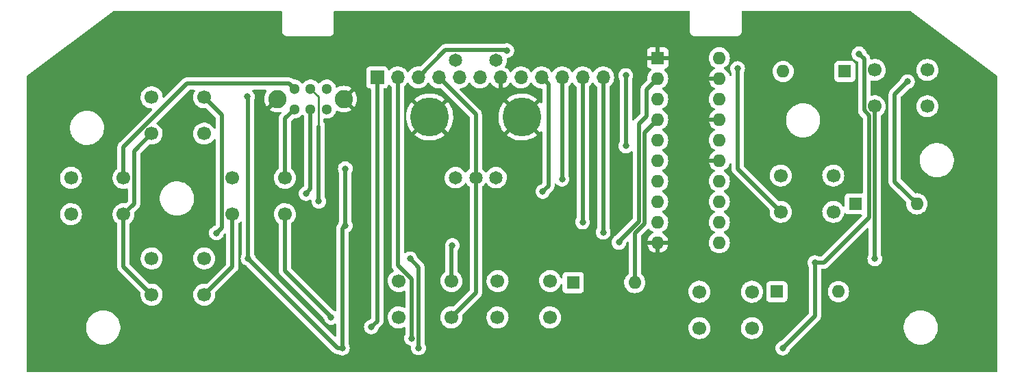
<source format=gbl>
%TF.GenerationSoftware,KiCad,Pcbnew,(6.0.0)*%
%TF.CreationDate,2022-03-13T17:57:59-04:00*%
%TF.ProjectId,jaguar spinner integrated pcb,6a616775-6172-4207-9370-696e6e657220,rev?*%
%TF.SameCoordinates,Original*%
%TF.FileFunction,Copper,L2,Bot*%
%TF.FilePolarity,Positive*%
%FSLAX46Y46*%
G04 Gerber Fmt 4.6, Leading zero omitted, Abs format (unit mm)*
G04 Created by KiCad (PCBNEW (6.0.0)) date 2022-03-13 17:57:59*
%MOMM*%
%LPD*%
G01*
G04 APERTURE LIST*
%TA.AperFunction,ComponentPad*%
%ADD10C,1.700000*%
%TD*%
%TA.AperFunction,ComponentPad*%
%ADD11R,1.600000X1.600000*%
%TD*%
%TA.AperFunction,ComponentPad*%
%ADD12O,1.600000X1.600000*%
%TD*%
%TA.AperFunction,ComponentPad*%
%ADD13C,1.650000*%
%TD*%
%TA.AperFunction,ComponentPad*%
%ADD14C,4.800000*%
%TD*%
%TA.AperFunction,ComponentPad*%
%ADD15C,1.300000*%
%TD*%
%TA.AperFunction,ComponentPad*%
%ADD16C,2.250000*%
%TD*%
%TA.AperFunction,ComponentPad*%
%ADD17R,1.700000X1.700000*%
%TD*%
%TA.AperFunction,ComponentPad*%
%ADD18O,1.700000X1.700000*%
%TD*%
%TA.AperFunction,ViaPad*%
%ADD19C,0.800000*%
%TD*%
%TA.AperFunction,Conductor*%
%ADD20C,0.500000*%
%TD*%
%TA.AperFunction,Conductor*%
%ADD21C,0.250000*%
%TD*%
G04 APERTURE END LIST*
D10*
%TO.P,SW5,1,1*%
%TO.N,/row5*%
X95189600Y-136419600D03*
%TO.P,SW5,2,2*%
X101689600Y-136419600D03*
%TO.P,SW5,3,K*%
%TO.N,/Acom*%
X95189600Y-140919600D03*
%TO.P,SW5,4,A*%
X101689600Y-140919600D03*
%TD*%
%TO.P,SW7,1,1*%
%TO.N,Net-(SW7-Pad1)*%
X172949600Y-126159600D03*
%TO.P,SW7,2,2*%
X179449600Y-126159600D03*
%TO.P,SW7,3,K*%
%TO.N,/Bcom*%
X172949600Y-130659600D03*
%TO.P,SW7,4,A*%
X179449600Y-130659600D03*
%TD*%
D11*
%TO.P,D7,1,K*%
%TO.N,Net-(D7-Pad1)*%
X172466000Y-140538200D03*
D12*
%TO.P,D7,2,A*%
%TO.N,/row2*%
X180086000Y-140538200D03*
%TD*%
D10*
%TO.P,SW9,1,1*%
%TO.N,Net-(D8-Pad1)*%
X137949600Y-139229600D03*
%TO.P,SW9,2,2*%
X144449600Y-139229600D03*
%TO.P,SW9,3,K*%
%TO.N,/Opt com*%
X137949600Y-143729600D03*
%TO.P,SW9,4,A*%
X144449600Y-143729600D03*
%TD*%
D13*
%TO.P,VR1,1,1*%
%TO.N,unconnected-(VR1-Pad1)*%
X132755000Y-111922800D03*
%TO.P,VR1,2,2*%
%TO.N,unconnected-(VR1-Pad2)*%
X137755000Y-111922800D03*
%TO.P,VR1,3,A*%
%TO.N,/encoderA*%
X132755000Y-126422800D03*
%TO.P,VR1,4,B*%
%TO.N,/encoderB*%
X137755000Y-126422800D03*
%TO.P,VR1,5,C*%
%TO.N,/Acom*%
X135255000Y-126422800D03*
D14*
%TO.P,VR1,6*%
%TO.N,GND*%
X129555000Y-118922800D03*
%TO.P,VR1,7*%
X140955000Y-118922800D03*
%TD*%
D11*
%TO.P,U1,1,1OE*%
%TO.N,GND*%
X157744000Y-111612600D03*
D12*
%TO.P,U1,2,1A0*%
%TO.N,/row1*%
X157744000Y-114152600D03*
%TO.P,U1,3,2Y0*%
%TO.N,unconnected-(U1-Pad3)*%
X157744000Y-116692600D03*
%TO.P,U1,4,1A1*%
%TO.N,/row2*%
X157744000Y-119232600D03*
%TO.P,U1,5,2Y1*%
%TO.N,unconnected-(U1-Pad5)*%
X157744000Y-121772600D03*
%TO.P,U1,6,1A2*%
%TO.N,/row3*%
X157744000Y-124312600D03*
%TO.P,U1,7,2Y2*%
%TO.N,Net-(J1-Pad10)*%
X157744000Y-126852600D03*
%TO.P,U1,8,1A3*%
%TO.N,/row4*%
X157744000Y-129392600D03*
%TO.P,U1,9,2Y3*%
%TO.N,Net-(J1-Pad11)*%
X157744000Y-131932600D03*
%TO.P,U1,10,GND*%
%TO.N,GND*%
X157744000Y-134472600D03*
%TO.P,U1,11,2A3*%
%TO.N,/row5*%
X165364000Y-134472600D03*
%TO.P,U1,12,1Y3*%
%TO.N,Net-(J1-Pad12)*%
X165364000Y-131932600D03*
%TO.P,U1,13,2A2*%
%TO.N,/row6*%
X165364000Y-129392600D03*
%TO.P,U1,14,1Y2*%
%TO.N,Net-(J1-Pad9)*%
X165364000Y-126852600D03*
%TO.P,U1,15,2A1*%
%TO.N,GND*%
X165364000Y-124312600D03*
%TO.P,U1,16,1Y1*%
%TO.N,Net-(J1-Pad8)*%
X165364000Y-121772600D03*
%TO.P,U1,17,2A0*%
%TO.N,GND*%
X165364000Y-119232600D03*
%TO.P,U1,18,1Y0*%
%TO.N,Net-(J1-Pad6)*%
X165364000Y-116692600D03*
%TO.P,U1,19,2OE*%
%TO.N,GND*%
X165364000Y-114152600D03*
%TO.P,U1,20,VCC*%
%TO.N,+5V*%
X165364000Y-111612600D03*
%TD*%
D10*
%TO.P,SW4,1,1*%
%TO.N,Net-(SW4-Pad1)*%
X85219600Y-126449600D03*
%TO.P,SW4,2,2*%
X91719600Y-126449600D03*
%TO.P,SW4,3,K*%
%TO.N,/Acom*%
X85219600Y-130949600D03*
%TO.P,SW4,4,A*%
X91719600Y-130949600D03*
%TD*%
D11*
%TO.P,D8,1,K*%
%TO.N,Net-(D8-Pad1)*%
X147294600Y-139420600D03*
D12*
%TO.P,D8,2,A*%
%TO.N,/row2*%
X154914600Y-139420600D03*
%TD*%
D10*
%TO.P,SW1,1,1*%
%TO.N,/row1*%
X125739600Y-139229600D03*
%TO.P,SW1,2,2*%
X132239600Y-139229600D03*
%TO.P,SW1,3,K*%
%TO.N,/Acom*%
X125739600Y-143729600D03*
%TO.P,SW1,4,A*%
X132239600Y-143729600D03*
%TD*%
%TO.P,SW6,1,1*%
%TO.N,/row6*%
X95189600Y-116479600D03*
%TO.P,SW6,2,2*%
X101689600Y-116479600D03*
%TO.P,SW6,3,K*%
%TO.N,/Acom*%
X95189600Y-120979600D03*
%TO.P,SW6,4,A*%
X101689600Y-120979600D03*
%TD*%
%TO.P,SW8,1,1*%
%TO.N,Net-(D7-Pad1)*%
X162899600Y-140549600D03*
%TO.P,SW8,2,2*%
X169399600Y-140549600D03*
%TO.P,SW8,3,K*%
%TO.N,/Ccom*%
X162899600Y-145049600D03*
%TO.P,SW8,4,A*%
X169399600Y-145049600D03*
%TD*%
%TO.P,SW3,1,1*%
%TO.N,Net-(SW3-Pad1)*%
X105159600Y-126449600D03*
%TO.P,SW3,2,2*%
X111659600Y-126449600D03*
%TO.P,SW3,3,K*%
%TO.N,/Acom*%
X105159600Y-130949600D03*
%TO.P,SW3,4,A*%
X111659600Y-130949600D03*
%TD*%
D11*
%TO.P,D6,1,K*%
%TO.N,Net-(SW7-Pad1)*%
X182168800Y-129667000D03*
D12*
%TO.P,D6,2,A*%
%TO.N,/row2*%
X189788800Y-129667000D03*
%TD*%
D10*
%TO.P,SW2,1,1*%
%TO.N,Net-(D3-Pad1)*%
X184579600Y-113089600D03*
%TO.P,SW2,2,2*%
X191079600Y-113089600D03*
%TO.P,SW2,3,K*%
%TO.N,/Acom*%
X184579600Y-117589600D03*
%TO.P,SW2,4,A*%
X191079600Y-117589600D03*
%TD*%
D11*
%TO.P,D3,1,K*%
%TO.N,Net-(D3-Pad1)*%
X180873400Y-113284000D03*
D12*
%TO.P,D3,2,A*%
%TO.N,/row2*%
X173253400Y-113284000D03*
%TD*%
D15*
%TO.P,S1,1,NO_1*%
%TO.N,/encoderB*%
X116833400Y-117942400D03*
%TO.P,S1,2,COM_1*%
%TO.N,/row3*%
X114833400Y-117942400D03*
%TO.P,S1,3,NC_1*%
%TO.N,Net-(SW3-Pad1)*%
X112833400Y-117942400D03*
%TO.P,S1,4,NO_2*%
%TO.N,/encoderA*%
X116833400Y-115442400D03*
%TO.P,S1,5,COM_2*%
%TO.N,/row4*%
X114833400Y-115442400D03*
%TO.P,S1,6,NC_2*%
%TO.N,Net-(SW4-Pad1)*%
X112833400Y-115442400D03*
D16*
%TO.P,S1,MH1,MH1*%
%TO.N,GND*%
X118933400Y-116692400D03*
%TO.P,S1,MH2,MH2*%
X110733400Y-116692400D03*
%TD*%
D17*
%TO.P,J1,1,Pin_1*%
%TO.N,/Opt com*%
X123063000Y-114020600D03*
D18*
%TO.P,J1,2,Pin_2*%
%TO.N,/Ccom*%
X125603000Y-114020600D03*
%TO.P,J1,3,Pin_3*%
%TO.N,/Bcom*%
X128143000Y-114020600D03*
%TO.P,J1,4,Pin_4*%
%TO.N,/Acom*%
X130683000Y-114020600D03*
%TO.P,J1,5,Pin_5*%
%TO.N,+5V*%
X133223000Y-114020600D03*
%TO.P,J1,6,Pin_6*%
%TO.N,Net-(J1-Pad6)*%
X135763000Y-114020600D03*
%TO.P,J1,7,Pin_7*%
%TO.N,GND*%
X138303000Y-114020600D03*
%TO.P,J1,8,Pin_8*%
%TO.N,Net-(J1-Pad8)*%
X140843000Y-114020600D03*
%TO.P,J1,9,Pin_9*%
%TO.N,Net-(J1-Pad9)*%
X143383000Y-114020600D03*
%TO.P,J1,10,Pin_10*%
%TO.N,Net-(J1-Pad10)*%
X145923000Y-114020600D03*
%TO.P,J1,11,Pin_11*%
%TO.N,Net-(J1-Pad11)*%
X148463000Y-114020600D03*
%TO.P,J1,12,Pin_12*%
%TO.N,Net-(J1-Pad12)*%
X151003000Y-114020600D03*
%TD*%
D19*
%TO.N,/row6*%
X103200200Y-133273800D03*
%TO.N,/row2*%
X188625311Y-114533511D03*
%TO.N,/row3*%
X114274431Y-128396831D03*
%TO.N,/Opt com*%
X122351800Y-144907000D03*
%TO.N,/Ccom*%
X127330200Y-146329400D03*
%TO.N,/Bcom*%
X139090400Y-110693200D03*
X167614511Y-112903089D03*
%TO.N,/Acom*%
X184579600Y-136476400D03*
X117382400Y-143729600D03*
%TO.N,+5V*%
X128179711Y-147511889D03*
X182626000Y-111099600D03*
X173202600Y-147523200D03*
X177165000Y-136956800D03*
X119126000Y-132359400D03*
X107010200Y-116408200D03*
X127127000Y-136474200D03*
X107111800Y-136423400D03*
X118770400Y-147523200D03*
X119126000Y-125323600D03*
%TO.N,Net-(J1-Pad8)*%
X153797000Y-122504200D03*
X153797000Y-113792000D03*
%TO.N,Net-(J1-Pad9)*%
X143535311Y-128143089D03*
%TO.N,Net-(J1-Pad10)*%
X145923000Y-126619000D03*
%TO.N,Net-(J1-Pad11)*%
X148458000Y-131932600D03*
%TO.N,Net-(J1-Pad12)*%
X151012911Y-133182111D03*
%TO.N,/row1*%
X132359400Y-134823200D03*
X152958800Y-134442200D03*
%TO.N,/row4*%
X115858889Y-129352711D03*
%TD*%
D20*
%TO.N,/row6*%
X101689600Y-116479600D02*
X103860089Y-118650089D01*
X103860089Y-118650089D02*
X103860089Y-132613911D01*
X103860089Y-132613911D02*
X103200200Y-133273800D01*
%TO.N,/row2*%
X187045600Y-126923800D02*
X187045600Y-116113222D01*
X154914600Y-133324600D02*
X154914600Y-139420600D01*
X156108400Y-120868200D02*
X156108400Y-132130800D01*
X156108400Y-132130800D02*
X154914600Y-133324600D01*
X189788800Y-129667000D02*
X187045600Y-126923800D01*
X187045600Y-116113222D02*
X188625311Y-114533511D01*
X157744000Y-119232600D02*
X156108400Y-120868200D01*
%TO.N,/row3*%
X114833400Y-127837862D02*
X114833400Y-117942400D01*
X114274431Y-128396831D02*
X114833400Y-127837862D01*
%TO.N,/Opt com*%
X123063000Y-114020600D02*
X123063000Y-144195800D01*
X123063000Y-144195800D02*
X122351800Y-144907000D01*
%TO.N,/Ccom*%
X125603000Y-137255213D02*
X127330200Y-138982413D01*
X127330200Y-138982413D02*
X127330200Y-146329400D01*
X125603000Y-114020600D02*
X125603000Y-137255213D01*
%TO.N,/Bcom*%
X139045489Y-110648289D02*
X131515311Y-110648289D01*
X167614600Y-125324600D02*
X172949600Y-130659600D01*
X139090400Y-110693200D02*
X139045489Y-110648289D01*
X167614511Y-112903089D02*
X167614600Y-112903178D01*
X167614600Y-112903178D02*
X167614600Y-125324600D01*
X131515311Y-110648289D02*
X128143000Y-114020600D01*
%TO.N,/Acom*%
X135255000Y-118592600D02*
X135255000Y-126422800D01*
X93019111Y-129650089D02*
X93019111Y-123150089D01*
X135255000Y-140714200D02*
X132239600Y-143729600D01*
X111659600Y-130949600D02*
X111659600Y-137948600D01*
X184579600Y-117589600D02*
X184579600Y-136476400D01*
X135255000Y-126422800D02*
X135255000Y-140714200D01*
X105159600Y-130949600D02*
X105159600Y-137449600D01*
X130683000Y-114020600D02*
X135255000Y-118592600D01*
X105159600Y-137449600D02*
X101689600Y-140919600D01*
X91719600Y-130949600D02*
X93019111Y-129650089D01*
X91719600Y-130949600D02*
X91719600Y-137449600D01*
X93019111Y-123150089D02*
X95189600Y-120979600D01*
X111659600Y-137948600D02*
X117373400Y-143662400D01*
X91719600Y-137449600D02*
X95189600Y-140919600D01*
%TO.N,+5V*%
X127127000Y-136474200D02*
X128179711Y-137526911D01*
X119126000Y-132359400D02*
X118770400Y-132715000D01*
X183880080Y-131348396D02*
X183880080Y-118727867D01*
X177165000Y-136956800D02*
X178271676Y-136956800D01*
X178271676Y-136956800D02*
X183880080Y-131348396D01*
X107111800Y-116509800D02*
X107111800Y-136423400D01*
X128179711Y-137526911D02*
X128179711Y-147511889D01*
X183261000Y-111734600D02*
X182626000Y-111099600D01*
X118770400Y-147523200D02*
X118770400Y-132715000D01*
X183261000Y-118108787D02*
X183261000Y-111734600D01*
X183880080Y-118727867D02*
X183261000Y-118108787D01*
X118211600Y-147523200D02*
X107111800Y-136423400D01*
X107010200Y-116408200D02*
X107111800Y-116509800D01*
X118770400Y-147523200D02*
X118211600Y-147523200D01*
X177165000Y-143560800D02*
X173228000Y-147497800D01*
X119126000Y-125323600D02*
X119126000Y-132359400D01*
X177165000Y-136956800D02*
X177165000Y-143560800D01*
%TO.N,Net-(J1-Pad8)*%
X153797000Y-113792000D02*
X153797000Y-122504200D01*
%TO.N,Net-(J1-Pad9)*%
X144233000Y-114870600D02*
X144233000Y-127445400D01*
X143383000Y-114020600D02*
X144233000Y-114870600D01*
X144233000Y-127445400D02*
X143535311Y-128143089D01*
%TO.N,Net-(J1-Pad10)*%
X145923000Y-126619000D02*
X145923000Y-114020600D01*
%TO.N,Net-(J1-Pad11)*%
X148463000Y-131927600D02*
X148458000Y-131932600D01*
X148463000Y-114020600D02*
X148463000Y-131927600D01*
%TO.N,Net-(J1-Pad12)*%
X151003000Y-133172200D02*
X151003000Y-114020600D01*
X151012911Y-133182111D02*
X151003000Y-133172200D01*
%TO.N,/row1*%
X155408881Y-119765649D02*
X155408881Y-131841049D01*
X132239600Y-134943000D02*
X132359400Y-134823200D01*
X156383265Y-118791265D02*
X155408881Y-119765649D01*
X157744000Y-114152600D02*
X156383265Y-115513335D01*
X152958800Y-134291130D02*
X152958800Y-134442200D01*
X156383265Y-115513335D02*
X156383265Y-118791265D01*
X132239600Y-139229600D02*
X132239600Y-134943000D01*
X155408881Y-131841049D02*
X152958800Y-134291130D01*
%TO.N,/row4*%
X115858889Y-129352711D02*
X115858889Y-120081711D01*
D21*
X114833400Y-115442400D02*
X115807911Y-116416911D01*
X115807911Y-120030733D02*
X115858889Y-120081711D01*
X115807911Y-116416911D02*
X115807911Y-120030733D01*
D20*
%TO.N,Net-(SW3-Pad1)*%
X111659600Y-126449600D02*
X111659600Y-119116200D01*
X111659600Y-119116200D02*
X112833400Y-117942400D01*
%TO.N,Net-(SW4-Pad1)*%
X99539012Y-114792401D02*
X112183401Y-114792401D01*
X91719600Y-126449600D02*
X91719600Y-122611813D01*
X112183401Y-114792401D02*
X112833400Y-115442400D01*
X91719600Y-122611813D02*
X99539012Y-114792401D01*
%TD*%
%TA.AperFunction,Conductor*%
%TO.N,GND*%
G36*
X111287721Y-105795602D02*
G01*
X111334214Y-105849258D01*
X111345600Y-105901600D01*
X111345600Y-108368898D01*
X111345598Y-108369668D01*
X111345124Y-108447252D01*
X111347590Y-108455881D01*
X111347591Y-108455886D01*
X111353239Y-108475648D01*
X111356817Y-108492409D01*
X111359730Y-108512752D01*
X111359733Y-108512762D01*
X111361005Y-108521645D01*
X111371621Y-108544995D01*
X111378064Y-108562507D01*
X111385112Y-108587165D01*
X111400874Y-108612148D01*
X111409004Y-108627214D01*
X111421233Y-108654110D01*
X111437974Y-108673539D01*
X111449079Y-108688547D01*
X111462760Y-108710231D01*
X111469488Y-108716173D01*
X111484896Y-108729781D01*
X111496940Y-108741973D01*
X111516219Y-108764347D01*
X111523747Y-108769226D01*
X111523750Y-108769229D01*
X111537739Y-108778296D01*
X111552613Y-108789586D01*
X111571828Y-108806556D01*
X111579954Y-108810371D01*
X111579955Y-108810372D01*
X111585621Y-108813032D01*
X111598566Y-108819110D01*
X111613535Y-108827424D01*
X111638327Y-108843493D01*
X111655250Y-108848554D01*
X111662890Y-108850839D01*
X111680336Y-108857501D01*
X111703548Y-108868399D01*
X111732730Y-108872943D01*
X111749449Y-108876726D01*
X111769136Y-108882614D01*
X111769139Y-108882615D01*
X111777741Y-108885187D01*
X111786716Y-108885242D01*
X111786717Y-108885242D01*
X111793410Y-108885283D01*
X111812156Y-108885397D01*
X111812928Y-108885430D01*
X111814023Y-108885600D01*
X111844898Y-108885600D01*
X111845668Y-108885602D01*
X111919316Y-108886052D01*
X111919317Y-108886052D01*
X111923252Y-108886076D01*
X111924596Y-108885692D01*
X111925941Y-108885600D01*
X117204898Y-108885600D01*
X117205669Y-108885602D01*
X117283252Y-108886076D01*
X117291881Y-108883610D01*
X117291886Y-108883609D01*
X117311648Y-108877961D01*
X117328409Y-108874383D01*
X117348752Y-108871470D01*
X117348762Y-108871467D01*
X117357645Y-108870195D01*
X117380995Y-108859579D01*
X117398507Y-108853136D01*
X117414537Y-108848554D01*
X117423165Y-108846088D01*
X117448148Y-108830326D01*
X117463214Y-108822196D01*
X117490110Y-108809967D01*
X117509539Y-108793226D01*
X117524547Y-108782121D01*
X117538639Y-108773230D01*
X117546231Y-108768440D01*
X117565782Y-108746303D01*
X117577974Y-108734259D01*
X117593549Y-108720839D01*
X117593550Y-108720837D01*
X117600347Y-108714981D01*
X117605226Y-108707453D01*
X117605229Y-108707450D01*
X117614296Y-108693461D01*
X117625586Y-108678587D01*
X117636612Y-108666102D01*
X117642556Y-108659372D01*
X117655110Y-108632634D01*
X117663424Y-108617665D01*
X117679493Y-108592873D01*
X117686839Y-108568309D01*
X117693501Y-108550864D01*
X117700583Y-108535779D01*
X117704399Y-108527652D01*
X117708943Y-108498470D01*
X117712726Y-108481751D01*
X117718614Y-108462064D01*
X117718615Y-108462061D01*
X117721187Y-108453459D01*
X117721397Y-108419044D01*
X117721430Y-108418272D01*
X117721600Y-108417177D01*
X117721600Y-108386302D01*
X117721602Y-108385532D01*
X117722052Y-108311884D01*
X117722052Y-108311883D01*
X117722076Y-108307948D01*
X117721692Y-108306604D01*
X117721600Y-108305259D01*
X117721600Y-105901600D01*
X117741602Y-105833479D01*
X117795258Y-105786986D01*
X117847600Y-105775600D01*
X161609600Y-105775600D01*
X161677721Y-105795602D01*
X161724214Y-105849258D01*
X161735600Y-105901600D01*
X161735600Y-108368898D01*
X161735598Y-108369668D01*
X161735124Y-108447252D01*
X161737590Y-108455881D01*
X161737591Y-108455886D01*
X161743239Y-108475648D01*
X161746817Y-108492409D01*
X161749730Y-108512752D01*
X161749733Y-108512762D01*
X161751005Y-108521645D01*
X161761621Y-108544995D01*
X161768064Y-108562507D01*
X161775112Y-108587165D01*
X161790874Y-108612148D01*
X161799004Y-108627214D01*
X161811233Y-108654110D01*
X161827974Y-108673539D01*
X161839079Y-108688547D01*
X161852760Y-108710231D01*
X161859488Y-108716173D01*
X161874896Y-108729781D01*
X161886940Y-108741973D01*
X161906219Y-108764347D01*
X161913747Y-108769226D01*
X161913750Y-108769229D01*
X161927739Y-108778296D01*
X161942613Y-108789586D01*
X161961828Y-108806556D01*
X161969954Y-108810371D01*
X161969955Y-108810372D01*
X161975621Y-108813032D01*
X161988566Y-108819110D01*
X162003535Y-108827424D01*
X162028327Y-108843493D01*
X162045250Y-108848554D01*
X162052890Y-108850839D01*
X162070336Y-108857501D01*
X162093548Y-108868399D01*
X162122730Y-108872943D01*
X162139449Y-108876726D01*
X162159136Y-108882614D01*
X162159139Y-108882615D01*
X162167741Y-108885187D01*
X162176716Y-108885242D01*
X162176717Y-108885242D01*
X162183410Y-108885283D01*
X162202156Y-108885397D01*
X162202928Y-108885430D01*
X162204023Y-108885600D01*
X162234898Y-108885600D01*
X162235668Y-108885602D01*
X162309316Y-108886052D01*
X162309317Y-108886052D01*
X162313252Y-108886076D01*
X162314596Y-108885692D01*
X162315941Y-108885600D01*
X167594898Y-108885600D01*
X167595669Y-108885602D01*
X167673252Y-108886076D01*
X167681881Y-108883610D01*
X167681886Y-108883609D01*
X167701648Y-108877961D01*
X167718409Y-108874383D01*
X167738752Y-108871470D01*
X167738762Y-108871467D01*
X167747645Y-108870195D01*
X167770995Y-108859579D01*
X167788507Y-108853136D01*
X167804537Y-108848554D01*
X167813165Y-108846088D01*
X167838148Y-108830326D01*
X167853214Y-108822196D01*
X167880110Y-108809967D01*
X167899539Y-108793226D01*
X167914547Y-108782121D01*
X167928639Y-108773230D01*
X167936231Y-108768440D01*
X167955782Y-108746303D01*
X167967974Y-108734259D01*
X167983549Y-108720839D01*
X167983550Y-108720837D01*
X167990347Y-108714981D01*
X167995226Y-108707453D01*
X167995229Y-108707450D01*
X168004296Y-108693461D01*
X168015586Y-108678587D01*
X168026612Y-108666102D01*
X168032556Y-108659372D01*
X168045110Y-108632634D01*
X168053424Y-108617665D01*
X168069493Y-108592873D01*
X168076839Y-108568309D01*
X168083501Y-108550864D01*
X168090583Y-108535779D01*
X168094399Y-108527652D01*
X168098943Y-108498470D01*
X168102726Y-108481751D01*
X168108614Y-108462064D01*
X168108615Y-108462061D01*
X168111187Y-108453459D01*
X168111397Y-108419044D01*
X168111430Y-108418272D01*
X168111600Y-108417177D01*
X168111600Y-108386302D01*
X168111602Y-108385532D01*
X168112052Y-108311884D01*
X168112052Y-108311883D01*
X168112076Y-108307948D01*
X168111692Y-108306604D01*
X168111600Y-108305259D01*
X168111600Y-105901600D01*
X168131602Y-105833479D01*
X168185258Y-105786986D01*
X168237600Y-105775600D01*
X188863581Y-105775600D01*
X188931702Y-105795602D01*
X188938803Y-105800518D01*
X199694824Y-113804999D01*
X199737531Y-113861713D01*
X199745600Y-113906079D01*
X199745600Y-150343600D01*
X199725598Y-150411721D01*
X199671942Y-150458214D01*
X199619600Y-150469600D01*
X79837600Y-150469600D01*
X79769479Y-150449598D01*
X79722986Y-150395942D01*
X79711600Y-150343600D01*
X79711600Y-145110303D01*
X87094343Y-145110303D01*
X87131868Y-145395334D01*
X87207729Y-145672636D01*
X87209413Y-145676584D01*
X87287046Y-145858590D01*
X87320523Y-145937076D01*
X87374246Y-146026840D01*
X87441655Y-146139472D01*
X87468161Y-146183761D01*
X87647913Y-146408128D01*
X87856451Y-146606023D01*
X88089917Y-146773786D01*
X88093712Y-146775795D01*
X88093713Y-146775796D01*
X88115469Y-146787315D01*
X88343992Y-146908312D01*
X88613973Y-147007111D01*
X88894864Y-147068355D01*
X88923441Y-147070604D01*
X89117882Y-147085907D01*
X89117891Y-147085907D01*
X89120339Y-147086100D01*
X89275871Y-147086100D01*
X89278007Y-147085954D01*
X89278018Y-147085954D01*
X89486148Y-147071765D01*
X89486154Y-147071764D01*
X89490425Y-147071473D01*
X89494620Y-147070604D01*
X89494622Y-147070604D01*
X89652592Y-147037890D01*
X89771942Y-147013174D01*
X90042943Y-146917207D01*
X90184132Y-146844334D01*
X90294605Y-146787315D01*
X90294606Y-146787315D01*
X90298412Y-146785350D01*
X90301913Y-146782889D01*
X90301917Y-146782887D01*
X90480906Y-146657091D01*
X90533623Y-146620041D01*
X90744222Y-146424340D01*
X90926313Y-146201868D01*
X91076527Y-145956742D01*
X91078556Y-145952121D01*
X91190357Y-145697430D01*
X91192083Y-145693498D01*
X91270844Y-145417006D01*
X91311351Y-145132384D01*
X91311419Y-145119508D01*
X91312835Y-144849183D01*
X91312835Y-144849176D01*
X91312857Y-144844897D01*
X91307584Y-144804840D01*
X91282819Y-144616737D01*
X91275332Y-144559866D01*
X91199471Y-144282564D01*
X91177652Y-144231411D01*
X91088363Y-144022076D01*
X91088361Y-144022072D01*
X91086677Y-144018124D01*
X90976188Y-143833510D01*
X90941243Y-143775121D01*
X90941240Y-143775117D01*
X90939039Y-143771439D01*
X90759287Y-143547072D01*
X90550749Y-143349177D01*
X90317283Y-143181414D01*
X90295443Y-143169850D01*
X90272254Y-143157572D01*
X90063208Y-143046888D01*
X89793227Y-142948089D01*
X89512336Y-142886845D01*
X89481285Y-142884401D01*
X89289318Y-142869293D01*
X89289309Y-142869293D01*
X89286861Y-142869100D01*
X89131329Y-142869100D01*
X89129193Y-142869246D01*
X89129182Y-142869246D01*
X88921052Y-142883435D01*
X88921046Y-142883436D01*
X88916775Y-142883727D01*
X88912580Y-142884596D01*
X88912578Y-142884596D01*
X88776016Y-142912877D01*
X88635258Y-142942026D01*
X88364257Y-143037993D01*
X88108788Y-143169850D01*
X88105287Y-143172311D01*
X88105283Y-143172313D01*
X87999557Y-143246619D01*
X87873577Y-143335159D01*
X87858492Y-143349177D01*
X87718456Y-143479307D01*
X87662978Y-143530860D01*
X87480887Y-143753332D01*
X87330673Y-143998458D01*
X87328947Y-144002391D01*
X87328946Y-144002392D01*
X87266534Y-144144570D01*
X87215117Y-144261702D01*
X87136356Y-144538194D01*
X87112401Y-144706516D01*
X87102964Y-144772826D01*
X87095849Y-144822816D01*
X87095827Y-144827105D01*
X87095826Y-144827112D01*
X87094443Y-145091164D01*
X87094343Y-145110303D01*
X79711600Y-145110303D01*
X79711600Y-130916295D01*
X83856851Y-130916295D01*
X83857148Y-130921448D01*
X83857148Y-130921451D01*
X83867029Y-131092811D01*
X83869710Y-131139315D01*
X83870847Y-131144361D01*
X83870848Y-131144367D01*
X83890719Y-131232539D01*
X83918822Y-131357239D01*
X83956464Y-131449940D01*
X83995769Y-131546737D01*
X84002866Y-131564216D01*
X84005565Y-131568620D01*
X84112224Y-131742672D01*
X84119587Y-131754688D01*
X84265850Y-131923538D01*
X84437726Y-132066232D01*
X84630600Y-132178938D01*
X84839292Y-132258630D01*
X84844360Y-132259661D01*
X84844363Y-132259662D01*
X84951617Y-132281483D01*
X85058197Y-132303167D01*
X85063372Y-132303357D01*
X85063374Y-132303357D01*
X85276273Y-132311164D01*
X85276277Y-132311164D01*
X85281437Y-132311353D01*
X85286557Y-132310697D01*
X85286559Y-132310697D01*
X85497888Y-132283625D01*
X85497889Y-132283625D01*
X85503016Y-132282968D01*
X85507966Y-132281483D01*
X85712029Y-132220261D01*
X85712034Y-132220259D01*
X85716984Y-132218774D01*
X85917594Y-132120496D01*
X86099460Y-131990773D01*
X86108143Y-131982121D01*
X86205201Y-131885401D01*
X86257696Y-131833089D01*
X86317194Y-131750289D01*
X86385035Y-131655877D01*
X86388053Y-131651677D01*
X86432847Y-131561044D01*
X86484736Y-131456053D01*
X86484737Y-131456051D01*
X86487030Y-131451411D01*
X86551970Y-131237669D01*
X86581129Y-131016190D01*
X86581211Y-131012840D01*
X86582674Y-130952965D01*
X86582674Y-130952961D01*
X86582756Y-130949600D01*
X86580018Y-130916295D01*
X90356851Y-130916295D01*
X90357148Y-130921448D01*
X90357148Y-130921451D01*
X90367029Y-131092811D01*
X90369710Y-131139315D01*
X90370847Y-131144361D01*
X90370848Y-131144367D01*
X90390719Y-131232539D01*
X90418822Y-131357239D01*
X90456464Y-131449940D01*
X90495769Y-131546737D01*
X90502866Y-131564216D01*
X90505565Y-131568620D01*
X90612224Y-131742672D01*
X90619587Y-131754688D01*
X90765850Y-131923538D01*
X90915585Y-132047850D01*
X90955220Y-132106752D01*
X90961100Y-132144794D01*
X90961100Y-137382530D01*
X90959667Y-137401480D01*
X90956401Y-137422949D01*
X90956994Y-137430241D01*
X90956994Y-137430244D01*
X90960685Y-137475618D01*
X90961100Y-137485833D01*
X90961100Y-137493893D01*
X90961916Y-137500893D01*
X90964389Y-137522107D01*
X90964822Y-137526482D01*
X90969785Y-137587492D01*
X90970740Y-137599237D01*
X90972996Y-137606201D01*
X90974187Y-137612160D01*
X90975571Y-137618015D01*
X90976418Y-137625281D01*
X91001335Y-137693927D01*
X91002752Y-137698055D01*
X91020542Y-137752968D01*
X91025249Y-137767499D01*
X91029045Y-137773754D01*
X91031551Y-137779228D01*
X91034270Y-137784658D01*
X91036767Y-137791537D01*
X91040780Y-137797657D01*
X91040780Y-137797658D01*
X91076786Y-137852576D01*
X91079123Y-137856280D01*
X91117005Y-137918707D01*
X91120721Y-137922915D01*
X91120722Y-137922916D01*
X91124403Y-137927084D01*
X91124376Y-137927108D01*
X91127029Y-137930100D01*
X91129732Y-137933333D01*
X91133744Y-137939452D01*
X91139056Y-137944484D01*
X91189983Y-137992728D01*
X91192425Y-137995106D01*
X93809049Y-140611730D01*
X93843075Y-140674042D01*
X93845241Y-140714213D01*
X93826851Y-140886295D01*
X93827148Y-140891448D01*
X93827148Y-140891451D01*
X93832611Y-140986190D01*
X93839710Y-141109315D01*
X93840847Y-141114361D01*
X93840848Y-141114367D01*
X93853075Y-141168620D01*
X93888822Y-141327239D01*
X93972866Y-141534216D01*
X93998776Y-141576497D01*
X94075354Y-141701461D01*
X94089587Y-141724688D01*
X94235850Y-141893538D01*
X94407726Y-142036232D01*
X94600600Y-142148938D01*
X94809292Y-142228630D01*
X94814360Y-142229661D01*
X94814363Y-142229662D01*
X94921617Y-142251483D01*
X95028197Y-142273167D01*
X95033372Y-142273357D01*
X95033374Y-142273357D01*
X95246273Y-142281164D01*
X95246277Y-142281164D01*
X95251437Y-142281353D01*
X95256557Y-142280697D01*
X95256559Y-142280697D01*
X95467888Y-142253625D01*
X95467889Y-142253625D01*
X95473016Y-142252968D01*
X95477966Y-142251483D01*
X95682029Y-142190261D01*
X95682034Y-142190259D01*
X95686984Y-142188774D01*
X95887594Y-142090496D01*
X96069460Y-141960773D01*
X96227696Y-141803089D01*
X96246924Y-141776331D01*
X96355035Y-141625877D01*
X96358053Y-141621677D01*
X96396247Y-141544398D01*
X96454736Y-141426053D01*
X96454737Y-141426051D01*
X96457030Y-141421411D01*
X96510009Y-141247038D01*
X96520465Y-141212623D01*
X96520465Y-141212621D01*
X96521970Y-141207669D01*
X96551129Y-140986190D01*
X96551589Y-140967380D01*
X96552674Y-140922965D01*
X96552674Y-140922961D01*
X96552756Y-140919600D01*
X96534452Y-140696961D01*
X96480031Y-140480302D01*
X96390954Y-140275440D01*
X96346575Y-140206840D01*
X96272422Y-140092217D01*
X96272420Y-140092214D01*
X96269614Y-140087877D01*
X96119270Y-139922651D01*
X96115219Y-139919452D01*
X96115215Y-139919448D01*
X95948014Y-139787400D01*
X95948010Y-139787398D01*
X95943959Y-139784198D01*
X95748389Y-139676238D01*
X95743520Y-139674514D01*
X95743516Y-139674512D01*
X95542687Y-139603395D01*
X95542683Y-139603394D01*
X95537812Y-139601669D01*
X95532719Y-139600762D01*
X95532716Y-139600761D01*
X95322973Y-139563400D01*
X95322967Y-139563399D01*
X95317884Y-139562494D01*
X95247370Y-139561633D01*
X95099682Y-139559828D01*
X95099680Y-139559828D01*
X95094511Y-139559765D01*
X95070756Y-139563400D01*
X94990985Y-139575606D01*
X94920623Y-139566138D01*
X94882832Y-139540151D01*
X92515005Y-137172324D01*
X92480979Y-137110012D01*
X92478100Y-137083229D01*
X92478100Y-136386295D01*
X93826851Y-136386295D01*
X93827148Y-136391448D01*
X93827148Y-136391451D01*
X93832425Y-136482965D01*
X93839710Y-136609315D01*
X93840847Y-136614361D01*
X93840848Y-136614367D01*
X93853973Y-136672606D01*
X93888822Y-136827239D01*
X93972866Y-137034216D01*
X94014567Y-137102266D01*
X94084248Y-137215975D01*
X94089587Y-137224688D01*
X94235850Y-137393538D01*
X94407726Y-137536232D01*
X94600600Y-137648938D01*
X94809292Y-137728630D01*
X94814360Y-137729661D01*
X94814363Y-137729662D01*
X94890072Y-137745065D01*
X95028197Y-137773167D01*
X95033372Y-137773357D01*
X95033374Y-137773357D01*
X95246273Y-137781164D01*
X95246277Y-137781164D01*
X95251437Y-137781353D01*
X95256557Y-137780697D01*
X95256559Y-137780697D01*
X95467888Y-137753625D01*
X95467889Y-137753625D01*
X95473016Y-137752968D01*
X95477966Y-137751483D01*
X95682029Y-137690261D01*
X95682034Y-137690259D01*
X95686984Y-137688774D01*
X95887594Y-137590496D01*
X96069460Y-137460773D01*
X96075852Y-137454404D01*
X96166035Y-137364535D01*
X96227696Y-137303089D01*
X96243403Y-137281231D01*
X96355035Y-137125877D01*
X96358053Y-137121677D01*
X96365728Y-137106149D01*
X96454736Y-136926053D01*
X96454737Y-136926051D01*
X96457030Y-136921411D01*
X96521970Y-136707669D01*
X96551129Y-136486190D01*
X96552756Y-136419600D01*
X96550018Y-136386295D01*
X100326851Y-136386295D01*
X100327148Y-136391448D01*
X100327148Y-136391451D01*
X100332425Y-136482965D01*
X100339710Y-136609315D01*
X100340847Y-136614361D01*
X100340848Y-136614367D01*
X100353973Y-136672606D01*
X100388822Y-136827239D01*
X100472866Y-137034216D01*
X100514567Y-137102266D01*
X100584248Y-137215975D01*
X100589587Y-137224688D01*
X100735850Y-137393538D01*
X100907726Y-137536232D01*
X101100600Y-137648938D01*
X101309292Y-137728630D01*
X101314360Y-137729661D01*
X101314363Y-137729662D01*
X101390072Y-137745065D01*
X101528197Y-137773167D01*
X101533372Y-137773357D01*
X101533374Y-137773357D01*
X101746273Y-137781164D01*
X101746277Y-137781164D01*
X101751437Y-137781353D01*
X101756557Y-137780697D01*
X101756559Y-137780697D01*
X101967888Y-137753625D01*
X101967889Y-137753625D01*
X101973016Y-137752968D01*
X101977966Y-137751483D01*
X102182029Y-137690261D01*
X102182034Y-137690259D01*
X102186984Y-137688774D01*
X102387594Y-137590496D01*
X102569460Y-137460773D01*
X102575852Y-137454404D01*
X102666035Y-137364535D01*
X102727696Y-137303089D01*
X102743403Y-137281231D01*
X102855035Y-137125877D01*
X102858053Y-137121677D01*
X102865728Y-137106149D01*
X102954736Y-136926053D01*
X102954737Y-136926051D01*
X102957030Y-136921411D01*
X103021970Y-136707669D01*
X103051129Y-136486190D01*
X103052756Y-136419600D01*
X103034452Y-136196961D01*
X102980031Y-135980302D01*
X102890954Y-135775440D01*
X102816345Y-135660112D01*
X102772422Y-135592217D01*
X102772420Y-135592214D01*
X102769614Y-135587877D01*
X102619270Y-135422651D01*
X102615219Y-135419452D01*
X102615215Y-135419448D01*
X102448014Y-135287400D01*
X102448010Y-135287398D01*
X102443959Y-135284198D01*
X102248389Y-135176238D01*
X102243520Y-135174514D01*
X102243516Y-135174512D01*
X102042687Y-135103395D01*
X102042683Y-135103394D01*
X102037812Y-135101669D01*
X102032719Y-135100762D01*
X102032716Y-135100761D01*
X101822973Y-135063400D01*
X101822967Y-135063399D01*
X101817884Y-135062494D01*
X101744052Y-135061592D01*
X101599681Y-135059828D01*
X101599679Y-135059828D01*
X101594511Y-135059765D01*
X101373691Y-135093555D01*
X101161356Y-135162957D01*
X100963207Y-135266107D01*
X100959074Y-135269210D01*
X100959071Y-135269212D01*
X100837961Y-135360144D01*
X100784565Y-135400235D01*
X100780993Y-135403973D01*
X100670164Y-135519949D01*
X100630229Y-135561738D01*
X100627315Y-135566010D01*
X100627314Y-135566011D01*
X100598609Y-135608091D01*
X100504343Y-135746280D01*
X100457316Y-135847592D01*
X100414700Y-135939401D01*
X100410288Y-135948905D01*
X100350589Y-136164170D01*
X100326851Y-136386295D01*
X96550018Y-136386295D01*
X96534452Y-136196961D01*
X96480031Y-135980302D01*
X96390954Y-135775440D01*
X96316345Y-135660112D01*
X96272422Y-135592217D01*
X96272420Y-135592214D01*
X96269614Y-135587877D01*
X96119270Y-135422651D01*
X96115219Y-135419452D01*
X96115215Y-135419448D01*
X95948014Y-135287400D01*
X95948010Y-135287398D01*
X95943959Y-135284198D01*
X95748389Y-135176238D01*
X95743520Y-135174514D01*
X95743516Y-135174512D01*
X95542687Y-135103395D01*
X95542683Y-135103394D01*
X95537812Y-135101669D01*
X95532719Y-135100762D01*
X95532716Y-135100761D01*
X95322973Y-135063400D01*
X95322967Y-135063399D01*
X95317884Y-135062494D01*
X95244052Y-135061592D01*
X95099681Y-135059828D01*
X95099679Y-135059828D01*
X95094511Y-135059765D01*
X94873691Y-135093555D01*
X94661356Y-135162957D01*
X94463207Y-135266107D01*
X94459074Y-135269210D01*
X94459071Y-135269212D01*
X94337961Y-135360144D01*
X94284565Y-135400235D01*
X94280993Y-135403973D01*
X94170164Y-135519949D01*
X94130229Y-135561738D01*
X94127315Y-135566010D01*
X94127314Y-135566011D01*
X94098609Y-135608091D01*
X94004343Y-135746280D01*
X93957316Y-135847592D01*
X93914700Y-135939401D01*
X93910288Y-135948905D01*
X93850589Y-136164170D01*
X93826851Y-136386295D01*
X92478100Y-136386295D01*
X92478100Y-132142232D01*
X92498102Y-132074111D01*
X92530931Y-132039654D01*
X92599460Y-131990773D01*
X92608143Y-131982121D01*
X92705201Y-131885401D01*
X92757696Y-131833089D01*
X92817194Y-131750289D01*
X92885035Y-131655877D01*
X92888053Y-131651677D01*
X92932847Y-131561044D01*
X92984736Y-131456053D01*
X92984737Y-131456051D01*
X92987030Y-131451411D01*
X93051970Y-131237669D01*
X93081129Y-131016190D01*
X93081211Y-131012840D01*
X93082674Y-130952965D01*
X93082674Y-130952961D01*
X93082756Y-130949600D01*
X93065470Y-130739347D01*
X93079823Y-130669819D01*
X93101951Y-130639930D01*
X93508022Y-130233859D01*
X93522434Y-130221473D01*
X93534029Y-130212940D01*
X93534034Y-130212935D01*
X93539929Y-130208597D01*
X93544668Y-130203019D01*
X93544671Y-130203016D01*
X93574146Y-130168321D01*
X93581076Y-130160805D01*
X93586771Y-130155110D01*
X93595696Y-130143829D01*
X93604392Y-130132838D01*
X93607183Y-130129434D01*
X93649702Y-130079386D01*
X93649703Y-130079384D01*
X93654444Y-130073804D01*
X93657772Y-130067288D01*
X93661139Y-130062239D01*
X93664306Y-130057110D01*
X93668845Y-130051373D01*
X93699766Y-129985214D01*
X93701672Y-129981314D01*
X93716308Y-129952651D01*
X93734880Y-129916281D01*
X93736619Y-129909173D01*
X93738718Y-129903530D01*
X93740635Y-129897767D01*
X93743733Y-129891139D01*
X93758598Y-129819672D01*
X93759568Y-129815388D01*
X93760470Y-129811701D01*
X93776919Y-129744479D01*
X93777611Y-129733325D01*
X93777647Y-129733327D01*
X93777886Y-129729334D01*
X93778260Y-129725142D01*
X93779751Y-129717974D01*
X93777657Y-129640568D01*
X93777611Y-129637161D01*
X93777611Y-129139303D01*
X96214143Y-129139303D01*
X96214702Y-129143547D01*
X96214702Y-129143551D01*
X96216484Y-129157088D01*
X96251668Y-129424334D01*
X96252801Y-129428474D01*
X96252801Y-129428476D01*
X96257474Y-129445557D01*
X96327529Y-129701636D01*
X96329213Y-129705584D01*
X96436226Y-129956470D01*
X96440323Y-129966076D01*
X96482783Y-130037022D01*
X96582129Y-130203016D01*
X96587961Y-130212761D01*
X96767713Y-130437128D01*
X96884975Y-130548405D01*
X96967054Y-130626295D01*
X96976251Y-130635023D01*
X97155982Y-130764173D01*
X97203384Y-130798235D01*
X97209717Y-130802786D01*
X97213512Y-130804795D01*
X97213513Y-130804796D01*
X97234564Y-130815942D01*
X97463792Y-130937312D01*
X97733773Y-131036111D01*
X98014664Y-131097355D01*
X98043241Y-131099604D01*
X98237682Y-131114907D01*
X98237691Y-131114907D01*
X98240139Y-131115100D01*
X98395671Y-131115100D01*
X98397807Y-131114954D01*
X98397818Y-131114954D01*
X98605948Y-131100765D01*
X98605954Y-131100764D01*
X98610225Y-131100473D01*
X98614420Y-131099604D01*
X98614422Y-131099604D01*
X98858017Y-131049158D01*
X98891742Y-131042174D01*
X99162743Y-130946207D01*
X99418212Y-130814350D01*
X99421713Y-130811889D01*
X99421717Y-130811887D01*
X99570493Y-130707325D01*
X99653423Y-130649041D01*
X99836511Y-130478905D01*
X99860879Y-130456261D01*
X99860881Y-130456258D01*
X99864022Y-130453340D01*
X100046113Y-130230868D01*
X100196327Y-129985742D01*
X100311883Y-129722498D01*
X100313170Y-129717982D01*
X100389468Y-129450134D01*
X100390644Y-129446006D01*
X100431151Y-129161384D01*
X100431220Y-129148319D01*
X100432635Y-128878183D01*
X100432635Y-128878176D01*
X100432657Y-128873897D01*
X100395132Y-128588866D01*
X100385269Y-128552811D01*
X100338314Y-128381174D01*
X100319271Y-128311564D01*
X100267367Y-128189878D01*
X100208163Y-128051076D01*
X100208161Y-128051072D01*
X100206477Y-128047124D01*
X100106046Y-127879316D01*
X100061043Y-127804121D01*
X100061040Y-127804117D01*
X100058839Y-127800439D01*
X99879087Y-127576072D01*
X99718350Y-127423538D01*
X99673658Y-127381127D01*
X99673655Y-127381125D01*
X99670549Y-127378177D01*
X99437083Y-127210414D01*
X99415243Y-127198850D01*
X99357211Y-127168124D01*
X99183008Y-127075888D01*
X98977498Y-127000682D01*
X98917058Y-126978564D01*
X98917056Y-126978563D01*
X98913027Y-126977089D01*
X98632136Y-126915845D01*
X98601085Y-126913401D01*
X98409118Y-126898293D01*
X98409109Y-126898293D01*
X98406661Y-126898100D01*
X98251129Y-126898100D01*
X98248993Y-126898246D01*
X98248982Y-126898246D01*
X98040852Y-126912435D01*
X98040846Y-126912436D01*
X98036575Y-126912727D01*
X98032380Y-126913596D01*
X98032378Y-126913596D01*
X97895816Y-126941877D01*
X97755058Y-126971026D01*
X97484057Y-127066993D01*
X97480248Y-127068959D01*
X97322796Y-127150226D01*
X97228588Y-127198850D01*
X97225087Y-127201311D01*
X97225083Y-127201313D01*
X97117420Y-127276980D01*
X96993377Y-127364159D01*
X96948096Y-127406237D01*
X96798506Y-127545245D01*
X96782778Y-127559860D01*
X96600687Y-127782332D01*
X96450473Y-128027458D01*
X96448747Y-128031391D01*
X96448746Y-128031392D01*
X96351576Y-128252751D01*
X96334917Y-128290702D01*
X96256156Y-128567194D01*
X96215649Y-128851816D01*
X96215627Y-128856105D01*
X96215626Y-128856112D01*
X96214165Y-129135017D01*
X96214143Y-129139303D01*
X93777611Y-129139303D01*
X93777611Y-123516460D01*
X93797613Y-123448339D01*
X93814516Y-123427365D01*
X94881041Y-122360840D01*
X94943353Y-122326814D01*
X94995257Y-122326465D01*
X95028197Y-122333167D01*
X95033372Y-122333357D01*
X95033374Y-122333357D01*
X95246273Y-122341164D01*
X95246277Y-122341164D01*
X95251437Y-122341353D01*
X95256557Y-122340697D01*
X95256559Y-122340697D01*
X95467888Y-122313625D01*
X95467889Y-122313625D01*
X95473016Y-122312968D01*
X95489595Y-122307994D01*
X95682029Y-122250261D01*
X95682034Y-122250259D01*
X95686984Y-122248774D01*
X95887594Y-122150496D01*
X96069460Y-122020773D01*
X96089341Y-122000962D01*
X96224035Y-121866737D01*
X96227696Y-121863089D01*
X96287194Y-121780289D01*
X96355035Y-121685877D01*
X96358053Y-121681677D01*
X96362683Y-121672310D01*
X96454736Y-121486053D01*
X96454737Y-121486051D01*
X96457030Y-121481411D01*
X96521970Y-121267669D01*
X96551129Y-121046190D01*
X96552756Y-120979600D01*
X96534452Y-120756961D01*
X96480031Y-120540302D01*
X96390954Y-120335440D01*
X96330228Y-120241572D01*
X96272422Y-120152217D01*
X96272420Y-120152214D01*
X96269614Y-120147877D01*
X96119270Y-119982651D01*
X96115219Y-119979452D01*
X96115215Y-119979448D01*
X95948014Y-119847400D01*
X95948010Y-119847398D01*
X95943959Y-119844198D01*
X95843149Y-119788548D01*
X95793180Y-119738116D01*
X95778408Y-119668673D01*
X95803524Y-119602268D01*
X95814949Y-119589145D01*
X99816288Y-115587806D01*
X99878600Y-115553780D01*
X99905383Y-115550901D01*
X100440076Y-115550901D01*
X100508197Y-115570903D01*
X100554690Y-115624559D01*
X100564794Y-115694833D01*
X100544165Y-115747903D01*
X100504343Y-115806280D01*
X100410288Y-116008905D01*
X100350589Y-116224170D01*
X100326851Y-116446295D01*
X100327148Y-116451448D01*
X100327148Y-116451451D01*
X100336592Y-116615231D01*
X100339710Y-116669315D01*
X100340847Y-116674361D01*
X100340848Y-116674367D01*
X100360647Y-116762217D01*
X100388822Y-116887239D01*
X100441220Y-117016280D01*
X100469017Y-117084736D01*
X100472866Y-117094216D01*
X100513162Y-117159973D01*
X100576569Y-117263444D01*
X100589587Y-117284688D01*
X100735850Y-117453538D01*
X100907726Y-117596232D01*
X101100600Y-117708938D01*
X101309292Y-117788630D01*
X101314360Y-117789661D01*
X101314363Y-117789662D01*
X101421979Y-117811557D01*
X101528197Y-117833167D01*
X101533372Y-117833357D01*
X101533374Y-117833357D01*
X101746273Y-117841164D01*
X101746277Y-117841164D01*
X101751437Y-117841353D01*
X101891508Y-117823409D01*
X101961617Y-117834593D01*
X101996612Y-117859293D01*
X103064684Y-118927365D01*
X103098710Y-118989677D01*
X103101589Y-119016460D01*
X103101589Y-120234296D01*
X103081587Y-120302417D01*
X103027931Y-120348910D01*
X102957657Y-120359014D01*
X102893077Y-120329520D01*
X102869797Y-120302736D01*
X102772422Y-120152217D01*
X102772420Y-120152214D01*
X102769614Y-120147877D01*
X102619270Y-119982651D01*
X102615219Y-119979452D01*
X102615215Y-119979448D01*
X102448014Y-119847400D01*
X102448010Y-119847398D01*
X102443959Y-119844198D01*
X102248389Y-119736238D01*
X102243520Y-119734514D01*
X102243516Y-119734512D01*
X102042687Y-119663395D01*
X102042683Y-119663394D01*
X102037812Y-119661669D01*
X102032719Y-119660762D01*
X102032716Y-119660761D01*
X101822973Y-119623400D01*
X101822967Y-119623399D01*
X101817884Y-119622494D01*
X101744052Y-119621592D01*
X101599681Y-119619828D01*
X101599679Y-119619828D01*
X101594511Y-119619765D01*
X101373691Y-119653555D01*
X101161356Y-119722957D01*
X101132236Y-119738116D01*
X100976030Y-119819432D01*
X100963207Y-119826107D01*
X100959074Y-119829210D01*
X100959071Y-119829212D01*
X100788700Y-119957130D01*
X100784565Y-119960235D01*
X100630229Y-120121738D01*
X100627315Y-120126010D01*
X100627314Y-120126011D01*
X100618726Y-120138601D01*
X100504343Y-120306280D01*
X100466350Y-120388129D01*
X100413215Y-120502600D01*
X100410288Y-120508905D01*
X100350589Y-120724170D01*
X100326851Y-120946295D01*
X100327148Y-120951448D01*
X100327148Y-120951451D01*
X100337177Y-121125386D01*
X100339710Y-121169315D01*
X100340847Y-121174361D01*
X100340848Y-121174367D01*
X100357159Y-121246742D01*
X100388822Y-121387239D01*
X100472866Y-121594216D01*
X100475565Y-121598620D01*
X100585535Y-121778075D01*
X100589587Y-121784688D01*
X100735850Y-121953538D01*
X100907726Y-122096232D01*
X101100600Y-122208938D01*
X101105425Y-122210780D01*
X101105426Y-122210781D01*
X101134395Y-122221843D01*
X101309292Y-122288630D01*
X101314360Y-122289661D01*
X101314363Y-122289662D01*
X101421617Y-122311483D01*
X101528197Y-122333167D01*
X101533372Y-122333357D01*
X101533374Y-122333357D01*
X101746273Y-122341164D01*
X101746277Y-122341164D01*
X101751437Y-122341353D01*
X101756557Y-122340697D01*
X101756559Y-122340697D01*
X101967888Y-122313625D01*
X101967889Y-122313625D01*
X101973016Y-122312968D01*
X101989595Y-122307994D01*
X102182029Y-122250261D01*
X102182034Y-122250259D01*
X102186984Y-122248774D01*
X102387594Y-122150496D01*
X102569460Y-122020773D01*
X102589341Y-122000962D01*
X102724035Y-121866737D01*
X102727696Y-121863089D01*
X102787194Y-121780289D01*
X102855035Y-121685877D01*
X102858053Y-121681677D01*
X102862632Y-121672412D01*
X102910745Y-121620205D01*
X102979446Y-121602298D01*
X103046923Y-121624376D01*
X103091751Y-121679430D01*
X103101589Y-121728239D01*
X103101589Y-132247540D01*
X103081587Y-132315661D01*
X103064684Y-132336635D01*
X103043869Y-132357450D01*
X102980972Y-132391601D01*
X102924376Y-132403631D01*
X102924367Y-132403634D01*
X102917912Y-132405006D01*
X102911882Y-132407691D01*
X102911881Y-132407691D01*
X102749478Y-132479997D01*
X102749476Y-132479998D01*
X102743448Y-132482682D01*
X102588947Y-132594934D01*
X102584526Y-132599844D01*
X102584525Y-132599845D01*
X102486478Y-132708738D01*
X102461160Y-132736856D01*
X102365673Y-132902244D01*
X102306658Y-133083872D01*
X102305968Y-133090433D01*
X102305968Y-133090435D01*
X102299653Y-133150518D01*
X102286696Y-133273800D01*
X102306658Y-133463728D01*
X102365673Y-133645356D01*
X102368976Y-133651078D01*
X102368977Y-133651079D01*
X102392009Y-133690971D01*
X102461160Y-133810744D01*
X102465578Y-133815651D01*
X102465579Y-133815652D01*
X102501968Y-133856066D01*
X102588947Y-133952666D01*
X102743448Y-134064918D01*
X102749476Y-134067602D01*
X102749478Y-134067603D01*
X102911881Y-134139909D01*
X102917912Y-134142594D01*
X103011313Y-134162447D01*
X103098256Y-134180928D01*
X103098261Y-134180928D01*
X103104713Y-134182300D01*
X103295687Y-134182300D01*
X103302139Y-134180928D01*
X103302144Y-134180928D01*
X103389087Y-134162447D01*
X103482488Y-134142594D01*
X103488519Y-134139909D01*
X103650922Y-134067603D01*
X103650924Y-134067602D01*
X103656952Y-134064918D01*
X103811453Y-133952666D01*
X103898432Y-133856066D01*
X103934821Y-133815652D01*
X103934822Y-133815651D01*
X103939240Y-133810744D01*
X104008391Y-133690971D01*
X104031423Y-133651079D01*
X104031424Y-133651078D01*
X104034727Y-133645356D01*
X104089587Y-133476514D01*
X104120325Y-133426356D01*
X104186005Y-133360676D01*
X104248317Y-133326650D01*
X104319132Y-133331715D01*
X104375968Y-133374262D01*
X104400779Y-133440782D01*
X104401100Y-133449771D01*
X104401100Y-137083229D01*
X104381098Y-137151350D01*
X104364195Y-137172324D01*
X101996896Y-139539623D01*
X101934584Y-139573649D01*
X101885705Y-139574575D01*
X101817884Y-139562494D01*
X101744052Y-139561592D01*
X101599681Y-139559828D01*
X101599679Y-139559828D01*
X101594511Y-139559765D01*
X101373691Y-139593555D01*
X101161356Y-139662957D01*
X100963207Y-139766107D01*
X100959074Y-139769210D01*
X100959071Y-139769212D01*
X100788700Y-139897130D01*
X100784565Y-139900235D01*
X100754518Y-139931677D01*
X100656079Y-140034688D01*
X100630229Y-140061738D01*
X100504343Y-140246280D01*
X100474713Y-140310113D01*
X100420550Y-140426798D01*
X100410288Y-140448905D01*
X100350589Y-140664170D01*
X100326851Y-140886295D01*
X100327148Y-140891448D01*
X100327148Y-140891451D01*
X100332611Y-140986190D01*
X100339710Y-141109315D01*
X100340847Y-141114361D01*
X100340848Y-141114367D01*
X100353075Y-141168620D01*
X100388822Y-141327239D01*
X100472866Y-141534216D01*
X100498776Y-141576497D01*
X100575354Y-141701461D01*
X100589587Y-141724688D01*
X100735850Y-141893538D01*
X100907726Y-142036232D01*
X101100600Y-142148938D01*
X101309292Y-142228630D01*
X101314360Y-142229661D01*
X101314363Y-142229662D01*
X101421617Y-142251483D01*
X101528197Y-142273167D01*
X101533372Y-142273357D01*
X101533374Y-142273357D01*
X101746273Y-142281164D01*
X101746277Y-142281164D01*
X101751437Y-142281353D01*
X101756557Y-142280697D01*
X101756559Y-142280697D01*
X101967888Y-142253625D01*
X101967889Y-142253625D01*
X101973016Y-142252968D01*
X101977966Y-142251483D01*
X102182029Y-142190261D01*
X102182034Y-142190259D01*
X102186984Y-142188774D01*
X102387594Y-142090496D01*
X102569460Y-141960773D01*
X102727696Y-141803089D01*
X102746924Y-141776331D01*
X102855035Y-141625877D01*
X102858053Y-141621677D01*
X102896247Y-141544398D01*
X102954736Y-141426053D01*
X102954737Y-141426051D01*
X102957030Y-141421411D01*
X103010009Y-141247038D01*
X103020465Y-141212623D01*
X103020465Y-141212621D01*
X103021970Y-141207669D01*
X103051129Y-140986190D01*
X103051589Y-140967380D01*
X103052674Y-140922965D01*
X103052674Y-140922961D01*
X103052756Y-140919600D01*
X103035470Y-140709347D01*
X103049823Y-140639819D01*
X103071951Y-140609930D01*
X105648511Y-138033370D01*
X105662923Y-138020984D01*
X105674518Y-138012451D01*
X105674523Y-138012446D01*
X105680418Y-138008108D01*
X105685157Y-138002530D01*
X105685160Y-138002527D01*
X105714635Y-137967832D01*
X105721565Y-137960316D01*
X105727260Y-137954621D01*
X105744881Y-137932349D01*
X105747672Y-137928945D01*
X105790191Y-137878897D01*
X105790192Y-137878895D01*
X105794933Y-137873315D01*
X105798261Y-137866799D01*
X105801628Y-137861750D01*
X105804795Y-137856621D01*
X105809334Y-137850884D01*
X105840255Y-137784725D01*
X105842161Y-137780825D01*
X105842226Y-137780697D01*
X105875369Y-137715792D01*
X105877108Y-137708684D01*
X105879207Y-137703041D01*
X105881124Y-137697278D01*
X105884222Y-137690650D01*
X105899087Y-137619183D01*
X105900057Y-137614899D01*
X105900772Y-137611976D01*
X105917408Y-137543990D01*
X105917821Y-137537344D01*
X105918100Y-137532836D01*
X105918136Y-137532838D01*
X105918375Y-137528845D01*
X105918749Y-137524653D01*
X105920240Y-137517485D01*
X105918146Y-137440079D01*
X105918100Y-137436672D01*
X105918100Y-132142232D01*
X105938102Y-132074111D01*
X105970931Y-132039654D01*
X106039460Y-131990773D01*
X106048143Y-131982121D01*
X106138360Y-131892218D01*
X106200732Y-131858302D01*
X106271539Y-131863490D01*
X106328300Y-131906136D01*
X106352994Y-131972700D01*
X106353300Y-131981469D01*
X106353300Y-135886401D01*
X106336419Y-135949400D01*
X106277273Y-136051844D01*
X106218258Y-136233472D01*
X106217568Y-136240033D01*
X106217568Y-136240035D01*
X106211998Y-136293035D01*
X106198296Y-136423400D01*
X106218258Y-136613328D01*
X106277273Y-136794956D01*
X106372760Y-136960344D01*
X106377178Y-136965251D01*
X106377179Y-136965252D01*
X106483406Y-137083229D01*
X106500547Y-137102266D01*
X106596973Y-137172324D01*
X106647470Y-137209012D01*
X106655048Y-137214518D01*
X106661076Y-137217202D01*
X106661078Y-137217203D01*
X106816348Y-137286333D01*
X106829512Y-137292194D01*
X106835967Y-137293566D01*
X106835976Y-137293569D01*
X106892572Y-137305599D01*
X106955469Y-137339750D01*
X117627830Y-148012111D01*
X117640216Y-148026523D01*
X117648749Y-148038118D01*
X117648754Y-148038123D01*
X117653092Y-148044018D01*
X117658670Y-148048757D01*
X117658673Y-148048760D01*
X117693368Y-148078235D01*
X117700884Y-148085165D01*
X117706580Y-148090861D01*
X117709441Y-148093124D01*
X117709446Y-148093129D01*
X117728866Y-148108493D01*
X117732267Y-148111282D01*
X117787885Y-148158533D01*
X117794398Y-148161859D01*
X117799437Y-148165220D01*
X117804579Y-148168396D01*
X117810316Y-148172934D01*
X117876475Y-148203855D01*
X117880369Y-148205758D01*
X117945408Y-148238969D01*
X117952517Y-148240708D01*
X117958151Y-148242804D01*
X117963921Y-148244723D01*
X117970550Y-148247822D01*
X117977713Y-148249312D01*
X117977716Y-148249313D01*
X118028430Y-148259861D01*
X118042035Y-148262691D01*
X118046301Y-148263657D01*
X118117210Y-148281008D01*
X118122812Y-148281356D01*
X118122815Y-148281356D01*
X118128364Y-148281700D01*
X118128362Y-148281735D01*
X118132334Y-148281975D01*
X118136555Y-148282352D01*
X118143715Y-148283841D01*
X118221142Y-148281746D01*
X118224550Y-148281700D01*
X118227813Y-148281700D01*
X118301872Y-148305763D01*
X118308302Y-148310435D01*
X118308309Y-148310439D01*
X118313648Y-148314318D01*
X118319676Y-148317002D01*
X118319678Y-148317003D01*
X118482081Y-148389309D01*
X118488112Y-148391994D01*
X118581512Y-148411847D01*
X118668456Y-148430328D01*
X118668461Y-148430328D01*
X118674913Y-148431700D01*
X118865887Y-148431700D01*
X118872339Y-148430328D01*
X118872344Y-148430328D01*
X118959288Y-148411847D01*
X119052688Y-148391994D01*
X119058719Y-148389309D01*
X119221122Y-148317003D01*
X119221124Y-148317002D01*
X119227152Y-148314318D01*
X119232497Y-148310435D01*
X119297600Y-148263134D01*
X119381653Y-148202066D01*
X119388341Y-148194638D01*
X119505021Y-148065052D01*
X119505022Y-148065051D01*
X119509440Y-148060144D01*
X119604927Y-147894756D01*
X119663942Y-147713128D01*
X119683904Y-147523200D01*
X119663942Y-147333272D01*
X119604927Y-147151644D01*
X119595093Y-147134610D01*
X119567001Y-147085954D01*
X119545781Y-147049200D01*
X119528900Y-146986201D01*
X119528900Y-144907000D01*
X121438296Y-144907000D01*
X121438986Y-144913565D01*
X121456832Y-145083357D01*
X121458258Y-145096928D01*
X121517273Y-145278556D01*
X121612760Y-145443944D01*
X121617178Y-145448851D01*
X121617179Y-145448852D01*
X121713703Y-145556053D01*
X121740547Y-145585866D01*
X121895048Y-145698118D01*
X121901076Y-145700802D01*
X121901078Y-145700803D01*
X122015344Y-145751677D01*
X122069512Y-145775794D01*
X122162912Y-145795647D01*
X122249856Y-145814128D01*
X122249861Y-145814128D01*
X122256313Y-145815500D01*
X122447287Y-145815500D01*
X122453739Y-145814128D01*
X122453744Y-145814128D01*
X122540688Y-145795647D01*
X122634088Y-145775794D01*
X122688256Y-145751677D01*
X122802522Y-145700803D01*
X122802524Y-145700802D01*
X122808552Y-145698118D01*
X122963053Y-145585866D01*
X122989897Y-145556053D01*
X123086421Y-145448852D01*
X123086422Y-145448851D01*
X123090840Y-145443944D01*
X123186327Y-145278556D01*
X123241187Y-145109714D01*
X123271925Y-145059556D01*
X123551911Y-144779570D01*
X123566323Y-144767184D01*
X123577918Y-144758651D01*
X123577923Y-144758646D01*
X123583818Y-144754308D01*
X123588557Y-144748730D01*
X123588560Y-144748727D01*
X123618035Y-144714032D01*
X123624965Y-144706516D01*
X123630661Y-144700820D01*
X123632924Y-144697959D01*
X123632929Y-144697954D01*
X123648293Y-144678534D01*
X123651082Y-144675133D01*
X123652743Y-144673178D01*
X123698333Y-144619515D01*
X123701659Y-144613002D01*
X123705020Y-144607963D01*
X123708196Y-144602821D01*
X123712734Y-144597084D01*
X123743655Y-144530925D01*
X123745561Y-144527025D01*
X123778769Y-144461992D01*
X123780508Y-144454883D01*
X123782604Y-144449249D01*
X123784523Y-144443479D01*
X123787622Y-144436850D01*
X123792719Y-144412349D01*
X123802490Y-144365371D01*
X123803461Y-144361082D01*
X123820808Y-144290190D01*
X123821500Y-144279036D01*
X123821535Y-144279038D01*
X123821775Y-144275066D01*
X123822152Y-144270845D01*
X123823641Y-144263685D01*
X123821546Y-144186258D01*
X123821500Y-144182850D01*
X123821500Y-115505100D01*
X123841502Y-115436979D01*
X123895158Y-115390486D01*
X123947500Y-115379100D01*
X123961134Y-115379100D01*
X124023316Y-115372345D01*
X124159705Y-115321215D01*
X124276261Y-115233861D01*
X124363615Y-115117305D01*
X124379223Y-115075672D01*
X124407598Y-114999982D01*
X124450240Y-114943218D01*
X124516802Y-114918518D01*
X124586150Y-114933726D01*
X124620817Y-114961714D01*
X124649250Y-114994538D01*
X124797124Y-115117305D01*
X124798985Y-115118850D01*
X124838620Y-115177752D01*
X124844500Y-115215794D01*
X124844500Y-137188143D01*
X124843067Y-137207093D01*
X124841060Y-137220289D01*
X124839801Y-137228562D01*
X124840394Y-137235854D01*
X124840394Y-137235857D01*
X124844085Y-137281231D01*
X124844500Y-137291446D01*
X124844500Y-137299506D01*
X124844925Y-137303150D01*
X124847789Y-137327720D01*
X124848222Y-137332095D01*
X124853100Y-137392060D01*
X124854140Y-137404850D01*
X124856396Y-137411814D01*
X124857587Y-137417773D01*
X124858971Y-137423628D01*
X124859818Y-137430894D01*
X124884735Y-137499540D01*
X124886152Y-137503668D01*
X124902316Y-137553562D01*
X124908649Y-137573112D01*
X124912445Y-137579367D01*
X124914951Y-137584841D01*
X124917670Y-137590271D01*
X124920167Y-137597150D01*
X124924180Y-137603270D01*
X124924180Y-137603271D01*
X124960186Y-137658189D01*
X124962523Y-137661893D01*
X125000405Y-137724320D01*
X125004121Y-137728528D01*
X125004122Y-137728529D01*
X125007803Y-137732697D01*
X125007776Y-137732721D01*
X125010429Y-137735713D01*
X125013132Y-137738946D01*
X125017144Y-137745065D01*
X125052916Y-137778952D01*
X125073383Y-137798341D01*
X125075825Y-137800719D01*
X125113986Y-137838880D01*
X125148012Y-137901192D01*
X125142947Y-137972007D01*
X125100400Y-138028843D01*
X125083071Y-138039738D01*
X125013207Y-138076107D01*
X125009074Y-138079210D01*
X125009071Y-138079212D01*
X124852119Y-138197055D01*
X124834565Y-138210235D01*
X124680229Y-138371738D01*
X124677315Y-138376010D01*
X124677314Y-138376011D01*
X124648871Y-138417707D01*
X124554343Y-138556280D01*
X124460288Y-138758905D01*
X124400589Y-138974170D01*
X124376851Y-139196295D01*
X124377148Y-139201448D01*
X124377148Y-139201451D01*
X124383190Y-139306238D01*
X124389710Y-139419315D01*
X124390847Y-139424361D01*
X124390848Y-139424367D01*
X124414394Y-139528843D01*
X124438822Y-139637239D01*
X124522866Y-139844216D01*
X124639587Y-140034688D01*
X124785850Y-140203538D01*
X124957726Y-140346232D01*
X125150600Y-140458938D01*
X125155425Y-140460780D01*
X125155426Y-140460781D01*
X125219687Y-140485320D01*
X125359292Y-140538630D01*
X125364360Y-140539661D01*
X125364363Y-140539662D01*
X125466535Y-140560449D01*
X125578197Y-140583167D01*
X125583372Y-140583357D01*
X125583374Y-140583357D01*
X125796273Y-140591164D01*
X125796277Y-140591164D01*
X125801437Y-140591353D01*
X125806557Y-140590697D01*
X125806559Y-140590697D01*
X126017888Y-140563625D01*
X126017889Y-140563625D01*
X126023016Y-140562968D01*
X126049688Y-140554966D01*
X126232029Y-140500261D01*
X126232034Y-140500259D01*
X126236984Y-140498774D01*
X126358173Y-140439404D01*
X126390268Y-140423681D01*
X126460242Y-140411674D01*
X126525599Y-140439404D01*
X126565589Y-140498067D01*
X126571700Y-140536832D01*
X126571700Y-142423634D01*
X126551698Y-142491755D01*
X126498042Y-142538248D01*
X126427768Y-142548352D01*
X126384807Y-142533943D01*
X126371194Y-142526428D01*
X126298389Y-142486238D01*
X126293520Y-142484514D01*
X126293516Y-142484512D01*
X126092687Y-142413395D01*
X126092683Y-142413394D01*
X126087812Y-142411669D01*
X126082719Y-142410762D01*
X126082716Y-142410761D01*
X125872973Y-142373400D01*
X125872967Y-142373399D01*
X125867884Y-142372494D01*
X125794052Y-142371592D01*
X125649681Y-142369828D01*
X125649679Y-142369828D01*
X125644511Y-142369765D01*
X125423691Y-142403555D01*
X125211356Y-142472957D01*
X125013207Y-142576107D01*
X125009074Y-142579210D01*
X125009071Y-142579212D01*
X124984847Y-142597400D01*
X124834565Y-142710235D01*
X124680229Y-142871738D01*
X124554343Y-143056280D01*
X124460288Y-143258905D01*
X124400589Y-143474170D01*
X124376851Y-143696295D01*
X124377148Y-143701448D01*
X124377148Y-143701451D01*
X124387836Y-143886809D01*
X124389710Y-143919315D01*
X124390847Y-143924361D01*
X124390848Y-143924367D01*
X124414707Y-144030235D01*
X124438822Y-144137239D01*
X124522866Y-144344216D01*
X124534522Y-144363237D01*
X124636081Y-144528966D01*
X124639587Y-144534688D01*
X124785850Y-144703538D01*
X124957726Y-144846232D01*
X125150600Y-144958938D01*
X125359292Y-145038630D01*
X125364360Y-145039661D01*
X125364363Y-145039662D01*
X125429750Y-145052965D01*
X125578197Y-145083167D01*
X125583372Y-145083357D01*
X125583374Y-145083357D01*
X125796273Y-145091164D01*
X125796277Y-145091164D01*
X125801437Y-145091353D01*
X125806557Y-145090697D01*
X125806559Y-145090697D01*
X126017888Y-145063625D01*
X126017889Y-145063625D01*
X126023016Y-145062968D01*
X126034389Y-145059556D01*
X126232029Y-145000261D01*
X126232034Y-145000259D01*
X126236984Y-144998774D01*
X126390267Y-144923681D01*
X126460242Y-144911674D01*
X126525599Y-144939404D01*
X126565589Y-144998067D01*
X126571700Y-145036832D01*
X126571700Y-145792401D01*
X126554819Y-145855401D01*
X126512389Y-145928892D01*
X126495673Y-145957844D01*
X126436658Y-146139472D01*
X126416696Y-146329400D01*
X126417386Y-146335965D01*
X126425310Y-146411353D01*
X126436658Y-146519328D01*
X126495673Y-146700956D01*
X126591160Y-146866344D01*
X126595578Y-146871251D01*
X126595579Y-146871252D01*
X126699129Y-146986256D01*
X126718947Y-147008266D01*
X126873448Y-147120518D01*
X126879476Y-147123202D01*
X126879478Y-147123203D01*
X127041881Y-147195509D01*
X127047912Y-147198194D01*
X127182716Y-147226848D01*
X127245188Y-147260575D01*
X127279510Y-147322725D01*
X127281828Y-147363264D01*
X127266207Y-147511889D01*
X127286169Y-147701817D01*
X127345184Y-147883445D01*
X127348487Y-147889167D01*
X127348488Y-147889168D01*
X127382397Y-147947899D01*
X127440671Y-148048833D01*
X127445089Y-148053740D01*
X127445090Y-148053741D01*
X127496900Y-148111282D01*
X127568458Y-148190755D01*
X127586453Y-148203829D01*
X127693633Y-148281700D01*
X127722959Y-148303007D01*
X127728987Y-148305691D01*
X127728989Y-148305692D01*
X127891392Y-148377998D01*
X127897423Y-148380683D01*
X127990823Y-148400536D01*
X128077767Y-148419017D01*
X128077772Y-148419017D01*
X128084224Y-148420389D01*
X128275198Y-148420389D01*
X128281650Y-148419017D01*
X128281655Y-148419017D01*
X128368599Y-148400536D01*
X128461999Y-148380683D01*
X128468030Y-148377998D01*
X128630433Y-148305692D01*
X128630435Y-148305691D01*
X128636463Y-148303007D01*
X128665790Y-148281700D01*
X128772969Y-148203829D01*
X128790964Y-148190755D01*
X128862522Y-148111282D01*
X128914332Y-148053741D01*
X128914333Y-148053740D01*
X128918751Y-148048833D01*
X128977025Y-147947899D01*
X129010934Y-147889168D01*
X129010935Y-147889167D01*
X129014238Y-147883445D01*
X129073253Y-147701817D01*
X129092026Y-147523200D01*
X172289096Y-147523200D01*
X172309058Y-147713128D01*
X172368073Y-147894756D01*
X172463560Y-148060144D01*
X172467978Y-148065051D01*
X172467979Y-148065052D01*
X172584659Y-148194638D01*
X172591347Y-148202066D01*
X172675400Y-148263134D01*
X172740504Y-148310435D01*
X172745848Y-148314318D01*
X172751876Y-148317002D01*
X172751878Y-148317003D01*
X172914281Y-148389309D01*
X172920312Y-148391994D01*
X173013712Y-148411847D01*
X173100656Y-148430328D01*
X173100661Y-148430328D01*
X173107113Y-148431700D01*
X173298087Y-148431700D01*
X173304539Y-148430328D01*
X173304544Y-148430328D01*
X173391488Y-148411847D01*
X173484888Y-148391994D01*
X173490919Y-148389309D01*
X173653322Y-148317003D01*
X173653324Y-148317002D01*
X173659352Y-148314318D01*
X173664697Y-148310435D01*
X173729800Y-148263134D01*
X173813853Y-148202066D01*
X173820541Y-148194638D01*
X173937221Y-148065052D01*
X173937222Y-148065051D01*
X173941640Y-148060144D01*
X174037127Y-147894756D01*
X174091987Y-147725914D01*
X174122725Y-147675756D01*
X176688178Y-145110303D01*
X188144343Y-145110303D01*
X188181868Y-145395334D01*
X188257729Y-145672636D01*
X188259413Y-145676584D01*
X188337046Y-145858590D01*
X188370523Y-145937076D01*
X188424246Y-146026840D01*
X188491655Y-146139472D01*
X188518161Y-146183761D01*
X188697913Y-146408128D01*
X188906451Y-146606023D01*
X189139917Y-146773786D01*
X189143712Y-146775795D01*
X189143713Y-146775796D01*
X189165469Y-146787315D01*
X189393992Y-146908312D01*
X189663973Y-147007111D01*
X189944864Y-147068355D01*
X189973441Y-147070604D01*
X190167882Y-147085907D01*
X190167891Y-147085907D01*
X190170339Y-147086100D01*
X190325871Y-147086100D01*
X190328007Y-147085954D01*
X190328018Y-147085954D01*
X190536148Y-147071765D01*
X190536154Y-147071764D01*
X190540425Y-147071473D01*
X190544620Y-147070604D01*
X190544622Y-147070604D01*
X190702592Y-147037890D01*
X190821942Y-147013174D01*
X191092943Y-146917207D01*
X191234132Y-146844334D01*
X191344605Y-146787315D01*
X191344606Y-146787315D01*
X191348412Y-146785350D01*
X191351913Y-146782889D01*
X191351917Y-146782887D01*
X191530906Y-146657091D01*
X191583623Y-146620041D01*
X191794222Y-146424340D01*
X191976313Y-146201868D01*
X192126527Y-145956742D01*
X192128556Y-145952121D01*
X192240357Y-145697430D01*
X192242083Y-145693498D01*
X192320844Y-145417006D01*
X192361351Y-145132384D01*
X192361419Y-145119508D01*
X192362835Y-144849183D01*
X192362835Y-144849176D01*
X192362857Y-144844897D01*
X192357584Y-144804840D01*
X192332819Y-144616737D01*
X192325332Y-144559866D01*
X192249471Y-144282564D01*
X192227652Y-144231411D01*
X192138363Y-144022076D01*
X192138361Y-144022072D01*
X192136677Y-144018124D01*
X192026188Y-143833510D01*
X191991243Y-143775121D01*
X191991240Y-143775117D01*
X191989039Y-143771439D01*
X191809287Y-143547072D01*
X191600749Y-143349177D01*
X191367283Y-143181414D01*
X191345443Y-143169850D01*
X191322254Y-143157572D01*
X191113208Y-143046888D01*
X190843227Y-142948089D01*
X190562336Y-142886845D01*
X190531285Y-142884401D01*
X190339318Y-142869293D01*
X190339309Y-142869293D01*
X190336861Y-142869100D01*
X190181329Y-142869100D01*
X190179193Y-142869246D01*
X190179182Y-142869246D01*
X189971052Y-142883435D01*
X189971046Y-142883436D01*
X189966775Y-142883727D01*
X189962580Y-142884596D01*
X189962578Y-142884596D01*
X189826016Y-142912877D01*
X189685258Y-142942026D01*
X189414257Y-143037993D01*
X189158788Y-143169850D01*
X189155287Y-143172311D01*
X189155283Y-143172313D01*
X189049557Y-143246619D01*
X188923577Y-143335159D01*
X188908492Y-143349177D01*
X188768456Y-143479307D01*
X188712978Y-143530860D01*
X188530887Y-143753332D01*
X188380673Y-143998458D01*
X188378947Y-144002391D01*
X188378946Y-144002392D01*
X188316534Y-144144570D01*
X188265117Y-144261702D01*
X188186356Y-144538194D01*
X188162401Y-144706516D01*
X188152964Y-144772826D01*
X188145849Y-144822816D01*
X188145827Y-144827105D01*
X188145826Y-144827112D01*
X188144443Y-145091164D01*
X188144343Y-145110303D01*
X176688178Y-145110303D01*
X177653911Y-144144570D01*
X177668323Y-144132184D01*
X177679918Y-144123651D01*
X177679923Y-144123646D01*
X177685818Y-144119308D01*
X177690557Y-144113730D01*
X177690560Y-144113727D01*
X177720035Y-144079032D01*
X177726965Y-144071516D01*
X177732661Y-144065820D01*
X177734924Y-144062959D01*
X177734929Y-144062954D01*
X177750293Y-144043534D01*
X177753082Y-144040133D01*
X177767958Y-144022623D01*
X177800333Y-143984515D01*
X177803659Y-143978002D01*
X177807020Y-143972963D01*
X177810196Y-143967821D01*
X177814734Y-143962084D01*
X177845655Y-143895925D01*
X177847561Y-143892025D01*
X177880769Y-143826992D01*
X177882508Y-143819883D01*
X177884604Y-143814249D01*
X177886523Y-143808479D01*
X177889622Y-143801850D01*
X177891497Y-143792840D01*
X177903861Y-143733395D01*
X177904491Y-143730365D01*
X177905461Y-143726082D01*
X177905686Y-143725162D01*
X177922808Y-143655190D01*
X177923500Y-143644036D01*
X177923535Y-143644038D01*
X177923775Y-143640066D01*
X177924152Y-143635845D01*
X177925641Y-143628685D01*
X177923546Y-143551258D01*
X177923500Y-143547850D01*
X177923500Y-140538200D01*
X178772502Y-140538200D01*
X178792457Y-140766287D01*
X178793881Y-140771600D01*
X178793881Y-140771602D01*
X178849827Y-140980392D01*
X178851716Y-140987443D01*
X178854039Y-140992424D01*
X178854039Y-140992425D01*
X178946151Y-141189962D01*
X178946154Y-141189967D01*
X178948477Y-141194949D01*
X179015891Y-141291226D01*
X179057248Y-141350289D01*
X179079802Y-141382500D01*
X179241700Y-141544398D01*
X179246208Y-141547555D01*
X179246211Y-141547557D01*
X179287542Y-141576497D01*
X179429251Y-141675723D01*
X179434233Y-141678046D01*
X179434238Y-141678049D01*
X179534257Y-141724688D01*
X179636757Y-141772484D01*
X179642065Y-141773906D01*
X179642067Y-141773907D01*
X179852598Y-141830319D01*
X179852600Y-141830319D01*
X179857913Y-141831743D01*
X180086000Y-141851698D01*
X180314087Y-141831743D01*
X180319400Y-141830319D01*
X180319402Y-141830319D01*
X180529933Y-141773907D01*
X180529935Y-141773906D01*
X180535243Y-141772484D01*
X180637743Y-141724688D01*
X180737762Y-141678049D01*
X180737767Y-141678046D01*
X180742749Y-141675723D01*
X180884458Y-141576497D01*
X180925789Y-141547557D01*
X180925792Y-141547555D01*
X180930300Y-141544398D01*
X181092198Y-141382500D01*
X181114753Y-141350289D01*
X181156109Y-141291226D01*
X181223523Y-141194949D01*
X181225846Y-141189967D01*
X181225849Y-141189962D01*
X181317961Y-140992425D01*
X181317961Y-140992424D01*
X181320284Y-140987443D01*
X181322174Y-140980392D01*
X181378119Y-140771602D01*
X181378119Y-140771600D01*
X181379543Y-140766287D01*
X181399498Y-140538200D01*
X181379543Y-140310113D01*
X181368472Y-140268797D01*
X181321707Y-140094267D01*
X181321706Y-140094265D01*
X181320284Y-140088957D01*
X181317961Y-140083975D01*
X181225849Y-139886438D01*
X181225846Y-139886433D01*
X181223523Y-139881451D01*
X181092198Y-139693900D01*
X180930300Y-139532002D01*
X180925792Y-139528845D01*
X180925789Y-139528843D01*
X180779021Y-139426075D01*
X180742749Y-139400677D01*
X180737767Y-139398354D01*
X180737762Y-139398351D01*
X180540225Y-139306239D01*
X180540224Y-139306239D01*
X180535243Y-139303916D01*
X180529935Y-139302494D01*
X180529933Y-139302493D01*
X180319402Y-139246081D01*
X180319400Y-139246081D01*
X180314087Y-139244657D01*
X180086000Y-139224702D01*
X179857913Y-139244657D01*
X179852600Y-139246081D01*
X179852598Y-139246081D01*
X179642067Y-139302493D01*
X179642065Y-139302494D01*
X179636757Y-139303916D01*
X179631776Y-139306239D01*
X179631775Y-139306239D01*
X179434238Y-139398351D01*
X179434233Y-139398354D01*
X179429251Y-139400677D01*
X179392979Y-139426075D01*
X179246211Y-139528843D01*
X179246208Y-139528845D01*
X179241700Y-139532002D01*
X179079802Y-139693900D01*
X178948477Y-139881451D01*
X178946154Y-139886433D01*
X178946151Y-139886438D01*
X178854039Y-140083975D01*
X178851716Y-140088957D01*
X178850294Y-140094265D01*
X178850293Y-140094267D01*
X178803528Y-140268797D01*
X178792457Y-140310113D01*
X178772502Y-140538200D01*
X177923500Y-140538200D01*
X177923500Y-137841300D01*
X177943502Y-137773179D01*
X177997158Y-137726686D01*
X178049500Y-137715300D01*
X178204606Y-137715300D01*
X178223556Y-137716733D01*
X178237791Y-137718899D01*
X178237795Y-137718899D01*
X178245025Y-137719999D01*
X178252317Y-137719406D01*
X178252320Y-137719406D01*
X178297694Y-137715715D01*
X178307909Y-137715300D01*
X178315969Y-137715300D01*
X178329259Y-137713751D01*
X178344183Y-137712011D01*
X178348558Y-137711578D01*
X178414015Y-137706254D01*
X178414018Y-137706253D01*
X178421313Y-137705660D01*
X178428277Y-137703404D01*
X178434236Y-137702213D01*
X178440091Y-137700829D01*
X178447357Y-137699982D01*
X178516003Y-137675065D01*
X178520131Y-137673648D01*
X178582612Y-137653407D01*
X178582614Y-137653406D01*
X178589575Y-137651151D01*
X178595830Y-137647355D01*
X178601304Y-137644849D01*
X178606734Y-137642130D01*
X178613613Y-137639633D01*
X178625022Y-137632153D01*
X178674652Y-137599614D01*
X178678356Y-137597277D01*
X178740783Y-137559395D01*
X178749160Y-137551997D01*
X178749184Y-137552024D01*
X178752176Y-137549371D01*
X178755409Y-137546668D01*
X178761528Y-137542656D01*
X178814804Y-137486417D01*
X178817182Y-137483975D01*
X183606005Y-132695152D01*
X183668317Y-132661126D01*
X183739132Y-132666191D01*
X183795968Y-132708738D01*
X183820779Y-132775258D01*
X183821100Y-132784247D01*
X183821100Y-135939401D01*
X183804219Y-136002401D01*
X183755587Y-136086634D01*
X183745073Y-136104844D01*
X183686058Y-136286472D01*
X183666096Y-136476400D01*
X183666786Y-136482965D01*
X183680488Y-136613328D01*
X183686058Y-136666328D01*
X183745073Y-136847956D01*
X183840560Y-137013344D01*
X183844978Y-137018251D01*
X183844979Y-137018252D01*
X183924122Y-137106149D01*
X183968347Y-137155266D01*
X184053596Y-137217203D01*
X184079271Y-137235857D01*
X184122848Y-137267518D01*
X184128876Y-137270202D01*
X184128878Y-137270203D01*
X184291281Y-137342509D01*
X184297312Y-137345194D01*
X184387438Y-137364351D01*
X184477656Y-137383528D01*
X184477661Y-137383528D01*
X184484113Y-137384900D01*
X184675087Y-137384900D01*
X184681539Y-137383528D01*
X184681544Y-137383528D01*
X184771762Y-137364351D01*
X184861888Y-137345194D01*
X184867919Y-137342509D01*
X185030322Y-137270203D01*
X185030324Y-137270202D01*
X185036352Y-137267518D01*
X185079930Y-137235857D01*
X185105604Y-137217203D01*
X185190853Y-137155266D01*
X185235078Y-137106149D01*
X185314221Y-137018252D01*
X185314222Y-137018251D01*
X185318640Y-137013344D01*
X185414127Y-136847956D01*
X185473142Y-136666328D01*
X185478713Y-136613328D01*
X185492414Y-136482965D01*
X185493104Y-136476400D01*
X185473142Y-136286472D01*
X185414127Y-136104844D01*
X185403614Y-136086634D01*
X185354981Y-136002401D01*
X185338100Y-135939401D01*
X185338100Y-126897149D01*
X186282401Y-126897149D01*
X186282994Y-126904441D01*
X186282994Y-126904444D01*
X186286685Y-126949818D01*
X186287100Y-126960033D01*
X186287100Y-126968093D01*
X186287525Y-126971737D01*
X186290389Y-126996307D01*
X186290822Y-127000682D01*
X186296101Y-127065577D01*
X186296740Y-127073437D01*
X186298996Y-127080401D01*
X186300187Y-127086360D01*
X186301571Y-127092215D01*
X186302418Y-127099481D01*
X186327334Y-127168124D01*
X186328752Y-127172255D01*
X186346403Y-127226739D01*
X186351249Y-127241699D01*
X186355045Y-127247954D01*
X186357551Y-127253428D01*
X186360270Y-127258858D01*
X186362767Y-127265737D01*
X186366780Y-127271857D01*
X186366780Y-127271858D01*
X186402786Y-127326776D01*
X186405123Y-127330480D01*
X186443005Y-127392907D01*
X186446721Y-127397115D01*
X186446722Y-127397116D01*
X186450403Y-127401284D01*
X186450376Y-127401308D01*
X186453029Y-127404300D01*
X186455732Y-127407533D01*
X186459744Y-127413652D01*
X186475707Y-127428774D01*
X186515983Y-127466928D01*
X186518425Y-127469306D01*
X188453129Y-129404010D01*
X188487155Y-129466322D01*
X188489555Y-129504087D01*
X188477388Y-129643152D01*
X188475302Y-129667000D01*
X188495257Y-129895087D01*
X188496681Y-129900400D01*
X188496681Y-129900402D01*
X188546949Y-130088001D01*
X188554516Y-130116243D01*
X188556839Y-130121224D01*
X188556839Y-130121225D01*
X188648951Y-130318762D01*
X188648954Y-130318767D01*
X188651277Y-130323749D01*
X188654434Y-130328257D01*
X188778579Y-130505554D01*
X188782602Y-130511300D01*
X188944500Y-130673198D01*
X188949008Y-130676355D01*
X188949011Y-130676357D01*
X188964744Y-130687373D01*
X189132051Y-130804523D01*
X189137033Y-130806846D01*
X189137038Y-130806849D01*
X189332699Y-130898086D01*
X189339557Y-130901284D01*
X189344865Y-130902706D01*
X189344867Y-130902707D01*
X189555398Y-130959119D01*
X189555400Y-130959119D01*
X189560713Y-130960543D01*
X189788800Y-130980498D01*
X190016887Y-130960543D01*
X190022200Y-130959119D01*
X190022202Y-130959119D01*
X190232733Y-130902707D01*
X190232735Y-130902706D01*
X190238043Y-130901284D01*
X190244901Y-130898086D01*
X190440562Y-130806849D01*
X190440567Y-130806846D01*
X190445549Y-130804523D01*
X190612856Y-130687373D01*
X190628589Y-130676357D01*
X190628592Y-130676355D01*
X190633100Y-130673198D01*
X190794998Y-130511300D01*
X190799022Y-130505554D01*
X190923166Y-130328257D01*
X190926323Y-130323749D01*
X190928646Y-130318767D01*
X190928649Y-130318762D01*
X191020761Y-130121225D01*
X191020761Y-130121224D01*
X191023084Y-130116243D01*
X191030652Y-130088001D01*
X191080919Y-129900402D01*
X191080919Y-129900400D01*
X191082343Y-129895087D01*
X191102298Y-129667000D01*
X191082343Y-129438913D01*
X191080919Y-129433598D01*
X191024507Y-129223067D01*
X191024506Y-129223065D01*
X191023084Y-129217757D01*
X191020761Y-129212775D01*
X190928649Y-129015238D01*
X190928646Y-129015233D01*
X190926323Y-129010251D01*
X190827872Y-128869649D01*
X190798157Y-128827211D01*
X190798155Y-128827208D01*
X190794998Y-128822700D01*
X190633100Y-128660802D01*
X190628592Y-128657645D01*
X190628589Y-128657643D01*
X190527356Y-128586759D01*
X190445549Y-128529477D01*
X190440567Y-128527154D01*
X190440562Y-128527151D01*
X190243025Y-128435039D01*
X190243024Y-128435039D01*
X190238043Y-128432716D01*
X190232735Y-128431294D01*
X190232733Y-128431293D01*
X190022202Y-128374881D01*
X190022200Y-128374881D01*
X190016887Y-128373457D01*
X189788800Y-128353502D01*
X189783325Y-128353981D01*
X189625887Y-128367755D01*
X189556282Y-128353766D01*
X189525810Y-128331329D01*
X187841005Y-126646524D01*
X187806979Y-126584212D01*
X187804100Y-126557429D01*
X187804100Y-124400303D01*
X190144343Y-124400303D01*
X190144902Y-124404547D01*
X190144902Y-124404551D01*
X190146684Y-124418088D01*
X190181868Y-124685334D01*
X190183001Y-124689474D01*
X190183001Y-124689476D01*
X190200871Y-124754797D01*
X190257729Y-124962636D01*
X190259413Y-124966584D01*
X190362701Y-125208737D01*
X190370523Y-125227076D01*
X190428565Y-125324057D01*
X190515763Y-125469754D01*
X190518161Y-125473761D01*
X190697913Y-125698128D01*
X190906451Y-125896023D01*
X191139917Y-126063786D01*
X191143712Y-126065795D01*
X191143713Y-126065796D01*
X191165469Y-126077315D01*
X191393992Y-126198312D01*
X191663973Y-126297111D01*
X191944864Y-126358355D01*
X191973441Y-126360604D01*
X192167882Y-126375907D01*
X192167891Y-126375907D01*
X192170339Y-126376100D01*
X192325871Y-126376100D01*
X192328007Y-126375954D01*
X192328018Y-126375954D01*
X192536148Y-126361765D01*
X192536154Y-126361764D01*
X192540425Y-126361473D01*
X192544620Y-126360604D01*
X192544622Y-126360604D01*
X192681184Y-126332323D01*
X192821942Y-126303174D01*
X193092943Y-126207207D01*
X193348412Y-126075350D01*
X193351913Y-126072889D01*
X193351917Y-126072887D01*
X193466017Y-125992696D01*
X193583623Y-125910041D01*
X193713975Y-125788910D01*
X193791079Y-125717261D01*
X193791081Y-125717258D01*
X193794222Y-125714340D01*
X193976313Y-125491868D01*
X194126527Y-125246742D01*
X194177041Y-125131669D01*
X194240357Y-124987430D01*
X194242083Y-124983498D01*
X194246114Y-124969349D01*
X194319668Y-124711134D01*
X194320844Y-124707006D01*
X194361351Y-124422384D01*
X194361390Y-124415100D01*
X194362835Y-124139183D01*
X194362835Y-124139176D01*
X194362857Y-124134897D01*
X194325332Y-123849866D01*
X194249471Y-123572564D01*
X194207060Y-123473133D01*
X194138363Y-123312076D01*
X194138361Y-123312072D01*
X194136677Y-123308124D01*
X194025403Y-123122198D01*
X193991243Y-123065121D01*
X193991240Y-123065117D01*
X193989039Y-123061439D01*
X193809287Y-122837072D01*
X193658655Y-122694128D01*
X193603858Y-122642127D01*
X193603855Y-122642125D01*
X193600749Y-122639177D01*
X193367283Y-122471414D01*
X193345443Y-122459850D01*
X193320255Y-122446514D01*
X193113208Y-122336888D01*
X192872425Y-122248774D01*
X192847258Y-122239564D01*
X192847256Y-122239563D01*
X192843227Y-122238089D01*
X192562336Y-122176845D01*
X192531285Y-122174401D01*
X192339318Y-122159293D01*
X192339309Y-122159293D01*
X192336861Y-122159100D01*
X192181329Y-122159100D01*
X192179193Y-122159246D01*
X192179182Y-122159246D01*
X191971052Y-122173435D01*
X191971046Y-122173436D01*
X191966775Y-122173727D01*
X191962580Y-122174596D01*
X191962578Y-122174596D01*
X191848058Y-122198312D01*
X191685258Y-122232026D01*
X191414257Y-122327993D01*
X191158788Y-122459850D01*
X191155287Y-122462311D01*
X191155283Y-122462313D01*
X191076870Y-122517423D01*
X190923577Y-122625159D01*
X190908492Y-122639177D01*
X190754843Y-122781957D01*
X190712978Y-122820860D01*
X190530887Y-123043332D01*
X190380673Y-123288458D01*
X190265117Y-123551702D01*
X190186356Y-123828194D01*
X190145849Y-124112816D01*
X190145827Y-124117105D01*
X190145826Y-124117112D01*
X190144365Y-124396017D01*
X190144343Y-124400303D01*
X187804100Y-124400303D01*
X187804100Y-117556295D01*
X189716851Y-117556295D01*
X189717148Y-117561448D01*
X189717148Y-117561451D01*
X189725166Y-117700502D01*
X189729710Y-117779315D01*
X189730847Y-117784361D01*
X189730848Y-117784367D01*
X189747734Y-117859293D01*
X189778822Y-117997239D01*
X189822410Y-118104583D01*
X189855434Y-118185912D01*
X189862866Y-118204216D01*
X189879908Y-118232026D01*
X189973482Y-118384725D01*
X189979587Y-118394688D01*
X190125850Y-118563538D01*
X190297726Y-118706232D01*
X190490600Y-118818938D01*
X190495425Y-118820780D01*
X190495426Y-118820781D01*
X190513498Y-118827682D01*
X190699292Y-118898630D01*
X190704360Y-118899661D01*
X190704363Y-118899662D01*
X190780347Y-118915121D01*
X190918197Y-118943167D01*
X190923372Y-118943357D01*
X190923374Y-118943357D01*
X191136273Y-118951164D01*
X191136277Y-118951164D01*
X191141437Y-118951353D01*
X191146557Y-118950697D01*
X191146559Y-118950697D01*
X191357888Y-118923625D01*
X191357889Y-118923625D01*
X191363016Y-118922968D01*
X191367966Y-118921483D01*
X191572029Y-118860261D01*
X191572034Y-118860259D01*
X191576984Y-118858774D01*
X191777594Y-118760496D01*
X191959460Y-118630773D01*
X191966186Y-118624071D01*
X192058147Y-118532430D01*
X192117696Y-118473089D01*
X192129369Y-118456845D01*
X192245035Y-118295877D01*
X192248053Y-118291677D01*
X192262104Y-118263248D01*
X192344736Y-118096053D01*
X192344737Y-118096051D01*
X192347030Y-118091411D01*
X192393164Y-117939567D01*
X192410465Y-117882623D01*
X192410465Y-117882621D01*
X192411970Y-117877669D01*
X192441129Y-117656190D01*
X192441211Y-117652840D01*
X192442674Y-117592965D01*
X192442674Y-117592961D01*
X192442756Y-117589600D01*
X192424452Y-117366961D01*
X192370031Y-117150302D01*
X192280954Y-116945440D01*
X192206962Y-116831066D01*
X192162422Y-116762217D01*
X192162420Y-116762214D01*
X192159614Y-116757877D01*
X192009270Y-116592651D01*
X192005219Y-116589452D01*
X192005215Y-116589448D01*
X191838014Y-116457400D01*
X191838010Y-116457398D01*
X191833959Y-116454198D01*
X191810209Y-116441087D01*
X191760888Y-116413861D01*
X191638389Y-116346238D01*
X191633520Y-116344514D01*
X191633516Y-116344512D01*
X191432687Y-116273395D01*
X191432683Y-116273394D01*
X191427812Y-116271669D01*
X191422719Y-116270762D01*
X191422716Y-116270761D01*
X191212973Y-116233400D01*
X191212967Y-116233399D01*
X191207884Y-116232494D01*
X191134052Y-116231592D01*
X190989681Y-116229828D01*
X190989679Y-116229828D01*
X190984511Y-116229765D01*
X190763691Y-116263555D01*
X190551356Y-116332957D01*
X190525185Y-116346581D01*
X190394205Y-116414765D01*
X190353207Y-116436107D01*
X190349074Y-116439210D01*
X190349071Y-116439212D01*
X190178700Y-116567130D01*
X190174565Y-116570235D01*
X190170993Y-116573973D01*
X190056740Y-116693532D01*
X190020229Y-116731738D01*
X190017315Y-116736010D01*
X190017314Y-116736011D01*
X189961699Y-116817540D01*
X189894343Y-116916280D01*
X189878667Y-116950052D01*
X189807153Y-117104116D01*
X189800288Y-117118905D01*
X189740589Y-117334170D01*
X189716851Y-117556295D01*
X187804100Y-117556295D01*
X187804100Y-116479593D01*
X187824102Y-116411472D01*
X187841005Y-116390498D01*
X188781642Y-115449861D01*
X188844539Y-115415710D01*
X188901135Y-115403680D01*
X188901144Y-115403677D01*
X188907599Y-115402305D01*
X188914793Y-115399102D01*
X189076033Y-115327314D01*
X189076035Y-115327313D01*
X189082063Y-115324629D01*
X189104394Y-115308405D01*
X189171163Y-115259894D01*
X189236564Y-115212377D01*
X189258070Y-115188492D01*
X189359932Y-115075363D01*
X189359933Y-115075362D01*
X189364351Y-115070455D01*
X189433616Y-114950484D01*
X189456534Y-114910790D01*
X189456535Y-114910789D01*
X189459838Y-114905067D01*
X189518853Y-114723439D01*
X189522083Y-114692713D01*
X189538125Y-114540076D01*
X189538815Y-114533511D01*
X189532197Y-114470542D01*
X189519543Y-114350146D01*
X189519543Y-114350144D01*
X189518853Y-114343583D01*
X189459838Y-114161955D01*
X189453501Y-114150978D01*
X189400761Y-114059631D01*
X189364351Y-113996567D01*
X189356003Y-113987295D01*
X189240986Y-113859556D01*
X189240985Y-113859555D01*
X189236564Y-113854645D01*
X189082063Y-113742393D01*
X189076035Y-113739709D01*
X189076033Y-113739708D01*
X188913630Y-113667402D01*
X188913629Y-113667402D01*
X188907599Y-113664717D01*
X188814199Y-113644864D01*
X188727255Y-113626383D01*
X188727250Y-113626383D01*
X188720798Y-113625011D01*
X188529824Y-113625011D01*
X188523372Y-113626383D01*
X188523367Y-113626383D01*
X188436423Y-113644864D01*
X188343023Y-113664717D01*
X188336993Y-113667402D01*
X188336992Y-113667402D01*
X188174589Y-113739708D01*
X188174587Y-113739709D01*
X188168559Y-113742393D01*
X188014058Y-113854645D01*
X188009637Y-113859555D01*
X188009636Y-113859556D01*
X187894620Y-113987295D01*
X187886271Y-113996567D01*
X187849861Y-114059631D01*
X187797122Y-114150978D01*
X187790784Y-114161955D01*
X187735954Y-114330705D01*
X187735924Y-114330796D01*
X187705186Y-114380955D01*
X186556689Y-115529452D01*
X186542277Y-115541838D01*
X186530682Y-115550371D01*
X186530677Y-115550376D01*
X186524782Y-115554714D01*
X186520043Y-115560292D01*
X186520040Y-115560295D01*
X186490565Y-115594990D01*
X186483635Y-115602506D01*
X186477940Y-115608201D01*
X186475660Y-115611083D01*
X186460319Y-115630473D01*
X186457528Y-115633877D01*
X186415009Y-115683925D01*
X186410267Y-115689507D01*
X186406939Y-115696023D01*
X186403572Y-115701072D01*
X186400405Y-115706201D01*
X186395866Y-115711938D01*
X186364945Y-115778097D01*
X186363042Y-115781991D01*
X186329831Y-115847030D01*
X186328092Y-115854138D01*
X186325993Y-115859781D01*
X186324076Y-115865544D01*
X186320978Y-115872172D01*
X186319488Y-115879334D01*
X186319488Y-115879335D01*
X186306114Y-115943634D01*
X186305144Y-115947918D01*
X186287792Y-116018832D01*
X186287100Y-116029986D01*
X186287064Y-116029984D01*
X186286825Y-116033977D01*
X186286451Y-116038169D01*
X186284960Y-116045337D01*
X186285158Y-116052654D01*
X186287054Y-116122743D01*
X186287100Y-116126150D01*
X186287100Y-126856730D01*
X186285667Y-126875680D01*
X186284157Y-126885608D01*
X186282401Y-126897149D01*
X185338100Y-126897149D01*
X185338100Y-118782232D01*
X185358102Y-118714111D01*
X185390931Y-118679654D01*
X185459460Y-118630773D01*
X185466186Y-118624071D01*
X185558147Y-118532430D01*
X185617696Y-118473089D01*
X185629369Y-118456845D01*
X185745035Y-118295877D01*
X185748053Y-118291677D01*
X185762104Y-118263248D01*
X185844736Y-118096053D01*
X185844737Y-118096051D01*
X185847030Y-118091411D01*
X185893164Y-117939567D01*
X185910465Y-117882623D01*
X185910465Y-117882621D01*
X185911970Y-117877669D01*
X185941129Y-117656190D01*
X185941211Y-117652840D01*
X185942674Y-117592965D01*
X185942674Y-117592961D01*
X185942756Y-117589600D01*
X185924452Y-117366961D01*
X185870031Y-117150302D01*
X185780954Y-116945440D01*
X185706962Y-116831066D01*
X185662422Y-116762217D01*
X185662420Y-116762214D01*
X185659614Y-116757877D01*
X185509270Y-116592651D01*
X185505219Y-116589452D01*
X185505215Y-116589448D01*
X185338014Y-116457400D01*
X185338010Y-116457398D01*
X185333959Y-116454198D01*
X185310209Y-116441087D01*
X185260888Y-116413861D01*
X185138389Y-116346238D01*
X185133520Y-116344514D01*
X185133516Y-116344512D01*
X184932687Y-116273395D01*
X184932683Y-116273394D01*
X184927812Y-116271669D01*
X184922719Y-116270762D01*
X184922716Y-116270761D01*
X184712973Y-116233400D01*
X184712967Y-116233399D01*
X184707884Y-116232494D01*
X184634052Y-116231592D01*
X184489681Y-116229828D01*
X184489679Y-116229828D01*
X184484511Y-116229765D01*
X184263691Y-116263555D01*
X184233586Y-116273395D01*
X184184645Y-116289391D01*
X184113681Y-116291542D01*
X184052819Y-116254986D01*
X184021383Y-116191328D01*
X184019500Y-116169626D01*
X184019500Y-114512963D01*
X184039502Y-114444842D01*
X184093158Y-114398349D01*
X184163432Y-114388245D01*
X184190451Y-114395254D01*
X184194459Y-114396785D01*
X184194465Y-114396787D01*
X184199292Y-114398630D01*
X184204360Y-114399661D01*
X184204363Y-114399662D01*
X184296297Y-114418366D01*
X184418197Y-114443167D01*
X184423372Y-114443357D01*
X184423374Y-114443357D01*
X184636273Y-114451164D01*
X184636277Y-114451164D01*
X184641437Y-114451353D01*
X184646557Y-114450697D01*
X184646559Y-114450697D01*
X184857888Y-114423625D01*
X184857889Y-114423625D01*
X184863016Y-114422968D01*
X184867966Y-114421483D01*
X185072029Y-114360261D01*
X185072034Y-114360259D01*
X185076984Y-114358774D01*
X185277594Y-114260496D01*
X185459460Y-114130773D01*
X185466469Y-114123789D01*
X185614035Y-113976737D01*
X185617696Y-113973089D01*
X185648664Y-113929993D01*
X185745035Y-113795877D01*
X185748053Y-113791677D01*
X185754820Y-113777986D01*
X185844736Y-113596053D01*
X185844737Y-113596051D01*
X185847030Y-113591411D01*
X185911970Y-113377669D01*
X185941129Y-113156190D01*
X185941477Y-113141944D01*
X185942674Y-113092965D01*
X185942674Y-113092961D01*
X185942756Y-113089600D01*
X185940018Y-113056295D01*
X189716851Y-113056295D01*
X189717148Y-113061448D01*
X189717148Y-113061451D01*
X189724950Y-113196760D01*
X189729710Y-113279315D01*
X189730847Y-113284361D01*
X189730848Y-113284367D01*
X189750719Y-113372539D01*
X189778822Y-113497239D01*
X189862866Y-113704216D01*
X189886261Y-113742393D01*
X189947782Y-113842786D01*
X189979587Y-113894688D01*
X190125850Y-114063538D01*
X190251964Y-114168240D01*
X190286851Y-114197203D01*
X190297726Y-114206232D01*
X190490600Y-114318938D01*
X190495425Y-114320780D01*
X190495426Y-114320781D01*
X190521653Y-114330796D01*
X190699292Y-114398630D01*
X190704360Y-114399661D01*
X190704363Y-114399662D01*
X190796297Y-114418366D01*
X190918197Y-114443167D01*
X190923372Y-114443357D01*
X190923374Y-114443357D01*
X191136273Y-114451164D01*
X191136277Y-114451164D01*
X191141437Y-114451353D01*
X191146557Y-114450697D01*
X191146559Y-114450697D01*
X191357888Y-114423625D01*
X191357889Y-114423625D01*
X191363016Y-114422968D01*
X191367966Y-114421483D01*
X191572029Y-114360261D01*
X191572034Y-114360259D01*
X191576984Y-114358774D01*
X191777594Y-114260496D01*
X191959460Y-114130773D01*
X191966469Y-114123789D01*
X192114035Y-113976737D01*
X192117696Y-113973089D01*
X192148664Y-113929993D01*
X192245035Y-113795877D01*
X192248053Y-113791677D01*
X192254820Y-113777986D01*
X192344736Y-113596053D01*
X192344737Y-113596051D01*
X192347030Y-113591411D01*
X192411970Y-113377669D01*
X192441129Y-113156190D01*
X192441477Y-113141944D01*
X192442674Y-113092965D01*
X192442674Y-113092961D01*
X192442756Y-113089600D01*
X192424452Y-112866961D01*
X192370031Y-112650302D01*
X192280954Y-112445440D01*
X192172504Y-112277802D01*
X192162422Y-112262217D01*
X192162420Y-112262214D01*
X192159614Y-112257877D01*
X192009270Y-112092651D01*
X192005219Y-112089452D01*
X192005215Y-112089448D01*
X191838014Y-111957400D01*
X191838010Y-111957398D01*
X191833959Y-111954198D01*
X191638389Y-111846238D01*
X191633520Y-111844514D01*
X191633516Y-111844512D01*
X191432687Y-111773395D01*
X191432683Y-111773394D01*
X191427812Y-111771669D01*
X191422719Y-111770762D01*
X191422716Y-111770761D01*
X191212973Y-111733400D01*
X191212967Y-111733399D01*
X191207884Y-111732494D01*
X191134052Y-111731592D01*
X190989681Y-111729828D01*
X190989679Y-111729828D01*
X190984511Y-111729765D01*
X190763691Y-111763555D01*
X190551356Y-111832957D01*
X190353207Y-111936107D01*
X190349074Y-111939210D01*
X190349071Y-111939212D01*
X190178700Y-112067130D01*
X190174565Y-112070235D01*
X190170993Y-112073973D01*
X190027411Y-112224223D01*
X190020229Y-112231738D01*
X190017315Y-112236010D01*
X190017314Y-112236011D01*
X189991497Y-112273857D01*
X189894343Y-112416280D01*
X189852595Y-112506218D01*
X189815047Y-112587110D01*
X189800288Y-112618905D01*
X189740589Y-112834170D01*
X189716851Y-113056295D01*
X185940018Y-113056295D01*
X185924452Y-112866961D01*
X185870031Y-112650302D01*
X185780954Y-112445440D01*
X185672504Y-112277802D01*
X185662422Y-112262217D01*
X185662420Y-112262214D01*
X185659614Y-112257877D01*
X185509270Y-112092651D01*
X185505219Y-112089452D01*
X185505215Y-112089448D01*
X185338014Y-111957400D01*
X185338010Y-111957398D01*
X185333959Y-111954198D01*
X185138389Y-111846238D01*
X185133520Y-111844514D01*
X185133516Y-111844512D01*
X184932687Y-111773395D01*
X184932683Y-111773394D01*
X184927812Y-111771669D01*
X184922719Y-111770762D01*
X184922716Y-111770761D01*
X184712973Y-111733400D01*
X184712967Y-111733399D01*
X184707884Y-111732494D01*
X184634052Y-111731592D01*
X184489681Y-111729828D01*
X184489679Y-111729828D01*
X184484511Y-111729765D01*
X184263691Y-111763555D01*
X184183144Y-111789882D01*
X184112180Y-111792033D01*
X184051319Y-111755477D01*
X184018847Y-111684707D01*
X184016211Y-111662096D01*
X184015778Y-111657721D01*
X184010454Y-111592262D01*
X184010453Y-111592259D01*
X184009860Y-111584964D01*
X184007604Y-111578000D01*
X184006417Y-111572061D01*
X184005030Y-111566190D01*
X184004182Y-111558919D01*
X184001686Y-111552043D01*
X184001684Y-111552034D01*
X183979275Y-111490302D01*
X183977865Y-111486198D01*
X183955352Y-111416701D01*
X183951556Y-111410446D01*
X183949057Y-111404987D01*
X183946329Y-111399539D01*
X183943833Y-111392663D01*
X183903805Y-111331610D01*
X183901481Y-111327927D01*
X183866500Y-111270280D01*
X183866499Y-111270279D01*
X183863595Y-111265493D01*
X183856198Y-111257117D01*
X183856225Y-111257093D01*
X183853570Y-111254099D01*
X183850868Y-111250868D01*
X183846856Y-111244748D01*
X183790617Y-111191472D01*
X183788175Y-111189094D01*
X183546125Y-110947044D01*
X183515387Y-110896885D01*
X183462569Y-110734329D01*
X183460527Y-110728044D01*
X183450253Y-110710248D01*
X183388473Y-110603243D01*
X183365040Y-110562656D01*
X183311571Y-110503272D01*
X183241675Y-110425645D01*
X183241674Y-110425644D01*
X183237253Y-110420734D01*
X183138157Y-110348736D01*
X183088094Y-110312363D01*
X183088093Y-110312362D01*
X183082752Y-110308482D01*
X183076724Y-110305798D01*
X183076722Y-110305797D01*
X182914319Y-110233491D01*
X182914318Y-110233491D01*
X182908288Y-110230806D01*
X182814888Y-110210953D01*
X182727944Y-110192472D01*
X182727939Y-110192472D01*
X182721487Y-110191100D01*
X182530513Y-110191100D01*
X182524061Y-110192472D01*
X182524056Y-110192472D01*
X182437113Y-110210953D01*
X182343712Y-110230806D01*
X182337682Y-110233491D01*
X182337681Y-110233491D01*
X182175278Y-110305797D01*
X182175276Y-110305798D01*
X182169248Y-110308482D01*
X182163907Y-110312362D01*
X182163906Y-110312363D01*
X182113843Y-110348736D01*
X182014747Y-110420734D01*
X182010326Y-110425644D01*
X182010325Y-110425645D01*
X181940430Y-110503272D01*
X181886960Y-110562656D01*
X181863527Y-110603243D01*
X181801748Y-110710248D01*
X181791473Y-110728044D01*
X181732458Y-110909672D01*
X181712496Y-111099600D01*
X181713186Y-111106165D01*
X181729491Y-111261295D01*
X181732458Y-111289528D01*
X181791473Y-111471156D01*
X181886960Y-111636544D01*
X181891378Y-111641451D01*
X181891379Y-111641452D01*
X182000617Y-111762773D01*
X182014747Y-111778466D01*
X182087535Y-111831350D01*
X182160986Y-111884715D01*
X182169248Y-111890718D01*
X182175276Y-111893402D01*
X182175278Y-111893403D01*
X182311827Y-111954198D01*
X182343712Y-111968394D01*
X182350167Y-111969766D01*
X182350176Y-111969769D01*
X182402698Y-111980933D01*
X182465171Y-112014661D01*
X182499492Y-112076811D01*
X182502500Y-112104179D01*
X182502500Y-118041717D01*
X182501067Y-118060667D01*
X182497801Y-118082136D01*
X182498394Y-118089428D01*
X182498394Y-118089431D01*
X182502085Y-118134805D01*
X182502500Y-118145020D01*
X182502500Y-118153080D01*
X182502925Y-118156724D01*
X182505789Y-118181294D01*
X182506222Y-118185669D01*
X182511509Y-118250663D01*
X182512140Y-118258424D01*
X182514396Y-118265388D01*
X182515587Y-118271347D01*
X182516971Y-118277202D01*
X182517818Y-118284468D01*
X182542735Y-118353114D01*
X182544152Y-118357242D01*
X182561294Y-118410155D01*
X182566649Y-118426686D01*
X182570445Y-118432941D01*
X182572951Y-118438415D01*
X182575670Y-118443845D01*
X182578167Y-118450724D01*
X182582180Y-118456844D01*
X182582180Y-118456845D01*
X182618186Y-118511763D01*
X182620523Y-118515467D01*
X182658405Y-118577894D01*
X182662121Y-118582102D01*
X182662122Y-118582103D01*
X182665803Y-118586271D01*
X182665776Y-118586295D01*
X182668429Y-118589287D01*
X182671132Y-118592520D01*
X182675144Y-118598639D01*
X182706220Y-118628078D01*
X182731383Y-118651915D01*
X182733825Y-118654293D01*
X183084675Y-119005143D01*
X183118701Y-119067455D01*
X183121580Y-119094238D01*
X183121580Y-128232500D01*
X183101578Y-128300621D01*
X183047922Y-128347114D01*
X182995580Y-128358500D01*
X181320666Y-128358500D01*
X181258484Y-128365255D01*
X181122095Y-128416385D01*
X181005539Y-128503739D01*
X180918185Y-128620295D01*
X180867055Y-128756684D01*
X180860300Y-128818866D01*
X180860300Y-129912304D01*
X180840298Y-129980425D01*
X180786642Y-130026918D01*
X180716368Y-130037022D01*
X180651788Y-130007528D01*
X180628508Y-129980744D01*
X180532422Y-129832217D01*
X180532420Y-129832214D01*
X180529614Y-129827877D01*
X180379270Y-129662651D01*
X180375219Y-129659452D01*
X180375215Y-129659448D01*
X180208014Y-129527400D01*
X180208010Y-129527398D01*
X180203959Y-129524198D01*
X180008389Y-129416238D01*
X180003520Y-129414514D01*
X180003516Y-129414512D01*
X179802687Y-129343395D01*
X179802683Y-129343394D01*
X179797812Y-129341669D01*
X179792719Y-129340762D01*
X179792716Y-129340761D01*
X179582973Y-129303400D01*
X179582967Y-129303399D01*
X179577884Y-129302494D01*
X179504052Y-129301592D01*
X179359681Y-129299828D01*
X179359679Y-129299828D01*
X179354511Y-129299765D01*
X179133691Y-129333555D01*
X178921356Y-129402957D01*
X178723207Y-129506107D01*
X178719074Y-129509210D01*
X178719071Y-129509212D01*
X178553675Y-129633395D01*
X178544565Y-129640235D01*
X178390229Y-129801738D01*
X178387315Y-129806010D01*
X178387314Y-129806011D01*
X178379545Y-129817400D01*
X178264343Y-129986280D01*
X178234128Y-130051373D01*
X178179843Y-130168321D01*
X178170288Y-130188905D01*
X178110589Y-130404170D01*
X178086851Y-130626295D01*
X178087148Y-130631448D01*
X178087148Y-130631451D01*
X178096583Y-130795077D01*
X178099710Y-130849315D01*
X178100847Y-130854361D01*
X178100848Y-130854367D01*
X178122992Y-130952623D01*
X178148822Y-131067239D01*
X178187061Y-131161411D01*
X178220038Y-131242623D01*
X178232866Y-131274216D01*
X178349587Y-131464688D01*
X178495850Y-131633538D01*
X178667726Y-131776232D01*
X178860600Y-131888938D01*
X179069292Y-131968630D01*
X179074360Y-131969661D01*
X179074363Y-131969662D01*
X179160217Y-131987129D01*
X179288197Y-132013167D01*
X179293372Y-132013357D01*
X179293374Y-132013357D01*
X179506273Y-132021164D01*
X179506277Y-132021164D01*
X179511437Y-132021353D01*
X179516557Y-132020697D01*
X179516559Y-132020697D01*
X179727888Y-131993625D01*
X179727889Y-131993625D01*
X179733016Y-131992968D01*
X179737966Y-131991483D01*
X179942029Y-131930261D01*
X179942034Y-131930259D01*
X179946984Y-131928774D01*
X180147594Y-131830496D01*
X180329460Y-131700773D01*
X180487696Y-131543089D01*
X180534198Y-131478375D01*
X180615035Y-131365877D01*
X180618053Y-131361677D01*
X180702607Y-131190595D01*
X180714736Y-131166053D01*
X180714737Y-131166051D01*
X180717030Y-131161411D01*
X180753692Y-131040744D01*
X180780465Y-130952623D01*
X180780465Y-130952621D01*
X180781970Y-130947669D01*
X180783140Y-130938787D01*
X180788498Y-130898086D01*
X180817221Y-130833159D01*
X180876486Y-130794068D01*
X180947478Y-130793223D01*
X181001463Y-130824822D01*
X181005539Y-130830261D01*
X181122095Y-130917615D01*
X181258484Y-130968745D01*
X181320666Y-130975500D01*
X182876105Y-130975500D01*
X182944226Y-130995502D01*
X182990719Y-131049158D01*
X183000823Y-131119432D01*
X182971329Y-131184012D01*
X182965200Y-131190595D01*
X177994400Y-136161395D01*
X177932088Y-136195421D01*
X177905305Y-136198300D01*
X177707587Y-136198300D01*
X177633528Y-136174237D01*
X177627098Y-136169565D01*
X177627091Y-136169561D01*
X177621752Y-136165682D01*
X177615724Y-136162998D01*
X177615722Y-136162997D01*
X177453319Y-136090691D01*
X177453318Y-136090691D01*
X177447288Y-136088006D01*
X177353888Y-136068153D01*
X177266944Y-136049672D01*
X177266939Y-136049672D01*
X177260487Y-136048300D01*
X177069513Y-136048300D01*
X177063061Y-136049672D01*
X177063056Y-136049672D01*
X176976112Y-136068153D01*
X176882712Y-136088006D01*
X176876682Y-136090691D01*
X176876681Y-136090691D01*
X176714278Y-136162997D01*
X176714276Y-136162998D01*
X176708248Y-136165682D01*
X176702907Y-136169562D01*
X176702906Y-136169563D01*
X176696473Y-136174237D01*
X176553747Y-136277934D01*
X176425960Y-136419856D01*
X176330473Y-136585244D01*
X176271458Y-136766872D01*
X176251496Y-136956800D01*
X176252186Y-136963365D01*
X176268672Y-137120216D01*
X176271458Y-137146728D01*
X176330473Y-137328356D01*
X176333776Y-137334078D01*
X176333777Y-137334079D01*
X176343679Y-137351230D01*
X176389299Y-137430244D01*
X176389619Y-137430799D01*
X176406500Y-137493799D01*
X176406500Y-143194429D01*
X176386498Y-143262550D01*
X176369595Y-143283524D01*
X173046269Y-146606850D01*
X172983372Y-146641001D01*
X172926776Y-146653031D01*
X172926767Y-146653034D01*
X172920312Y-146654406D01*
X172914282Y-146657091D01*
X172914281Y-146657091D01*
X172751878Y-146729397D01*
X172751876Y-146729398D01*
X172745848Y-146732082D01*
X172591347Y-146844334D01*
X172463560Y-146986256D01*
X172448611Y-147012149D01*
X172377908Y-147134610D01*
X172368073Y-147151644D01*
X172309058Y-147333272D01*
X172289096Y-147523200D01*
X129092026Y-147523200D01*
X129093215Y-147511889D01*
X129073253Y-147321961D01*
X129014238Y-147140333D01*
X128955092Y-147037889D01*
X128938211Y-146974890D01*
X128938211Y-139196295D01*
X130876851Y-139196295D01*
X130877148Y-139201448D01*
X130877148Y-139201451D01*
X130883190Y-139306238D01*
X130889710Y-139419315D01*
X130890847Y-139424361D01*
X130890848Y-139424367D01*
X130914394Y-139528843D01*
X130938822Y-139637239D01*
X131022866Y-139844216D01*
X131139587Y-140034688D01*
X131285850Y-140203538D01*
X131457726Y-140346232D01*
X131650600Y-140458938D01*
X131655425Y-140460780D01*
X131655426Y-140460781D01*
X131719687Y-140485320D01*
X131859292Y-140538630D01*
X131864360Y-140539661D01*
X131864363Y-140539662D01*
X131966535Y-140560449D01*
X132078197Y-140583167D01*
X132083372Y-140583357D01*
X132083374Y-140583357D01*
X132296273Y-140591164D01*
X132296277Y-140591164D01*
X132301437Y-140591353D01*
X132306557Y-140590697D01*
X132306559Y-140590697D01*
X132517888Y-140563625D01*
X132517889Y-140563625D01*
X132523016Y-140562968D01*
X132549688Y-140554966D01*
X132732029Y-140500261D01*
X132732034Y-140500259D01*
X132736984Y-140498774D01*
X132937594Y-140400496D01*
X133119460Y-140270773D01*
X133129881Y-140260389D01*
X133274035Y-140116737D01*
X133277696Y-140113089D01*
X133283111Y-140105554D01*
X133405035Y-139935877D01*
X133408053Y-139931677D01*
X133410627Y-139926470D01*
X133504736Y-139736053D01*
X133504737Y-139736051D01*
X133507030Y-139731411D01*
X133562315Y-139549448D01*
X133570465Y-139522623D01*
X133570465Y-139522621D01*
X133571970Y-139517669D01*
X133601129Y-139296190D01*
X133601416Y-139284433D01*
X133602674Y-139232965D01*
X133602674Y-139232961D01*
X133602756Y-139229600D01*
X133584452Y-139006961D01*
X133530031Y-138790302D01*
X133440954Y-138585440D01*
X133339813Y-138429100D01*
X133322422Y-138402217D01*
X133322420Y-138402214D01*
X133319614Y-138397877D01*
X133169270Y-138232651D01*
X133165215Y-138229448D01*
X133046007Y-138135303D01*
X133004945Y-138077385D01*
X132998100Y-138036421D01*
X132998100Y-135519949D01*
X133018102Y-135451828D01*
X133030464Y-135435639D01*
X133042159Y-135422651D01*
X133098440Y-135360144D01*
X133193927Y-135194756D01*
X133252942Y-135013128D01*
X133263095Y-134916533D01*
X133272214Y-134829765D01*
X133272904Y-134823200D01*
X133264067Y-134739122D01*
X133253632Y-134639835D01*
X133253632Y-134639833D01*
X133252942Y-134633272D01*
X133193927Y-134451644D01*
X133188475Y-134442200D01*
X133101741Y-134291974D01*
X133098440Y-134286256D01*
X133060855Y-134244513D01*
X132975075Y-134149245D01*
X132975074Y-134149244D01*
X132970653Y-134144334D01*
X132816152Y-134032082D01*
X132810124Y-134029398D01*
X132810122Y-134029397D01*
X132647719Y-133957091D01*
X132647718Y-133957091D01*
X132641688Y-133954406D01*
X132548287Y-133934553D01*
X132461344Y-133916072D01*
X132461339Y-133916072D01*
X132454887Y-133914700D01*
X132263913Y-133914700D01*
X132257461Y-133916072D01*
X132257456Y-133916072D01*
X132170513Y-133934553D01*
X132077112Y-133954406D01*
X132071082Y-133957091D01*
X132071081Y-133957091D01*
X131908678Y-134029397D01*
X131908676Y-134029398D01*
X131902648Y-134032082D01*
X131748147Y-134144334D01*
X131743726Y-134149244D01*
X131743725Y-134149245D01*
X131657946Y-134244513D01*
X131620360Y-134286256D01*
X131617059Y-134291974D01*
X131530326Y-134442200D01*
X131524873Y-134451644D01*
X131465858Y-134633272D01*
X131465168Y-134639833D01*
X131465168Y-134639835D01*
X131454733Y-134739122D01*
X131445896Y-134823200D01*
X131446586Y-134829765D01*
X131455706Y-134916533D01*
X131465858Y-135013128D01*
X131467898Y-135019406D01*
X131474933Y-135041058D01*
X131481100Y-135079994D01*
X131481100Y-138037255D01*
X131461098Y-138105376D01*
X131430753Y-138138015D01*
X131352119Y-138197055D01*
X131334565Y-138210235D01*
X131180229Y-138371738D01*
X131177315Y-138376010D01*
X131177314Y-138376011D01*
X131148871Y-138417707D01*
X131054343Y-138556280D01*
X130960288Y-138758905D01*
X130900589Y-138974170D01*
X130876851Y-139196295D01*
X128938211Y-139196295D01*
X128938211Y-137593980D01*
X128939644Y-137575029D01*
X128941810Y-137560794D01*
X128941810Y-137560792D01*
X128942910Y-137553562D01*
X128942132Y-137543990D01*
X128938626Y-137500893D01*
X128938211Y-137490678D01*
X128938211Y-137482618D01*
X128935579Y-137460038D01*
X128934922Y-137454404D01*
X128934489Y-137450029D01*
X128929165Y-137384572D01*
X128929164Y-137384569D01*
X128928571Y-137377274D01*
X128926315Y-137370310D01*
X128925124Y-137364351D01*
X128923740Y-137358496D01*
X128922893Y-137351230D01*
X128897976Y-137282584D01*
X128896559Y-137278456D01*
X128876318Y-137215975D01*
X128876317Y-137215973D01*
X128874062Y-137209012D01*
X128870266Y-137202757D01*
X128867760Y-137197283D01*
X128865041Y-137191853D01*
X128862544Y-137184974D01*
X128845612Y-137159149D01*
X128822525Y-137123935D01*
X128820178Y-137120216D01*
X128809286Y-137102266D01*
X128782306Y-137057804D01*
X128774908Y-137049427D01*
X128774935Y-137049403D01*
X128772282Y-137046411D01*
X128769579Y-137043178D01*
X128765567Y-137037059D01*
X128709328Y-136983783D01*
X128706886Y-136981405D01*
X128047125Y-136321644D01*
X128016387Y-136271485D01*
X127993850Y-136202122D01*
X127961527Y-136102644D01*
X127866040Y-135937256D01*
X127738253Y-135795334D01*
X127583752Y-135683082D01*
X127577724Y-135680398D01*
X127577722Y-135680397D01*
X127415319Y-135608091D01*
X127415318Y-135608091D01*
X127409288Y-135605406D01*
X127315887Y-135585553D01*
X127228944Y-135567072D01*
X127228939Y-135567072D01*
X127222487Y-135565700D01*
X127031513Y-135565700D01*
X127025061Y-135567072D01*
X127025056Y-135567072D01*
X126938113Y-135585553D01*
X126844712Y-135605406D01*
X126838682Y-135608091D01*
X126838681Y-135608091D01*
X126676278Y-135680397D01*
X126676276Y-135680398D01*
X126670248Y-135683082D01*
X126664907Y-135686962D01*
X126664906Y-135686963D01*
X126561561Y-135762048D01*
X126494693Y-135785906D01*
X126425542Y-135769826D01*
X126376062Y-135718912D01*
X126361500Y-135660112D01*
X126361500Y-121153688D01*
X127689652Y-121153688D01*
X127689670Y-121153941D01*
X127695584Y-121162684D01*
X127719152Y-121184129D01*
X127724779Y-121188686D01*
X127991225Y-121380146D01*
X127997355Y-121384036D01*
X128284032Y-121543599D01*
X128290552Y-121546751D01*
X128593680Y-121672310D01*
X128600531Y-121674696D01*
X128916063Y-121764578D01*
X128923152Y-121766163D01*
X129246936Y-121819185D01*
X129254142Y-121819942D01*
X129581877Y-121835397D01*
X129589127Y-121835321D01*
X129916456Y-121813007D01*
X129923665Y-121812096D01*
X130246266Y-121752305D01*
X130253296Y-121750578D01*
X130566903Y-121654100D01*
X130573680Y-121651580D01*
X130874131Y-121519691D01*
X130880566Y-121516412D01*
X131163850Y-121350875D01*
X131169899Y-121346856D01*
X131412403Y-121164779D01*
X131420857Y-121153452D01*
X131414112Y-121141122D01*
X129567812Y-119294822D01*
X129553868Y-119287208D01*
X129552035Y-119287339D01*
X129545420Y-119291590D01*
X127697266Y-121139744D01*
X127689652Y-121153688D01*
X126361500Y-121153688D01*
X126361500Y-118834934D01*
X126643604Y-118834934D01*
X126652193Y-119162923D01*
X126652799Y-119170139D01*
X126699031Y-119494976D01*
X126700460Y-119502065D01*
X126783720Y-119819432D01*
X126785960Y-119826327D01*
X126905143Y-120132014D01*
X126908158Y-120138601D01*
X127061691Y-120428576D01*
X127065437Y-120434761D01*
X127251280Y-120705164D01*
X127255722Y-120710890D01*
X127314622Y-120778407D01*
X127327795Y-120786811D01*
X127337646Y-120780944D01*
X129182978Y-118935612D01*
X129189356Y-118923932D01*
X129919408Y-118923932D01*
X129919539Y-118925765D01*
X129923790Y-118932380D01*
X131770273Y-120778863D01*
X131783627Y-120786155D01*
X131793599Y-120779101D01*
X131891228Y-120662337D01*
X131895538Y-120656534D01*
X132075683Y-120382290D01*
X132079297Y-120376028D01*
X132226725Y-120082899D01*
X132229598Y-120076261D01*
X132342355Y-119768140D01*
X132344451Y-119761199D01*
X132421044Y-119442164D01*
X132422328Y-119435025D01*
X132461844Y-119108483D01*
X132462268Y-119102913D01*
X132467840Y-118925597D01*
X132467767Y-118920004D01*
X132448832Y-118591616D01*
X132448000Y-118584426D01*
X132391589Y-118261203D01*
X132389934Y-118254148D01*
X132296750Y-117939567D01*
X132294294Y-117932742D01*
X132165568Y-117630948D01*
X132162347Y-117624459D01*
X131999778Y-117339446D01*
X131995846Y-117333391D01*
X131801590Y-117068943D01*
X131797835Y-117064404D01*
X131784417Y-117056426D01*
X131783810Y-117056447D01*
X131775330Y-117061680D01*
X129927022Y-118909988D01*
X129919408Y-118923932D01*
X129189356Y-118923932D01*
X129190592Y-118921668D01*
X129190461Y-118919835D01*
X129186210Y-118913220D01*
X127338604Y-117065614D01*
X127325811Y-117058628D01*
X127315058Y-117066491D01*
X127165288Y-117257499D01*
X127161156Y-117263444D01*
X126989720Y-117543204D01*
X126986299Y-117549583D01*
X126848152Y-117847197D01*
X126845492Y-117853916D01*
X126742468Y-118165433D01*
X126740591Y-118172437D01*
X126674056Y-118493722D01*
X126672999Y-118500882D01*
X126643832Y-118827682D01*
X126643604Y-118834934D01*
X126361500Y-118834934D01*
X126361500Y-116694991D01*
X127691274Y-116694991D01*
X127697669Y-116706259D01*
X129542188Y-118550778D01*
X129556132Y-118558392D01*
X129557965Y-118558261D01*
X129564580Y-118554010D01*
X131411142Y-116707448D01*
X131418534Y-116693911D01*
X131411747Y-116684211D01*
X131318919Y-116604928D01*
X131313131Y-116600535D01*
X131040809Y-116417541D01*
X131034586Y-116413861D01*
X130743015Y-116263370D01*
X130736404Y-116260427D01*
X130429482Y-116144451D01*
X130422563Y-116142283D01*
X130104350Y-116062353D01*
X130097225Y-116060994D01*
X129771942Y-116018169D01*
X129764700Y-116017638D01*
X129436661Y-116012484D01*
X129429399Y-116012788D01*
X129102926Y-116045375D01*
X129095778Y-116046507D01*
X128775201Y-116116404D01*
X128768223Y-116118352D01*
X128457808Y-116224631D01*
X128451101Y-116227368D01*
X128154964Y-116368619D01*
X128148606Y-116372114D01*
X127870681Y-116546456D01*
X127864757Y-116550665D01*
X127699743Y-116682866D01*
X127691274Y-116694991D01*
X126361500Y-116694991D01*
X126361500Y-115213232D01*
X126381502Y-115145111D01*
X126414331Y-115110654D01*
X126482860Y-115061773D01*
X126544050Y-115000797D01*
X126590180Y-114954827D01*
X126641096Y-114904089D01*
X126644910Y-114898782D01*
X126771453Y-114722677D01*
X126772776Y-114723628D01*
X126819645Y-114680457D01*
X126889580Y-114668225D01*
X126955026Y-114695744D01*
X126982875Y-114727594D01*
X127042987Y-114825688D01*
X127189250Y-114994538D01*
X127303777Y-115089620D01*
X127356471Y-115133367D01*
X127361126Y-115137232D01*
X127554000Y-115249938D01*
X127558825Y-115251780D01*
X127558826Y-115251781D01*
X127580072Y-115259894D01*
X127762692Y-115329630D01*
X127767760Y-115330661D01*
X127767763Y-115330662D01*
X127853160Y-115348036D01*
X127981597Y-115374167D01*
X127986772Y-115374357D01*
X127986774Y-115374357D01*
X128199673Y-115382164D01*
X128199677Y-115382164D01*
X128204837Y-115382353D01*
X128209957Y-115381697D01*
X128209959Y-115381697D01*
X128421288Y-115354625D01*
X128421289Y-115354625D01*
X128426416Y-115353968D01*
X128431366Y-115352483D01*
X128635429Y-115291261D01*
X128635434Y-115291259D01*
X128640384Y-115289774D01*
X128840994Y-115191496D01*
X129022860Y-115061773D01*
X129084050Y-115000797D01*
X129130180Y-114954827D01*
X129181096Y-114904089D01*
X129184910Y-114898782D01*
X129311453Y-114722677D01*
X129312776Y-114723628D01*
X129359645Y-114680457D01*
X129429580Y-114668225D01*
X129495026Y-114695744D01*
X129522875Y-114727594D01*
X129582987Y-114825688D01*
X129729250Y-114994538D01*
X129843777Y-115089620D01*
X129896471Y-115133367D01*
X129901126Y-115137232D01*
X130094000Y-115249938D01*
X130098825Y-115251780D01*
X130098826Y-115251781D01*
X130120072Y-115259894D01*
X130302692Y-115329630D01*
X130307760Y-115330661D01*
X130307763Y-115330662D01*
X130393160Y-115348036D01*
X130521597Y-115374167D01*
X130526772Y-115374357D01*
X130526774Y-115374357D01*
X130739673Y-115382164D01*
X130739677Y-115382164D01*
X130744837Y-115382353D01*
X130884908Y-115364409D01*
X130955017Y-115375593D01*
X130990012Y-115400293D01*
X134459595Y-118869876D01*
X134493621Y-118932188D01*
X134496500Y-118958971D01*
X134496500Y-125260414D01*
X134476498Y-125328535D01*
X134442773Y-125363625D01*
X134394568Y-125397378D01*
X134229578Y-125562368D01*
X134226421Y-125566876D01*
X134226419Y-125566879D01*
X134108213Y-125735695D01*
X134052756Y-125780023D01*
X133982137Y-125787332D01*
X133918776Y-125755301D01*
X133901787Y-125735695D01*
X133783581Y-125566879D01*
X133783579Y-125566876D01*
X133780422Y-125562368D01*
X133615432Y-125397378D01*
X133610924Y-125394221D01*
X133610921Y-125394219D01*
X133428806Y-125266701D01*
X133428804Y-125266700D01*
X133424297Y-125263544D01*
X133419315Y-125261221D01*
X133419310Y-125261218D01*
X133217808Y-125167256D01*
X133217806Y-125167255D01*
X133212826Y-125164933D01*
X133207518Y-125163511D01*
X133207516Y-125163510D01*
X132992759Y-125105966D01*
X132992757Y-125105966D01*
X132987444Y-125104542D01*
X132755000Y-125084206D01*
X132522556Y-125104542D01*
X132517243Y-125105966D01*
X132517241Y-125105966D01*
X132302484Y-125163510D01*
X132302482Y-125163511D01*
X132297174Y-125164933D01*
X132292194Y-125167255D01*
X132292192Y-125167256D01*
X132090690Y-125261218D01*
X132090685Y-125261221D01*
X132085703Y-125263544D01*
X132081196Y-125266700D01*
X132081194Y-125266701D01*
X131899079Y-125394219D01*
X131899076Y-125394221D01*
X131894568Y-125397378D01*
X131729578Y-125562368D01*
X131726421Y-125566876D01*
X131726419Y-125566879D01*
X131611825Y-125730537D01*
X131595744Y-125753503D01*
X131593421Y-125758485D01*
X131593418Y-125758490D01*
X131524110Y-125907122D01*
X131497133Y-125964974D01*
X131495711Y-125970282D01*
X131495710Y-125970284D01*
X131448895Y-126145001D01*
X131436742Y-126190356D01*
X131416406Y-126422800D01*
X131436742Y-126655244D01*
X131438166Y-126660557D01*
X131438166Y-126660559D01*
X131493284Y-126866260D01*
X131497133Y-126880626D01*
X131499455Y-126885606D01*
X131499456Y-126885608D01*
X131593418Y-127087110D01*
X131593421Y-127087115D01*
X131595744Y-127092097D01*
X131598900Y-127096604D01*
X131598901Y-127096606D01*
X131724677Y-127276232D01*
X131729578Y-127283232D01*
X131894568Y-127448222D01*
X131899076Y-127451379D01*
X131899079Y-127451381D01*
X132063104Y-127566232D01*
X132085703Y-127582056D01*
X132090685Y-127584379D01*
X132090690Y-127584382D01*
X132161695Y-127617492D01*
X132297174Y-127680667D01*
X132302482Y-127682089D01*
X132302484Y-127682090D01*
X132517241Y-127739634D01*
X132517243Y-127739634D01*
X132522556Y-127741058D01*
X132755000Y-127761394D01*
X132987444Y-127741058D01*
X132992757Y-127739634D01*
X132992759Y-127739634D01*
X133207516Y-127682090D01*
X133207518Y-127682089D01*
X133212826Y-127680667D01*
X133348305Y-127617492D01*
X133419310Y-127584382D01*
X133419315Y-127584379D01*
X133424297Y-127582056D01*
X133446896Y-127566232D01*
X133610921Y-127451381D01*
X133610924Y-127451379D01*
X133615432Y-127448222D01*
X133780422Y-127283232D01*
X133785324Y-127276232D01*
X133901787Y-127109905D01*
X133957244Y-127065577D01*
X134027863Y-127058268D01*
X134091224Y-127090299D01*
X134108213Y-127109905D01*
X134224677Y-127276232D01*
X134229578Y-127283232D01*
X134394568Y-127448222D01*
X134442772Y-127481975D01*
X134487099Y-127537429D01*
X134496500Y-127585186D01*
X134496500Y-140347829D01*
X134476498Y-140415950D01*
X134459595Y-140436924D01*
X132546896Y-142349623D01*
X132484584Y-142383649D01*
X132435705Y-142384575D01*
X132367884Y-142372494D01*
X132294052Y-142371592D01*
X132149681Y-142369828D01*
X132149679Y-142369828D01*
X132144511Y-142369765D01*
X131923691Y-142403555D01*
X131711356Y-142472957D01*
X131513207Y-142576107D01*
X131509074Y-142579210D01*
X131509071Y-142579212D01*
X131484847Y-142597400D01*
X131334565Y-142710235D01*
X131180229Y-142871738D01*
X131054343Y-143056280D01*
X130960288Y-143258905D01*
X130900589Y-143474170D01*
X130876851Y-143696295D01*
X130877148Y-143701448D01*
X130877148Y-143701451D01*
X130887836Y-143886809D01*
X130889710Y-143919315D01*
X130890847Y-143924361D01*
X130890848Y-143924367D01*
X130914707Y-144030235D01*
X130938822Y-144137239D01*
X131022866Y-144344216D01*
X131034522Y-144363237D01*
X131136081Y-144528966D01*
X131139587Y-144534688D01*
X131285850Y-144703538D01*
X131457726Y-144846232D01*
X131650600Y-144958938D01*
X131859292Y-145038630D01*
X131864360Y-145039661D01*
X131864363Y-145039662D01*
X131929750Y-145052965D01*
X132078197Y-145083167D01*
X132083372Y-145083357D01*
X132083374Y-145083357D01*
X132296273Y-145091164D01*
X132296277Y-145091164D01*
X132301437Y-145091353D01*
X132306557Y-145090697D01*
X132306559Y-145090697D01*
X132517888Y-145063625D01*
X132517889Y-145063625D01*
X132523016Y-145062968D01*
X132534389Y-145059556D01*
X132732029Y-145000261D01*
X132732034Y-145000259D01*
X132736984Y-144998774D01*
X132937594Y-144900496D01*
X133119460Y-144770773D01*
X133131625Y-144758651D01*
X133265652Y-144625091D01*
X133277696Y-144613089D01*
X133281380Y-144607963D01*
X133405035Y-144435877D01*
X133408053Y-144431677D01*
X133417606Y-144412349D01*
X133504736Y-144236053D01*
X133504737Y-144236051D01*
X133507030Y-144231411D01*
X133566148Y-144036831D01*
X133570465Y-144022623D01*
X133570465Y-144022621D01*
X133571970Y-144017669D01*
X133601129Y-143796190D01*
X133602756Y-143729600D01*
X133600018Y-143696295D01*
X136586851Y-143696295D01*
X136587148Y-143701448D01*
X136587148Y-143701451D01*
X136597836Y-143886809D01*
X136599710Y-143919315D01*
X136600847Y-143924361D01*
X136600848Y-143924367D01*
X136624707Y-144030235D01*
X136648822Y-144137239D01*
X136732866Y-144344216D01*
X136744522Y-144363237D01*
X136846081Y-144528966D01*
X136849587Y-144534688D01*
X136995850Y-144703538D01*
X137167726Y-144846232D01*
X137360600Y-144958938D01*
X137569292Y-145038630D01*
X137574360Y-145039661D01*
X137574363Y-145039662D01*
X137639750Y-145052965D01*
X137788197Y-145083167D01*
X137793372Y-145083357D01*
X137793374Y-145083357D01*
X138006273Y-145091164D01*
X138006277Y-145091164D01*
X138011437Y-145091353D01*
X138016557Y-145090697D01*
X138016559Y-145090697D01*
X138227888Y-145063625D01*
X138227889Y-145063625D01*
X138233016Y-145062968D01*
X138244389Y-145059556D01*
X138442029Y-145000261D01*
X138442034Y-145000259D01*
X138446984Y-144998774D01*
X138647594Y-144900496D01*
X138829460Y-144770773D01*
X138841625Y-144758651D01*
X138975652Y-144625091D01*
X138987696Y-144613089D01*
X138991380Y-144607963D01*
X139115035Y-144435877D01*
X139118053Y-144431677D01*
X139127606Y-144412349D01*
X139214736Y-144236053D01*
X139214737Y-144236051D01*
X139217030Y-144231411D01*
X139276148Y-144036831D01*
X139280465Y-144022623D01*
X139280465Y-144022621D01*
X139281970Y-144017669D01*
X139311129Y-143796190D01*
X139312756Y-143729600D01*
X139310018Y-143696295D01*
X143086851Y-143696295D01*
X143087148Y-143701448D01*
X143087148Y-143701451D01*
X143097836Y-143886809D01*
X143099710Y-143919315D01*
X143100847Y-143924361D01*
X143100848Y-143924367D01*
X143124707Y-144030235D01*
X143148822Y-144137239D01*
X143232866Y-144344216D01*
X143244522Y-144363237D01*
X143346081Y-144528966D01*
X143349587Y-144534688D01*
X143495850Y-144703538D01*
X143667726Y-144846232D01*
X143860600Y-144958938D01*
X144069292Y-145038630D01*
X144074360Y-145039661D01*
X144074363Y-145039662D01*
X144139750Y-145052965D01*
X144288197Y-145083167D01*
X144293372Y-145083357D01*
X144293374Y-145083357D01*
X144506273Y-145091164D01*
X144506277Y-145091164D01*
X144511437Y-145091353D01*
X144516557Y-145090697D01*
X144516559Y-145090697D01*
X144727888Y-145063625D01*
X144727889Y-145063625D01*
X144733016Y-145062968D01*
X144744389Y-145059556D01*
X144888585Y-145016295D01*
X161536851Y-145016295D01*
X161537148Y-145021448D01*
X161537148Y-145021451D01*
X161543790Y-145136636D01*
X161549710Y-145239315D01*
X161550847Y-145244361D01*
X161550848Y-145244367D01*
X161557137Y-145272271D01*
X161598822Y-145457239D01*
X161682866Y-145664216D01*
X161733619Y-145747038D01*
X161775573Y-145815500D01*
X161799587Y-145854688D01*
X161945850Y-146023538D01*
X162117726Y-146166232D01*
X162310600Y-146278938D01*
X162519292Y-146358630D01*
X162524360Y-146359661D01*
X162524363Y-146359662D01*
X162631617Y-146381483D01*
X162738197Y-146403167D01*
X162743372Y-146403357D01*
X162743374Y-146403357D01*
X162956273Y-146411164D01*
X162956277Y-146411164D01*
X162961437Y-146411353D01*
X162966557Y-146410697D01*
X162966559Y-146410697D01*
X163177888Y-146383625D01*
X163177889Y-146383625D01*
X163183016Y-146382968D01*
X163187966Y-146381483D01*
X163392029Y-146320261D01*
X163392034Y-146320259D01*
X163396984Y-146318774D01*
X163597594Y-146220496D01*
X163779460Y-146090773D01*
X163809094Y-146061243D01*
X163918597Y-145952121D01*
X163937696Y-145933089D01*
X163997194Y-145850289D01*
X164065035Y-145755877D01*
X164068053Y-145751677D01*
X164093197Y-145700803D01*
X164164736Y-145556053D01*
X164164737Y-145556051D01*
X164167030Y-145551411D01*
X164206611Y-145421134D01*
X164230465Y-145342623D01*
X164230465Y-145342621D01*
X164231970Y-145337669D01*
X164261129Y-145116190D01*
X164261736Y-145091353D01*
X164262674Y-145052965D01*
X164262674Y-145052961D01*
X164262756Y-145049600D01*
X164260018Y-145016295D01*
X168036851Y-145016295D01*
X168037148Y-145021448D01*
X168037148Y-145021451D01*
X168043790Y-145136636D01*
X168049710Y-145239315D01*
X168050847Y-145244361D01*
X168050848Y-145244367D01*
X168057137Y-145272271D01*
X168098822Y-145457239D01*
X168182866Y-145664216D01*
X168233619Y-145747038D01*
X168275573Y-145815500D01*
X168299587Y-145854688D01*
X168445850Y-146023538D01*
X168617726Y-146166232D01*
X168810600Y-146278938D01*
X169019292Y-146358630D01*
X169024360Y-146359661D01*
X169024363Y-146359662D01*
X169131617Y-146381483D01*
X169238197Y-146403167D01*
X169243372Y-146403357D01*
X169243374Y-146403357D01*
X169456273Y-146411164D01*
X169456277Y-146411164D01*
X169461437Y-146411353D01*
X169466557Y-146410697D01*
X169466559Y-146410697D01*
X169677888Y-146383625D01*
X169677889Y-146383625D01*
X169683016Y-146382968D01*
X169687966Y-146381483D01*
X169892029Y-146320261D01*
X169892034Y-146320259D01*
X169896984Y-146318774D01*
X170097594Y-146220496D01*
X170279460Y-146090773D01*
X170309094Y-146061243D01*
X170418597Y-145952121D01*
X170437696Y-145933089D01*
X170497194Y-145850289D01*
X170565035Y-145755877D01*
X170568053Y-145751677D01*
X170593197Y-145700803D01*
X170664736Y-145556053D01*
X170664737Y-145556051D01*
X170667030Y-145551411D01*
X170706611Y-145421134D01*
X170730465Y-145342623D01*
X170730465Y-145342621D01*
X170731970Y-145337669D01*
X170761129Y-145116190D01*
X170761736Y-145091353D01*
X170762674Y-145052965D01*
X170762674Y-145052961D01*
X170762756Y-145049600D01*
X170744452Y-144826961D01*
X170690031Y-144610302D01*
X170600954Y-144405440D01*
X170529924Y-144295644D01*
X170482422Y-144222217D01*
X170482420Y-144222214D01*
X170479614Y-144217877D01*
X170329270Y-144052651D01*
X170325219Y-144049452D01*
X170325215Y-144049448D01*
X170158014Y-143917400D01*
X170158010Y-143917398D01*
X170153959Y-143914198D01*
X169958389Y-143806238D01*
X169953520Y-143804514D01*
X169953516Y-143804512D01*
X169752687Y-143733395D01*
X169752683Y-143733394D01*
X169747812Y-143731669D01*
X169742719Y-143730762D01*
X169742716Y-143730761D01*
X169532973Y-143693400D01*
X169532967Y-143693399D01*
X169527884Y-143692494D01*
X169454052Y-143691592D01*
X169309681Y-143689828D01*
X169309679Y-143689828D01*
X169304511Y-143689765D01*
X169083691Y-143723555D01*
X168871356Y-143792957D01*
X168841043Y-143808737D01*
X168717217Y-143873197D01*
X168673207Y-143896107D01*
X168669074Y-143899210D01*
X168669071Y-143899212D01*
X168504703Y-144022623D01*
X168494565Y-144030235D01*
X168490993Y-144033973D01*
X168348723Y-144182850D01*
X168340229Y-144191738D01*
X168337315Y-144196010D01*
X168337314Y-144196011D01*
X168280965Y-144278616D01*
X168214343Y-144376280D01*
X168180597Y-144448979D01*
X168129126Y-144559866D01*
X168120288Y-144578905D01*
X168060589Y-144794170D01*
X168036851Y-145016295D01*
X164260018Y-145016295D01*
X164244452Y-144826961D01*
X164190031Y-144610302D01*
X164100954Y-144405440D01*
X164029924Y-144295644D01*
X163982422Y-144222217D01*
X163982420Y-144222214D01*
X163979614Y-144217877D01*
X163829270Y-144052651D01*
X163825219Y-144049452D01*
X163825215Y-144049448D01*
X163658014Y-143917400D01*
X163658010Y-143917398D01*
X163653959Y-143914198D01*
X163458389Y-143806238D01*
X163453520Y-143804514D01*
X163453516Y-143804512D01*
X163252687Y-143733395D01*
X163252683Y-143733394D01*
X163247812Y-143731669D01*
X163242719Y-143730762D01*
X163242716Y-143730761D01*
X163032973Y-143693400D01*
X163032967Y-143693399D01*
X163027884Y-143692494D01*
X162954052Y-143691592D01*
X162809681Y-143689828D01*
X162809679Y-143689828D01*
X162804511Y-143689765D01*
X162583691Y-143723555D01*
X162371356Y-143792957D01*
X162341043Y-143808737D01*
X162217217Y-143873197D01*
X162173207Y-143896107D01*
X162169074Y-143899210D01*
X162169071Y-143899212D01*
X162004703Y-144022623D01*
X161994565Y-144030235D01*
X161990993Y-144033973D01*
X161848723Y-144182850D01*
X161840229Y-144191738D01*
X161837315Y-144196010D01*
X161837314Y-144196011D01*
X161780965Y-144278616D01*
X161714343Y-144376280D01*
X161680597Y-144448979D01*
X161629126Y-144559866D01*
X161620288Y-144578905D01*
X161560589Y-144794170D01*
X161536851Y-145016295D01*
X144888585Y-145016295D01*
X144942029Y-145000261D01*
X144942034Y-145000259D01*
X144946984Y-144998774D01*
X145147594Y-144900496D01*
X145329460Y-144770773D01*
X145341625Y-144758651D01*
X145475652Y-144625091D01*
X145487696Y-144613089D01*
X145491380Y-144607963D01*
X145615035Y-144435877D01*
X145618053Y-144431677D01*
X145627606Y-144412349D01*
X145714736Y-144236053D01*
X145714737Y-144236051D01*
X145717030Y-144231411D01*
X145776148Y-144036831D01*
X145780465Y-144022623D01*
X145780465Y-144022621D01*
X145781970Y-144017669D01*
X145811129Y-143796190D01*
X145812756Y-143729600D01*
X145794452Y-143506961D01*
X145740031Y-143290302D01*
X145650954Y-143085440D01*
X145562098Y-142948089D01*
X145532422Y-142902217D01*
X145532420Y-142902214D01*
X145529614Y-142897877D01*
X145379270Y-142732651D01*
X145375219Y-142729452D01*
X145375215Y-142729448D01*
X145208014Y-142597400D01*
X145208010Y-142597398D01*
X145203959Y-142594198D01*
X145008389Y-142486238D01*
X145003520Y-142484514D01*
X145003516Y-142484512D01*
X144802687Y-142413395D01*
X144802683Y-142413394D01*
X144797812Y-142411669D01*
X144792719Y-142410762D01*
X144792716Y-142410761D01*
X144582973Y-142373400D01*
X144582967Y-142373399D01*
X144577884Y-142372494D01*
X144504052Y-142371592D01*
X144359681Y-142369828D01*
X144359679Y-142369828D01*
X144354511Y-142369765D01*
X144133691Y-142403555D01*
X143921356Y-142472957D01*
X143723207Y-142576107D01*
X143719074Y-142579210D01*
X143719071Y-142579212D01*
X143694847Y-142597400D01*
X143544565Y-142710235D01*
X143390229Y-142871738D01*
X143264343Y-143056280D01*
X143170288Y-143258905D01*
X143110589Y-143474170D01*
X143086851Y-143696295D01*
X139310018Y-143696295D01*
X139294452Y-143506961D01*
X139240031Y-143290302D01*
X139150954Y-143085440D01*
X139062098Y-142948089D01*
X139032422Y-142902217D01*
X139032420Y-142902214D01*
X139029614Y-142897877D01*
X138879270Y-142732651D01*
X138875219Y-142729452D01*
X138875215Y-142729448D01*
X138708014Y-142597400D01*
X138708010Y-142597398D01*
X138703959Y-142594198D01*
X138508389Y-142486238D01*
X138503520Y-142484514D01*
X138503516Y-142484512D01*
X138302687Y-142413395D01*
X138302683Y-142413394D01*
X138297812Y-142411669D01*
X138292719Y-142410762D01*
X138292716Y-142410761D01*
X138082973Y-142373400D01*
X138082967Y-142373399D01*
X138077884Y-142372494D01*
X138004052Y-142371592D01*
X137859681Y-142369828D01*
X137859679Y-142369828D01*
X137854511Y-142369765D01*
X137633691Y-142403555D01*
X137421356Y-142472957D01*
X137223207Y-142576107D01*
X137219074Y-142579210D01*
X137219071Y-142579212D01*
X137194847Y-142597400D01*
X137044565Y-142710235D01*
X136890229Y-142871738D01*
X136764343Y-143056280D01*
X136670288Y-143258905D01*
X136610589Y-143474170D01*
X136586851Y-143696295D01*
X133600018Y-143696295D01*
X133585470Y-143519347D01*
X133599823Y-143449819D01*
X133621951Y-143419930D01*
X135743911Y-141297970D01*
X135758323Y-141285584D01*
X135769918Y-141277051D01*
X135769923Y-141277046D01*
X135775818Y-141272708D01*
X135780557Y-141267130D01*
X135780560Y-141267127D01*
X135810035Y-141232432D01*
X135816965Y-141224916D01*
X135822661Y-141219220D01*
X135824924Y-141216359D01*
X135824929Y-141216354D01*
X135840285Y-141196944D01*
X135843074Y-141193542D01*
X135885596Y-141143491D01*
X135885597Y-141143490D01*
X135890333Y-141137915D01*
X135893661Y-141131398D01*
X135897027Y-141126350D01*
X135900190Y-141121228D01*
X135904735Y-141115484D01*
X135935664Y-141049305D01*
X135937563Y-141045421D01*
X135970769Y-140980392D01*
X135972510Y-140973277D01*
X135974613Y-140967622D01*
X135976522Y-140961883D01*
X135979622Y-140955250D01*
X135994491Y-140883765D01*
X135995461Y-140879482D01*
X136004480Y-140842623D01*
X136012808Y-140808590D01*
X136013500Y-140797436D01*
X136013535Y-140797438D01*
X136013775Y-140793466D01*
X136014152Y-140789245D01*
X136015641Y-140782085D01*
X136013546Y-140704658D01*
X136013500Y-140701250D01*
X136013500Y-139196295D01*
X136586851Y-139196295D01*
X136587148Y-139201448D01*
X136587148Y-139201451D01*
X136593190Y-139306238D01*
X136599710Y-139419315D01*
X136600847Y-139424361D01*
X136600848Y-139424367D01*
X136624394Y-139528843D01*
X136648822Y-139637239D01*
X136732866Y-139844216D01*
X136849587Y-140034688D01*
X136995850Y-140203538D01*
X137167726Y-140346232D01*
X137360600Y-140458938D01*
X137365425Y-140460780D01*
X137365426Y-140460781D01*
X137429687Y-140485320D01*
X137569292Y-140538630D01*
X137574360Y-140539661D01*
X137574363Y-140539662D01*
X137676535Y-140560449D01*
X137788197Y-140583167D01*
X137793372Y-140583357D01*
X137793374Y-140583357D01*
X138006273Y-140591164D01*
X138006277Y-140591164D01*
X138011437Y-140591353D01*
X138016557Y-140590697D01*
X138016559Y-140590697D01*
X138227888Y-140563625D01*
X138227889Y-140563625D01*
X138233016Y-140562968D01*
X138259688Y-140554966D01*
X138442029Y-140500261D01*
X138442034Y-140500259D01*
X138446984Y-140498774D01*
X138647594Y-140400496D01*
X138829460Y-140270773D01*
X138839881Y-140260389D01*
X138984035Y-140116737D01*
X138987696Y-140113089D01*
X138993111Y-140105554D01*
X139115035Y-139935877D01*
X139118053Y-139931677D01*
X139120627Y-139926470D01*
X139214736Y-139736053D01*
X139214737Y-139736051D01*
X139217030Y-139731411D01*
X139272315Y-139549448D01*
X139280465Y-139522623D01*
X139280465Y-139522621D01*
X139281970Y-139517669D01*
X139311129Y-139296190D01*
X139311416Y-139284433D01*
X139312674Y-139232965D01*
X139312674Y-139232961D01*
X139312756Y-139229600D01*
X139310018Y-139196295D01*
X143086851Y-139196295D01*
X143087148Y-139201448D01*
X143087148Y-139201451D01*
X143093190Y-139306238D01*
X143099710Y-139419315D01*
X143100847Y-139424361D01*
X143100848Y-139424367D01*
X143124394Y-139528843D01*
X143148822Y-139637239D01*
X143232866Y-139844216D01*
X143349587Y-140034688D01*
X143495850Y-140203538D01*
X143667726Y-140346232D01*
X143860600Y-140458938D01*
X143865425Y-140460780D01*
X143865426Y-140460781D01*
X143929687Y-140485320D01*
X144069292Y-140538630D01*
X144074360Y-140539661D01*
X144074363Y-140539662D01*
X144176535Y-140560449D01*
X144288197Y-140583167D01*
X144293372Y-140583357D01*
X144293374Y-140583357D01*
X144506273Y-140591164D01*
X144506277Y-140591164D01*
X144511437Y-140591353D01*
X144516557Y-140590697D01*
X144516559Y-140590697D01*
X144727888Y-140563625D01*
X144727889Y-140563625D01*
X144733016Y-140562968D01*
X144759688Y-140554966D01*
X144942029Y-140500261D01*
X144942034Y-140500259D01*
X144946984Y-140498774D01*
X145147594Y-140400496D01*
X145329460Y-140270773D01*
X145339881Y-140260389D01*
X145484035Y-140116737D01*
X145487696Y-140113089D01*
X145493111Y-140105554D01*
X145615035Y-139935877D01*
X145618053Y-139931677D01*
X145620627Y-139926470D01*
X145714736Y-139736053D01*
X145714737Y-139736051D01*
X145717030Y-139731411D01*
X145739542Y-139657316D01*
X145778483Y-139597952D01*
X145843337Y-139569065D01*
X145913513Y-139579827D01*
X145966731Y-139626820D01*
X145986100Y-139693945D01*
X145986100Y-140268734D01*
X145992855Y-140330916D01*
X146043985Y-140467305D01*
X146131339Y-140583861D01*
X146247895Y-140671215D01*
X146384284Y-140722345D01*
X146446466Y-140729100D01*
X148142734Y-140729100D01*
X148204916Y-140722345D01*
X148341305Y-140671215D01*
X148457861Y-140583861D01*
X148545215Y-140467305D01*
X148596345Y-140330916D01*
X148603100Y-140268734D01*
X148603100Y-138572466D01*
X148596345Y-138510284D01*
X148545215Y-138373895D01*
X148457861Y-138257339D01*
X148341305Y-138169985D01*
X148204916Y-138118855D01*
X148142734Y-138112100D01*
X146446466Y-138112100D01*
X146384284Y-138118855D01*
X146247895Y-138169985D01*
X146131339Y-138257339D01*
X146043985Y-138373895D01*
X145992855Y-138510284D01*
X145986100Y-138572466D01*
X145986100Y-138753335D01*
X145966098Y-138821456D01*
X145912442Y-138867949D01*
X145842168Y-138878053D01*
X145777588Y-138848559D01*
X145741018Y-138794233D01*
X145740031Y-138790302D01*
X145650954Y-138585440D01*
X145549813Y-138429100D01*
X145532422Y-138402217D01*
X145532420Y-138402214D01*
X145529614Y-138397877D01*
X145379270Y-138232651D01*
X145375219Y-138229452D01*
X145375215Y-138229448D01*
X145208014Y-138097400D01*
X145208010Y-138097398D01*
X145203959Y-138094198D01*
X145198056Y-138090939D01*
X145105304Y-138039738D01*
X145008389Y-137986238D01*
X145003520Y-137984514D01*
X145003516Y-137984512D01*
X144802687Y-137913395D01*
X144802683Y-137913394D01*
X144797812Y-137911669D01*
X144792719Y-137910762D01*
X144792716Y-137910761D01*
X144582973Y-137873400D01*
X144582967Y-137873399D01*
X144577884Y-137872494D01*
X144504052Y-137871592D01*
X144359681Y-137869828D01*
X144359679Y-137869828D01*
X144354511Y-137869765D01*
X144133691Y-137903555D01*
X143921356Y-137972957D01*
X143891043Y-137988737D01*
X143824664Y-138023292D01*
X143723207Y-138076107D01*
X143719074Y-138079210D01*
X143719071Y-138079212D01*
X143562119Y-138197055D01*
X143544565Y-138210235D01*
X143390229Y-138371738D01*
X143387315Y-138376010D01*
X143387314Y-138376011D01*
X143358871Y-138417707D01*
X143264343Y-138556280D01*
X143170288Y-138758905D01*
X143110589Y-138974170D01*
X143086851Y-139196295D01*
X139310018Y-139196295D01*
X139294452Y-139006961D01*
X139240031Y-138790302D01*
X139150954Y-138585440D01*
X139049813Y-138429100D01*
X139032422Y-138402217D01*
X139032420Y-138402214D01*
X139029614Y-138397877D01*
X138879270Y-138232651D01*
X138875219Y-138229452D01*
X138875215Y-138229448D01*
X138708014Y-138097400D01*
X138708010Y-138097398D01*
X138703959Y-138094198D01*
X138698056Y-138090939D01*
X138605304Y-138039738D01*
X138508389Y-137986238D01*
X138503520Y-137984514D01*
X138503516Y-137984512D01*
X138302687Y-137913395D01*
X138302683Y-137913394D01*
X138297812Y-137911669D01*
X138292719Y-137910762D01*
X138292716Y-137910761D01*
X138082973Y-137873400D01*
X138082967Y-137873399D01*
X138077884Y-137872494D01*
X138004052Y-137871592D01*
X137859681Y-137869828D01*
X137859679Y-137869828D01*
X137854511Y-137869765D01*
X137633691Y-137903555D01*
X137421356Y-137972957D01*
X137391043Y-137988737D01*
X137324664Y-138023292D01*
X137223207Y-138076107D01*
X137219074Y-138079210D01*
X137219071Y-138079212D01*
X137062119Y-138197055D01*
X137044565Y-138210235D01*
X136890229Y-138371738D01*
X136887315Y-138376010D01*
X136887314Y-138376011D01*
X136858871Y-138417707D01*
X136764343Y-138556280D01*
X136670288Y-138758905D01*
X136610589Y-138974170D01*
X136586851Y-139196295D01*
X136013500Y-139196295D01*
X136013500Y-134442200D01*
X152045296Y-134442200D01*
X152065258Y-134632128D01*
X152124273Y-134813756D01*
X152127576Y-134819478D01*
X152127577Y-134819479D01*
X152133516Y-134829765D01*
X152219760Y-134979144D01*
X152224178Y-134984051D01*
X152224179Y-134984052D01*
X152295624Y-135063400D01*
X152347547Y-135121066D01*
X152502048Y-135233318D01*
X152508076Y-135236002D01*
X152508078Y-135236003D01*
X152670481Y-135308309D01*
X152676512Y-135310994D01*
X152769912Y-135330847D01*
X152856856Y-135349328D01*
X152856861Y-135349328D01*
X152863313Y-135350700D01*
X153054287Y-135350700D01*
X153060739Y-135349328D01*
X153060744Y-135349328D01*
X153147688Y-135330847D01*
X153241088Y-135310994D01*
X153247119Y-135308309D01*
X153409522Y-135236003D01*
X153409524Y-135236002D01*
X153415552Y-135233318D01*
X153570053Y-135121066D01*
X153621976Y-135063400D01*
X153693421Y-134984052D01*
X153693422Y-134984051D01*
X153697840Y-134979144D01*
X153784084Y-134829765D01*
X153790023Y-134819479D01*
X153790024Y-134819478D01*
X153793327Y-134813756D01*
X153852342Y-134632128D01*
X153866688Y-134495633D01*
X153893701Y-134429976D01*
X153902903Y-134419708D01*
X153941005Y-134381606D01*
X154003317Y-134347580D01*
X154074132Y-134352645D01*
X154130968Y-134395192D01*
X154155779Y-134461712D01*
X154156100Y-134470701D01*
X154156100Y-138288733D01*
X154136098Y-138356854D01*
X154102372Y-138391945D01*
X154070300Y-138414402D01*
X153908402Y-138576300D01*
X153905245Y-138580808D01*
X153905243Y-138580811D01*
X153902002Y-138585440D01*
X153777077Y-138763851D01*
X153774754Y-138768833D01*
X153774751Y-138768838D01*
X153723824Y-138878053D01*
X153680316Y-138971357D01*
X153621057Y-139192513D01*
X153601102Y-139420600D01*
X153621057Y-139648687D01*
X153622481Y-139654000D01*
X153622481Y-139654002D01*
X153672167Y-139839429D01*
X153680316Y-139869843D01*
X153682639Y-139874824D01*
X153682639Y-139874825D01*
X153774751Y-140072362D01*
X153774754Y-140072367D01*
X153777077Y-140077349D01*
X153803665Y-140115320D01*
X153898652Y-140250975D01*
X153908402Y-140264900D01*
X154070300Y-140426798D01*
X154074808Y-140429955D01*
X154074811Y-140429957D01*
X154128150Y-140467305D01*
X154257851Y-140558123D01*
X154262833Y-140560446D01*
X154262838Y-140560449D01*
X154460375Y-140652561D01*
X154465357Y-140654884D01*
X154470665Y-140656306D01*
X154470667Y-140656307D01*
X154681198Y-140712719D01*
X154681200Y-140712719D01*
X154686513Y-140714143D01*
X154914600Y-140734098D01*
X155142687Y-140714143D01*
X155148000Y-140712719D01*
X155148002Y-140712719D01*
X155358533Y-140656307D01*
X155358535Y-140656306D01*
X155363843Y-140654884D01*
X155368825Y-140652561D01*
X155566362Y-140560449D01*
X155566367Y-140560446D01*
X155571349Y-140558123D01*
X155631085Y-140516295D01*
X161536851Y-140516295D01*
X161537148Y-140521448D01*
X161537148Y-140521451D01*
X161548781Y-140723198D01*
X161549710Y-140739315D01*
X161550847Y-140744361D01*
X161550848Y-140744367D01*
X161562808Y-140797436D01*
X161598822Y-140957239D01*
X161635413Y-141047352D01*
X161674451Y-141143491D01*
X161682866Y-141164216D01*
X161685565Y-141168620D01*
X161760698Y-141291226D01*
X161799587Y-141354688D01*
X161945850Y-141523538D01*
X162117726Y-141666232D01*
X162310600Y-141778938D01*
X162315425Y-141780780D01*
X162315426Y-141780781D01*
X162336465Y-141788815D01*
X162519292Y-141858630D01*
X162524360Y-141859661D01*
X162524363Y-141859662D01*
X162631617Y-141881483D01*
X162738197Y-141903167D01*
X162743372Y-141903357D01*
X162743374Y-141903357D01*
X162956273Y-141911164D01*
X162956277Y-141911164D01*
X162961437Y-141911353D01*
X162966557Y-141910697D01*
X162966559Y-141910697D01*
X163177888Y-141883625D01*
X163177889Y-141883625D01*
X163183016Y-141882968D01*
X163187966Y-141881483D01*
X163392029Y-141820261D01*
X163392034Y-141820259D01*
X163396984Y-141818774D01*
X163597594Y-141720496D01*
X163779460Y-141590773D01*
X163937696Y-141433089D01*
X163946088Y-141421411D01*
X164065035Y-141255877D01*
X164068053Y-141251677D01*
X164077565Y-141232432D01*
X164164736Y-141056053D01*
X164164737Y-141056051D01*
X164167030Y-141051411D01*
X164217963Y-140883771D01*
X164230465Y-140842623D01*
X164230465Y-140842621D01*
X164231970Y-140837669D01*
X164261129Y-140616190D01*
X164261736Y-140591353D01*
X164262674Y-140552965D01*
X164262674Y-140552961D01*
X164262756Y-140549600D01*
X164260018Y-140516295D01*
X168036851Y-140516295D01*
X168037148Y-140521448D01*
X168037148Y-140521451D01*
X168048781Y-140723198D01*
X168049710Y-140739315D01*
X168050847Y-140744361D01*
X168050848Y-140744367D01*
X168062808Y-140797436D01*
X168098822Y-140957239D01*
X168135413Y-141047352D01*
X168174451Y-141143491D01*
X168182866Y-141164216D01*
X168185565Y-141168620D01*
X168260698Y-141291226D01*
X168299587Y-141354688D01*
X168445850Y-141523538D01*
X168617726Y-141666232D01*
X168810600Y-141778938D01*
X168815425Y-141780780D01*
X168815426Y-141780781D01*
X168836465Y-141788815D01*
X169019292Y-141858630D01*
X169024360Y-141859661D01*
X169024363Y-141859662D01*
X169131617Y-141881483D01*
X169238197Y-141903167D01*
X169243372Y-141903357D01*
X169243374Y-141903357D01*
X169456273Y-141911164D01*
X169456277Y-141911164D01*
X169461437Y-141911353D01*
X169466557Y-141910697D01*
X169466559Y-141910697D01*
X169677888Y-141883625D01*
X169677889Y-141883625D01*
X169683016Y-141882968D01*
X169687966Y-141881483D01*
X169892029Y-141820261D01*
X169892034Y-141820259D01*
X169896984Y-141818774D01*
X170097594Y-141720496D01*
X170279460Y-141590773D01*
X170437696Y-141433089D01*
X170446088Y-141421411D01*
X170471293Y-141386334D01*
X171157500Y-141386334D01*
X171164255Y-141448516D01*
X171215385Y-141584905D01*
X171302739Y-141701461D01*
X171419295Y-141788815D01*
X171555684Y-141839945D01*
X171617866Y-141846700D01*
X173314134Y-141846700D01*
X173376316Y-141839945D01*
X173512705Y-141788815D01*
X173629261Y-141701461D01*
X173716615Y-141584905D01*
X173767745Y-141448516D01*
X173774500Y-141386334D01*
X173774500Y-139690066D01*
X173767745Y-139627884D01*
X173716615Y-139491495D01*
X173629261Y-139374939D01*
X173512705Y-139287585D01*
X173376316Y-139236455D01*
X173314134Y-139229700D01*
X171617866Y-139229700D01*
X171555684Y-139236455D01*
X171419295Y-139287585D01*
X171302739Y-139374939D01*
X171215385Y-139491495D01*
X171164255Y-139627884D01*
X171157500Y-139690066D01*
X171157500Y-141386334D01*
X170471293Y-141386334D01*
X170565035Y-141255877D01*
X170568053Y-141251677D01*
X170577565Y-141232432D01*
X170664736Y-141056053D01*
X170664737Y-141056051D01*
X170667030Y-141051411D01*
X170717963Y-140883771D01*
X170730465Y-140842623D01*
X170730465Y-140842621D01*
X170731970Y-140837669D01*
X170761129Y-140616190D01*
X170761736Y-140591353D01*
X170762674Y-140552965D01*
X170762674Y-140552961D01*
X170762756Y-140549600D01*
X170744452Y-140326961D01*
X170690031Y-140110302D01*
X170600954Y-139905440D01*
X170558250Y-139839429D01*
X170482422Y-139722217D01*
X170482420Y-139722214D01*
X170479614Y-139717877D01*
X170329270Y-139552651D01*
X170325219Y-139549452D01*
X170325215Y-139549448D01*
X170158014Y-139417400D01*
X170158010Y-139417398D01*
X170153959Y-139414198D01*
X169958389Y-139306238D01*
X169953520Y-139304514D01*
X169953516Y-139304512D01*
X169752687Y-139233395D01*
X169752683Y-139233394D01*
X169747812Y-139231669D01*
X169742719Y-139230762D01*
X169742716Y-139230761D01*
X169532973Y-139193400D01*
X169532967Y-139193399D01*
X169527884Y-139192494D01*
X169454052Y-139191592D01*
X169309681Y-139189828D01*
X169309679Y-139189828D01*
X169304511Y-139189765D01*
X169083691Y-139223555D01*
X168871356Y-139292957D01*
X168845842Y-139306239D01*
X168700078Y-139382119D01*
X168673207Y-139396107D01*
X168669074Y-139399210D01*
X168669071Y-139399212D01*
X168511301Y-139517669D01*
X168494565Y-139530235D01*
X168466285Y-139559828D01*
X168356691Y-139674512D01*
X168340229Y-139691738D01*
X168214343Y-139876280D01*
X168191046Y-139926470D01*
X168128257Y-140061738D01*
X168120288Y-140078905D01*
X168060589Y-140294170D01*
X168036851Y-140516295D01*
X164260018Y-140516295D01*
X164244452Y-140326961D01*
X164190031Y-140110302D01*
X164100954Y-139905440D01*
X164058250Y-139839429D01*
X163982422Y-139722217D01*
X163982420Y-139722214D01*
X163979614Y-139717877D01*
X163829270Y-139552651D01*
X163825219Y-139549452D01*
X163825215Y-139549448D01*
X163658014Y-139417400D01*
X163658010Y-139417398D01*
X163653959Y-139414198D01*
X163458389Y-139306238D01*
X163453520Y-139304514D01*
X163453516Y-139304512D01*
X163252687Y-139233395D01*
X163252683Y-139233394D01*
X163247812Y-139231669D01*
X163242719Y-139230762D01*
X163242716Y-139230761D01*
X163032973Y-139193400D01*
X163032967Y-139193399D01*
X163027884Y-139192494D01*
X162954052Y-139191592D01*
X162809681Y-139189828D01*
X162809679Y-139189828D01*
X162804511Y-139189765D01*
X162583691Y-139223555D01*
X162371356Y-139292957D01*
X162345842Y-139306239D01*
X162200078Y-139382119D01*
X162173207Y-139396107D01*
X162169074Y-139399210D01*
X162169071Y-139399212D01*
X162011301Y-139517669D01*
X161994565Y-139530235D01*
X161966285Y-139559828D01*
X161856691Y-139674512D01*
X161840229Y-139691738D01*
X161714343Y-139876280D01*
X161691046Y-139926470D01*
X161628257Y-140061738D01*
X161620288Y-140078905D01*
X161560589Y-140294170D01*
X161536851Y-140516295D01*
X155631085Y-140516295D01*
X155701050Y-140467305D01*
X155754389Y-140429957D01*
X155754392Y-140429955D01*
X155758900Y-140426798D01*
X155920798Y-140264900D01*
X155930549Y-140250975D01*
X156025535Y-140115320D01*
X156052123Y-140077349D01*
X156054446Y-140072367D01*
X156054449Y-140072362D01*
X156146561Y-139874825D01*
X156146561Y-139874824D01*
X156148884Y-139869843D01*
X156157034Y-139839429D01*
X156206719Y-139654002D01*
X156206719Y-139654000D01*
X156208143Y-139648687D01*
X156228098Y-139420600D01*
X156208143Y-139192513D01*
X156148884Y-138971357D01*
X156105376Y-138878053D01*
X156054449Y-138768838D01*
X156054446Y-138768833D01*
X156052123Y-138763851D01*
X155927198Y-138585440D01*
X155923957Y-138580811D01*
X155923955Y-138580808D01*
X155920798Y-138576300D01*
X155758900Y-138414402D01*
X155726829Y-138391945D01*
X155682501Y-138336490D01*
X155673100Y-138288733D01*
X155673100Y-134739122D01*
X156461273Y-134739122D01*
X156508764Y-134916361D01*
X156512510Y-134926653D01*
X156604586Y-135124111D01*
X156610069Y-135133607D01*
X156735028Y-135312067D01*
X156742084Y-135320475D01*
X156896125Y-135474516D01*
X156904533Y-135481572D01*
X157082993Y-135606531D01*
X157092489Y-135612014D01*
X157289947Y-135704090D01*
X157300239Y-135707836D01*
X157472503Y-135753994D01*
X157486599Y-135753658D01*
X157490000Y-135745716D01*
X157490000Y-135740567D01*
X157998000Y-135740567D01*
X158001973Y-135754098D01*
X158010522Y-135755327D01*
X158187761Y-135707836D01*
X158198053Y-135704090D01*
X158395511Y-135612014D01*
X158405007Y-135606531D01*
X158583467Y-135481572D01*
X158591875Y-135474516D01*
X158745916Y-135320475D01*
X158752972Y-135312067D01*
X158877931Y-135133607D01*
X158883414Y-135124111D01*
X158975490Y-134926653D01*
X158979236Y-134916361D01*
X159025394Y-134744097D01*
X159025058Y-134730001D01*
X159017116Y-134726600D01*
X158016115Y-134726600D01*
X158000876Y-134731075D01*
X157999671Y-134732465D01*
X157998000Y-134740148D01*
X157998000Y-135740567D01*
X157490000Y-135740567D01*
X157490000Y-134744715D01*
X157485525Y-134729476D01*
X157484135Y-134728271D01*
X157476452Y-134726600D01*
X156476033Y-134726600D01*
X156462502Y-134730573D01*
X156461273Y-134739122D01*
X155673100Y-134739122D01*
X155673100Y-134472600D01*
X164050502Y-134472600D01*
X164070457Y-134700687D01*
X164071881Y-134706000D01*
X164071881Y-134706002D01*
X164105044Y-134829765D01*
X164129716Y-134921843D01*
X164132039Y-134926824D01*
X164132039Y-134926825D01*
X164224151Y-135124362D01*
X164224154Y-135124367D01*
X164226477Y-135129349D01*
X164250010Y-135162957D01*
X164353667Y-135310994D01*
X164357802Y-135316900D01*
X164519700Y-135478798D01*
X164524208Y-135481955D01*
X164524211Y-135481957D01*
X164602389Y-135536698D01*
X164707251Y-135610123D01*
X164712233Y-135612446D01*
X164712238Y-135612449D01*
X164814453Y-135660112D01*
X164914757Y-135706884D01*
X164920065Y-135708306D01*
X164920067Y-135708307D01*
X165130598Y-135764719D01*
X165130600Y-135764719D01*
X165135913Y-135766143D01*
X165364000Y-135786098D01*
X165592087Y-135766143D01*
X165597400Y-135764719D01*
X165597402Y-135764719D01*
X165807933Y-135708307D01*
X165807935Y-135708306D01*
X165813243Y-135706884D01*
X165913547Y-135660112D01*
X166015762Y-135612449D01*
X166015767Y-135612446D01*
X166020749Y-135610123D01*
X166125611Y-135536698D01*
X166203789Y-135481957D01*
X166203792Y-135481955D01*
X166208300Y-135478798D01*
X166370198Y-135316900D01*
X166374334Y-135310994D01*
X166477990Y-135162957D01*
X166501523Y-135129349D01*
X166503846Y-135124367D01*
X166503849Y-135124362D01*
X166595961Y-134926825D01*
X166595961Y-134926824D01*
X166598284Y-134921843D01*
X166622957Y-134829765D01*
X166656119Y-134706002D01*
X166656119Y-134706000D01*
X166657543Y-134700687D01*
X166677498Y-134472600D01*
X166657543Y-134244513D01*
X166630234Y-134142594D01*
X166599707Y-134028667D01*
X166599706Y-134028665D01*
X166598284Y-134023357D01*
X166574909Y-133973229D01*
X166503849Y-133820838D01*
X166503846Y-133820833D01*
X166501523Y-133815851D01*
X166370198Y-133628300D01*
X166208300Y-133466402D01*
X166203792Y-133463245D01*
X166203789Y-133463243D01*
X166057308Y-133360676D01*
X166020749Y-133335077D01*
X166015767Y-133332754D01*
X166015762Y-133332751D01*
X165981543Y-133316795D01*
X165928258Y-133269878D01*
X165908797Y-133201601D01*
X165929339Y-133133641D01*
X165981543Y-133088405D01*
X166015762Y-133072449D01*
X166015767Y-133072446D01*
X166020749Y-133070123D01*
X166132059Y-132992183D01*
X166203789Y-132941957D01*
X166203792Y-132941955D01*
X166208300Y-132938798D01*
X166370198Y-132776900D01*
X166373902Y-132771611D01*
X166428098Y-132694211D01*
X166501523Y-132589349D01*
X166503846Y-132584367D01*
X166503849Y-132584362D01*
X166595961Y-132386825D01*
X166595961Y-132386824D01*
X166598284Y-132381843D01*
X166619315Y-132303357D01*
X166656119Y-132166002D01*
X166656119Y-132166000D01*
X166657543Y-132160687D01*
X166677498Y-131932600D01*
X166657543Y-131704513D01*
X166656119Y-131699198D01*
X166599707Y-131488667D01*
X166599706Y-131488665D01*
X166598284Y-131483357D01*
X166591398Y-131468590D01*
X166503849Y-131280838D01*
X166503846Y-131280833D01*
X166501523Y-131275851D01*
X166388964Y-131115100D01*
X166373357Y-131092811D01*
X166373355Y-131092808D01*
X166370198Y-131088300D01*
X166208300Y-130926402D01*
X166203792Y-130923245D01*
X166203789Y-130923243D01*
X166105424Y-130854367D01*
X166020749Y-130795077D01*
X166015767Y-130792754D01*
X166015762Y-130792751D01*
X165981543Y-130776795D01*
X165928258Y-130729878D01*
X165908797Y-130661601D01*
X165929339Y-130593641D01*
X165981543Y-130548405D01*
X166015762Y-130532449D01*
X166015767Y-130532446D01*
X166020749Y-130530123D01*
X166160966Y-130431942D01*
X166203789Y-130401957D01*
X166203792Y-130401955D01*
X166208300Y-130398798D01*
X166370198Y-130236900D01*
X166376981Y-130227214D01*
X166471842Y-130091738D01*
X166501523Y-130049349D01*
X166503846Y-130044367D01*
X166503849Y-130044362D01*
X166595961Y-129846825D01*
X166595961Y-129846824D01*
X166598284Y-129841843D01*
X166604224Y-129819677D01*
X166656119Y-129626002D01*
X166656119Y-129626000D01*
X166657543Y-129620687D01*
X166677498Y-129392600D01*
X166657543Y-129164513D01*
X166656119Y-129159198D01*
X166599707Y-128948667D01*
X166599706Y-128948665D01*
X166598284Y-128943357D01*
X166567893Y-128878183D01*
X166503849Y-128740838D01*
X166503846Y-128740833D01*
X166501523Y-128735851D01*
X166398603Y-128588866D01*
X166373357Y-128552811D01*
X166373355Y-128552808D01*
X166370198Y-128548300D01*
X166208300Y-128386402D01*
X166203792Y-128383245D01*
X166203789Y-128383243D01*
X166107332Y-128315703D01*
X166020749Y-128255077D01*
X166015767Y-128252754D01*
X166015762Y-128252751D01*
X165981543Y-128236795D01*
X165928258Y-128189878D01*
X165908797Y-128121601D01*
X165929339Y-128053641D01*
X165981543Y-128008405D01*
X166015762Y-127992449D01*
X166015767Y-127992446D01*
X166020749Y-127990123D01*
X166125611Y-127916698D01*
X166203789Y-127861957D01*
X166203792Y-127861955D01*
X166208300Y-127858798D01*
X166370198Y-127696900D01*
X166377516Y-127686450D01*
X166431330Y-127609594D01*
X166501523Y-127509349D01*
X166503846Y-127504367D01*
X166503849Y-127504362D01*
X166595961Y-127306825D01*
X166595961Y-127306824D01*
X166598284Y-127301843D01*
X166605147Y-127276232D01*
X166656119Y-127086002D01*
X166656119Y-127086000D01*
X166657543Y-127080687D01*
X166677498Y-126852600D01*
X166657543Y-126624513D01*
X166643479Y-126572025D01*
X166599707Y-126408667D01*
X166599706Y-126408665D01*
X166598284Y-126403357D01*
X166585484Y-126375907D01*
X166503849Y-126200838D01*
X166503846Y-126200833D01*
X166501523Y-126195851D01*
X166417147Y-126075350D01*
X166373357Y-126012811D01*
X166373355Y-126012808D01*
X166370198Y-126008300D01*
X166208300Y-125846402D01*
X166203792Y-125843245D01*
X166203789Y-125843243D01*
X166082749Y-125758490D01*
X166020749Y-125715077D01*
X166015767Y-125712754D01*
X166015762Y-125712751D01*
X165980951Y-125696519D01*
X165927666Y-125649602D01*
X165908205Y-125581325D01*
X165928747Y-125513365D01*
X165980951Y-125468129D01*
X166015511Y-125452014D01*
X166025007Y-125446531D01*
X166203467Y-125321572D01*
X166211875Y-125314516D01*
X166365916Y-125160475D01*
X166372972Y-125152067D01*
X166497931Y-124973607D01*
X166503414Y-124964111D01*
X166595490Y-124766653D01*
X166599236Y-124756361D01*
X166608393Y-124722186D01*
X166645345Y-124661563D01*
X166709205Y-124630542D01*
X166779700Y-124638970D01*
X166834447Y-124684173D01*
X166856100Y-124754797D01*
X166856100Y-125257530D01*
X166854667Y-125276480D01*
X166851401Y-125297949D01*
X166851994Y-125305241D01*
X166851994Y-125305244D01*
X166855685Y-125350618D01*
X166856100Y-125360833D01*
X166856100Y-125368893D01*
X166856525Y-125372537D01*
X166859389Y-125397107D01*
X166859822Y-125401482D01*
X166864295Y-125456470D01*
X166865740Y-125474237D01*
X166867996Y-125481201D01*
X166869187Y-125487160D01*
X166870571Y-125493015D01*
X166871418Y-125500281D01*
X166896335Y-125568927D01*
X166897752Y-125573055D01*
X166912273Y-125617877D01*
X166920249Y-125642499D01*
X166924045Y-125648754D01*
X166926551Y-125654228D01*
X166929270Y-125659658D01*
X166931767Y-125666537D01*
X166935780Y-125672657D01*
X166935780Y-125672658D01*
X166971786Y-125727576D01*
X166974123Y-125731280D01*
X167012005Y-125793707D01*
X167015721Y-125797915D01*
X167015722Y-125797916D01*
X167019403Y-125802084D01*
X167019376Y-125802108D01*
X167022029Y-125805100D01*
X167024732Y-125808333D01*
X167028744Y-125814452D01*
X167034056Y-125819484D01*
X167084983Y-125867728D01*
X167087425Y-125870106D01*
X171569049Y-130351730D01*
X171603075Y-130414042D01*
X171605241Y-130454213D01*
X171586851Y-130626295D01*
X171587148Y-130631448D01*
X171587148Y-130631451D01*
X171596583Y-130795077D01*
X171599710Y-130849315D01*
X171600847Y-130854361D01*
X171600848Y-130854367D01*
X171622992Y-130952623D01*
X171648822Y-131067239D01*
X171687061Y-131161411D01*
X171720038Y-131242623D01*
X171732866Y-131274216D01*
X171849587Y-131464688D01*
X171995850Y-131633538D01*
X172167726Y-131776232D01*
X172360600Y-131888938D01*
X172569292Y-131968630D01*
X172574360Y-131969661D01*
X172574363Y-131969662D01*
X172660217Y-131987129D01*
X172788197Y-132013167D01*
X172793372Y-132013357D01*
X172793374Y-132013357D01*
X173006273Y-132021164D01*
X173006277Y-132021164D01*
X173011437Y-132021353D01*
X173016557Y-132020697D01*
X173016559Y-132020697D01*
X173227888Y-131993625D01*
X173227889Y-131993625D01*
X173233016Y-131992968D01*
X173237966Y-131991483D01*
X173442029Y-131930261D01*
X173442034Y-131930259D01*
X173446984Y-131928774D01*
X173647594Y-131830496D01*
X173829460Y-131700773D01*
X173987696Y-131543089D01*
X174034198Y-131478375D01*
X174115035Y-131365877D01*
X174118053Y-131361677D01*
X174202607Y-131190595D01*
X174214736Y-131166053D01*
X174214737Y-131166051D01*
X174217030Y-131161411D01*
X174253692Y-131040744D01*
X174280465Y-130952623D01*
X174280465Y-130952621D01*
X174281970Y-130947669D01*
X174283140Y-130938787D01*
X174302366Y-130792751D01*
X174311129Y-130726190D01*
X174311810Y-130698316D01*
X174312674Y-130662965D01*
X174312674Y-130662961D01*
X174312756Y-130659600D01*
X174294452Y-130436961D01*
X174240031Y-130220302D01*
X174150954Y-130015440D01*
X174029614Y-129827877D01*
X173879270Y-129662651D01*
X173875219Y-129659452D01*
X173875215Y-129659448D01*
X173708014Y-129527400D01*
X173708010Y-129527398D01*
X173703959Y-129524198D01*
X173508389Y-129416238D01*
X173503520Y-129414514D01*
X173503516Y-129414512D01*
X173302687Y-129343395D01*
X173302683Y-129343394D01*
X173297812Y-129341669D01*
X173292719Y-129340762D01*
X173292716Y-129340761D01*
X173082973Y-129303400D01*
X173082967Y-129303399D01*
X173077884Y-129302494D01*
X173007370Y-129301633D01*
X172859682Y-129299828D01*
X172859680Y-129299828D01*
X172854511Y-129299765D01*
X172818136Y-129305331D01*
X172750985Y-129315606D01*
X172680623Y-129306138D01*
X172642832Y-129280151D01*
X169488976Y-126126295D01*
X171586851Y-126126295D01*
X171587148Y-126131448D01*
X171587148Y-126131451D01*
X171592611Y-126226190D01*
X171599710Y-126349315D01*
X171600847Y-126354361D01*
X171600848Y-126354367D01*
X171622992Y-126452623D01*
X171648822Y-126567239D01*
X171686715Y-126660559D01*
X171720038Y-126742623D01*
X171732866Y-126774216D01*
X171757985Y-126815206D01*
X171840475Y-126949818D01*
X171849587Y-126964688D01*
X171995850Y-127133538D01*
X172167726Y-127276232D01*
X172360600Y-127388938D01*
X172365425Y-127390780D01*
X172365426Y-127390781D01*
X172382016Y-127397116D01*
X172569292Y-127468630D01*
X172574360Y-127469661D01*
X172574363Y-127469662D01*
X172650288Y-127485109D01*
X172788197Y-127513167D01*
X172793372Y-127513357D01*
X172793374Y-127513357D01*
X173006273Y-127521164D01*
X173006277Y-127521164D01*
X173011437Y-127521353D01*
X173016557Y-127520697D01*
X173016559Y-127520697D01*
X173227888Y-127493625D01*
X173227889Y-127493625D01*
X173233016Y-127492968D01*
X173237966Y-127491483D01*
X173442029Y-127430261D01*
X173442034Y-127430259D01*
X173446984Y-127428774D01*
X173647594Y-127330496D01*
X173829460Y-127200773D01*
X173855111Y-127175212D01*
X173920646Y-127109905D01*
X173987696Y-127043089D01*
X174047194Y-126960289D01*
X174115035Y-126865877D01*
X174118053Y-126861677D01*
X174141021Y-126815206D01*
X174214736Y-126666053D01*
X174214737Y-126666051D01*
X174217030Y-126661411D01*
X174261152Y-126516190D01*
X174280465Y-126452623D01*
X174280465Y-126452621D01*
X174281970Y-126447669D01*
X174311129Y-126226190D01*
X174311641Y-126205241D01*
X174312674Y-126162965D01*
X174312674Y-126162961D01*
X174312756Y-126159600D01*
X174310018Y-126126295D01*
X178086851Y-126126295D01*
X178087148Y-126131448D01*
X178087148Y-126131451D01*
X178092611Y-126226190D01*
X178099710Y-126349315D01*
X178100847Y-126354361D01*
X178100848Y-126354367D01*
X178122992Y-126452623D01*
X178148822Y-126567239D01*
X178186715Y-126660559D01*
X178220038Y-126742623D01*
X178232866Y-126774216D01*
X178257985Y-126815206D01*
X178340475Y-126949818D01*
X178349587Y-126964688D01*
X178495850Y-127133538D01*
X178667726Y-127276232D01*
X178860600Y-127388938D01*
X178865425Y-127390780D01*
X178865426Y-127390781D01*
X178882016Y-127397116D01*
X179069292Y-127468630D01*
X179074360Y-127469661D01*
X179074363Y-127469662D01*
X179150288Y-127485109D01*
X179288197Y-127513167D01*
X179293372Y-127513357D01*
X179293374Y-127513357D01*
X179506273Y-127521164D01*
X179506277Y-127521164D01*
X179511437Y-127521353D01*
X179516557Y-127520697D01*
X179516559Y-127520697D01*
X179727888Y-127493625D01*
X179727889Y-127493625D01*
X179733016Y-127492968D01*
X179737966Y-127491483D01*
X179942029Y-127430261D01*
X179942034Y-127430259D01*
X179946984Y-127428774D01*
X180147594Y-127330496D01*
X180329460Y-127200773D01*
X180355111Y-127175212D01*
X180420646Y-127109905D01*
X180487696Y-127043089D01*
X180547194Y-126960289D01*
X180615035Y-126865877D01*
X180618053Y-126861677D01*
X180641021Y-126815206D01*
X180714736Y-126666053D01*
X180714737Y-126666051D01*
X180717030Y-126661411D01*
X180761152Y-126516190D01*
X180780465Y-126452623D01*
X180780465Y-126452621D01*
X180781970Y-126447669D01*
X180811129Y-126226190D01*
X180811641Y-126205241D01*
X180812674Y-126162965D01*
X180812674Y-126162961D01*
X180812756Y-126159600D01*
X180794452Y-125936961D01*
X180740031Y-125720302D01*
X180650954Y-125515440D01*
X180577096Y-125401273D01*
X180532422Y-125332217D01*
X180532420Y-125332214D01*
X180529614Y-125327877D01*
X180379270Y-125162651D01*
X180375219Y-125159452D01*
X180375215Y-125159448D01*
X180208014Y-125027400D01*
X180208010Y-125027398D01*
X180203959Y-125024198D01*
X180008389Y-124916238D01*
X180003520Y-124914514D01*
X180003516Y-124914512D01*
X179802687Y-124843395D01*
X179802683Y-124843394D01*
X179797812Y-124841669D01*
X179792719Y-124840762D01*
X179792716Y-124840761D01*
X179582973Y-124803400D01*
X179582967Y-124803399D01*
X179577884Y-124802494D01*
X179504052Y-124801592D01*
X179359681Y-124799828D01*
X179359679Y-124799828D01*
X179354511Y-124799765D01*
X179133691Y-124833555D01*
X178921356Y-124902957D01*
X178891043Y-124918737D01*
X178785159Y-124973857D01*
X178723207Y-125006107D01*
X178719074Y-125009210D01*
X178719071Y-125009212D01*
X178553675Y-125133395D01*
X178544565Y-125140235D01*
X178523144Y-125162651D01*
X178405271Y-125285998D01*
X178390229Y-125301738D01*
X178387315Y-125306010D01*
X178387314Y-125306011D01*
X178346918Y-125365230D01*
X178264343Y-125486280D01*
X178239824Y-125539102D01*
X178172485Y-125684173D01*
X178170288Y-125688905D01*
X178110589Y-125904170D01*
X178086851Y-126126295D01*
X174310018Y-126126295D01*
X174294452Y-125936961D01*
X174240031Y-125720302D01*
X174150954Y-125515440D01*
X174077096Y-125401273D01*
X174032422Y-125332217D01*
X174032420Y-125332214D01*
X174029614Y-125327877D01*
X173879270Y-125162651D01*
X173875219Y-125159452D01*
X173875215Y-125159448D01*
X173708014Y-125027400D01*
X173708010Y-125027398D01*
X173703959Y-125024198D01*
X173508389Y-124916238D01*
X173503520Y-124914514D01*
X173503516Y-124914512D01*
X173302687Y-124843395D01*
X173302683Y-124843394D01*
X173297812Y-124841669D01*
X173292719Y-124840762D01*
X173292716Y-124840761D01*
X173082973Y-124803400D01*
X173082967Y-124803399D01*
X173077884Y-124802494D01*
X173004052Y-124801592D01*
X172859681Y-124799828D01*
X172859679Y-124799828D01*
X172854511Y-124799765D01*
X172633691Y-124833555D01*
X172421356Y-124902957D01*
X172391043Y-124918737D01*
X172285159Y-124973857D01*
X172223207Y-125006107D01*
X172219074Y-125009210D01*
X172219071Y-125009212D01*
X172053675Y-125133395D01*
X172044565Y-125140235D01*
X172023144Y-125162651D01*
X171905271Y-125285998D01*
X171890229Y-125301738D01*
X171887315Y-125306010D01*
X171887314Y-125306011D01*
X171846918Y-125365230D01*
X171764343Y-125486280D01*
X171739824Y-125539102D01*
X171672485Y-125684173D01*
X171670288Y-125688905D01*
X171610589Y-125904170D01*
X171586851Y-126126295D01*
X169488976Y-126126295D01*
X168410005Y-125047324D01*
X168375979Y-124985012D01*
X168373100Y-124958229D01*
X168373100Y-119461903D01*
X173607943Y-119461903D01*
X173608502Y-119466147D01*
X173608502Y-119466151D01*
X173624636Y-119588701D01*
X173645468Y-119746934D01*
X173646601Y-119751074D01*
X173646601Y-119751076D01*
X173665301Y-119819432D01*
X173721329Y-120024236D01*
X173723013Y-120028184D01*
X173814196Y-120241957D01*
X173834123Y-120288676D01*
X173880718Y-120366531D01*
X173963118Y-120504210D01*
X173981761Y-120535361D01*
X174161513Y-120759728D01*
X174190053Y-120786811D01*
X174358114Y-120946295D01*
X174370051Y-120957623D01*
X174603517Y-121125386D01*
X174607312Y-121127395D01*
X174607313Y-121127396D01*
X174633237Y-121141122D01*
X174857592Y-121259912D01*
X174992583Y-121309312D01*
X175095178Y-121346856D01*
X175127573Y-121358711D01*
X175408464Y-121419955D01*
X175437041Y-121422204D01*
X175631482Y-121437507D01*
X175631491Y-121437507D01*
X175633939Y-121437700D01*
X175789471Y-121437700D01*
X175791607Y-121437554D01*
X175791618Y-121437554D01*
X175999748Y-121423365D01*
X175999754Y-121423364D01*
X176004025Y-121423073D01*
X176008220Y-121422204D01*
X176008222Y-121422204D01*
X176177062Y-121387239D01*
X176285542Y-121364774D01*
X176556543Y-121268807D01*
X176762153Y-121162684D01*
X176808205Y-121138915D01*
X176808206Y-121138915D01*
X176812012Y-121136950D01*
X176815513Y-121134489D01*
X176815517Y-121134487D01*
X176945917Y-121042840D01*
X177047223Y-120971641D01*
X177242400Y-120790271D01*
X177254679Y-120778861D01*
X177254681Y-120778858D01*
X177257822Y-120775940D01*
X177439913Y-120553468D01*
X177590127Y-120308342D01*
X177705683Y-120045098D01*
X177784444Y-119768606D01*
X177824951Y-119483984D01*
X177825045Y-119466151D01*
X177826435Y-119200783D01*
X177826435Y-119200776D01*
X177826457Y-119196497D01*
X177825421Y-119188623D01*
X177806948Y-119048315D01*
X177788932Y-118911466D01*
X177786135Y-118901240D01*
X177754328Y-118784975D01*
X177713071Y-118634164D01*
X177688005Y-118575397D01*
X177601963Y-118373676D01*
X177601961Y-118373672D01*
X177600277Y-118369724D01*
X177503494Y-118208011D01*
X177454843Y-118126721D01*
X177454840Y-118126717D01*
X177452639Y-118123039D01*
X177272887Y-117898672D01*
X177064349Y-117700777D01*
X176830883Y-117533014D01*
X176809043Y-117521450D01*
X176763170Y-117497162D01*
X176576808Y-117398488D01*
X176306827Y-117299689D01*
X176025936Y-117238445D01*
X175994885Y-117236001D01*
X175802918Y-117220893D01*
X175802909Y-117220893D01*
X175800461Y-117220700D01*
X175644929Y-117220700D01*
X175642793Y-117220846D01*
X175642782Y-117220846D01*
X175434652Y-117235035D01*
X175434646Y-117235036D01*
X175430375Y-117235327D01*
X175426180Y-117236196D01*
X175426178Y-117236196D01*
X175323310Y-117257499D01*
X175148858Y-117293626D01*
X174877857Y-117389593D01*
X174622388Y-117521450D01*
X174618887Y-117523911D01*
X174618883Y-117523913D01*
X174525420Y-117589600D01*
X174387177Y-117686759D01*
X174374222Y-117698798D01*
X174181734Y-117877669D01*
X174176578Y-117882460D01*
X173994487Y-118104932D01*
X173931320Y-118208011D01*
X173847897Y-118344145D01*
X173844273Y-118350058D01*
X173842547Y-118353991D01*
X173842546Y-118353992D01*
X173732945Y-118603671D01*
X173728717Y-118613302D01*
X173727542Y-118617429D01*
X173727541Y-118617430D01*
X173704531Y-118698209D01*
X173649956Y-118889794D01*
X173609449Y-119174416D01*
X173609427Y-119178705D01*
X173609426Y-119178712D01*
X173608046Y-119442164D01*
X173607943Y-119461903D01*
X168373100Y-119461903D01*
X168373100Y-113439934D01*
X168389981Y-113376934D01*
X168391768Y-113373840D01*
X168429607Y-113308300D01*
X168443637Y-113284000D01*
X171939902Y-113284000D01*
X171959857Y-113512087D01*
X171961281Y-113517400D01*
X171961281Y-113517402D01*
X172010056Y-113699429D01*
X172019116Y-113733243D01*
X172021439Y-113738224D01*
X172021439Y-113738225D01*
X172113551Y-113935762D01*
X172113554Y-113935767D01*
X172115877Y-113940749D01*
X172182522Y-114035928D01*
X172236894Y-114113578D01*
X172247202Y-114128300D01*
X172409100Y-114290198D01*
X172413608Y-114293355D01*
X172413611Y-114293357D01*
X172477212Y-114337891D01*
X172596651Y-114421523D01*
X172601633Y-114423846D01*
X172601638Y-114423849D01*
X172782703Y-114508280D01*
X172804157Y-114518284D01*
X172809465Y-114519706D01*
X172809467Y-114519707D01*
X173019998Y-114576119D01*
X173020000Y-114576119D01*
X173025313Y-114577543D01*
X173253400Y-114597498D01*
X173481487Y-114577543D01*
X173486800Y-114576119D01*
X173486802Y-114576119D01*
X173697333Y-114519707D01*
X173697335Y-114519706D01*
X173702643Y-114518284D01*
X173724097Y-114508280D01*
X173905162Y-114423849D01*
X173905167Y-114423846D01*
X173910149Y-114421523D01*
X174029588Y-114337891D01*
X174093189Y-114293357D01*
X174093192Y-114293355D01*
X174097700Y-114290198D01*
X174255764Y-114132134D01*
X179564900Y-114132134D01*
X179571655Y-114194316D01*
X179622785Y-114330705D01*
X179710139Y-114447261D01*
X179826695Y-114534615D01*
X179963084Y-114585745D01*
X180025266Y-114592500D01*
X181721534Y-114592500D01*
X181783716Y-114585745D01*
X181920105Y-114534615D01*
X182036661Y-114447261D01*
X182124015Y-114330705D01*
X182175145Y-114194316D01*
X182181900Y-114132134D01*
X182181900Y-112435866D01*
X182175145Y-112373684D01*
X182124015Y-112237295D01*
X182036661Y-112120739D01*
X181920105Y-112033385D01*
X181783716Y-111982255D01*
X181721534Y-111975500D01*
X180025266Y-111975500D01*
X179963084Y-111982255D01*
X179826695Y-112033385D01*
X179710139Y-112120739D01*
X179622785Y-112237295D01*
X179571655Y-112373684D01*
X179564900Y-112435866D01*
X179564900Y-114132134D01*
X174255764Y-114132134D01*
X174259598Y-114128300D01*
X174269907Y-114113578D01*
X174324278Y-114035928D01*
X174390923Y-113940749D01*
X174393246Y-113935767D01*
X174393249Y-113935762D01*
X174485361Y-113738225D01*
X174485361Y-113738224D01*
X174487684Y-113733243D01*
X174496745Y-113699429D01*
X174545519Y-113517402D01*
X174545519Y-113517400D01*
X174546943Y-113512087D01*
X174566898Y-113284000D01*
X174546943Y-113055913D01*
X174539322Y-113027470D01*
X174489107Y-112840067D01*
X174489106Y-112840065D01*
X174487684Y-112834757D01*
X174460058Y-112775512D01*
X174393249Y-112632238D01*
X174393246Y-112632233D01*
X174390923Y-112627251D01*
X174312290Y-112514952D01*
X174262757Y-112444211D01*
X174262755Y-112444208D01*
X174259598Y-112439700D01*
X174097700Y-112277802D01*
X174093192Y-112274645D01*
X174093189Y-112274643D01*
X173930260Y-112160559D01*
X173910149Y-112146477D01*
X173905167Y-112144154D01*
X173905162Y-112144151D01*
X173707625Y-112052039D01*
X173707624Y-112052039D01*
X173702643Y-112049716D01*
X173697335Y-112048294D01*
X173697333Y-112048293D01*
X173486802Y-111991881D01*
X173486800Y-111991881D01*
X173481487Y-111990457D01*
X173253400Y-111970502D01*
X173025313Y-111990457D01*
X173020000Y-111991881D01*
X173019998Y-111991881D01*
X172809467Y-112048293D01*
X172809465Y-112048294D01*
X172804157Y-112049716D01*
X172799176Y-112052039D01*
X172799175Y-112052039D01*
X172601638Y-112144151D01*
X172601633Y-112144154D01*
X172596651Y-112146477D01*
X172576540Y-112160559D01*
X172413611Y-112274643D01*
X172413608Y-112274645D01*
X172409100Y-112277802D01*
X172247202Y-112439700D01*
X172244045Y-112444208D01*
X172244043Y-112444211D01*
X172194510Y-112514952D01*
X172115877Y-112627251D01*
X172113554Y-112632233D01*
X172113551Y-112632238D01*
X172046742Y-112775512D01*
X172019116Y-112834757D01*
X172017694Y-112840065D01*
X172017693Y-112840067D01*
X171967478Y-113027470D01*
X171959857Y-113055913D01*
X171939902Y-113284000D01*
X168443637Y-113284000D01*
X168445734Y-113280368D01*
X168445735Y-113280367D01*
X168449038Y-113274645D01*
X168508053Y-113093017D01*
X168508961Y-113084384D01*
X168527325Y-112909654D01*
X168528015Y-112903089D01*
X168526925Y-112892721D01*
X168508743Y-112719724D01*
X168508743Y-112719722D01*
X168508053Y-112713161D01*
X168449038Y-112531533D01*
X168439465Y-112514951D01*
X168406162Y-112457269D01*
X168353551Y-112366145D01*
X168225764Y-112224223D01*
X168115555Y-112144151D01*
X168076605Y-112115852D01*
X168076604Y-112115851D01*
X168071263Y-112111971D01*
X168065235Y-112109287D01*
X168065233Y-112109286D01*
X167902830Y-112036980D01*
X167902829Y-112036980D01*
X167896799Y-112034295D01*
X167803398Y-112014442D01*
X167716455Y-111995961D01*
X167716450Y-111995961D01*
X167709998Y-111994589D01*
X167519024Y-111994589D01*
X167512572Y-111995961D01*
X167512567Y-111995961D01*
X167425623Y-112014442D01*
X167332223Y-112034295D01*
X167326193Y-112036980D01*
X167326192Y-112036980D01*
X167163789Y-112109286D01*
X167163787Y-112109287D01*
X167157759Y-112111971D01*
X167152418Y-112115851D01*
X167152417Y-112115852D01*
X167113467Y-112144151D01*
X167003258Y-112224223D01*
X166875471Y-112366145D01*
X166822860Y-112457269D01*
X166789558Y-112514951D01*
X166779984Y-112531533D01*
X166720969Y-112713161D01*
X166720279Y-112719722D01*
X166720279Y-112719724D01*
X166702097Y-112892721D01*
X166701007Y-112903089D01*
X166701697Y-112909654D01*
X166720062Y-113084384D01*
X166720969Y-113093017D01*
X166779984Y-113274645D01*
X166783287Y-113280367D01*
X166783288Y-113280368D01*
X166806554Y-113320666D01*
X166839041Y-113376934D01*
X166839219Y-113377243D01*
X166856100Y-113440243D01*
X166856100Y-113710403D01*
X166836098Y-113778524D01*
X166782442Y-113825017D01*
X166712168Y-113835121D01*
X166647588Y-113805627D01*
X166608393Y-113743014D01*
X166599236Y-113708839D01*
X166595490Y-113698547D01*
X166503414Y-113501089D01*
X166497931Y-113491593D01*
X166372972Y-113313133D01*
X166365916Y-113304725D01*
X166211875Y-113150684D01*
X166203467Y-113143628D01*
X166025007Y-113018669D01*
X166015511Y-113013186D01*
X165980951Y-112997071D01*
X165927666Y-112950154D01*
X165908205Y-112881877D01*
X165928747Y-112813917D01*
X165980951Y-112768681D01*
X166015762Y-112752449D01*
X166015767Y-112752446D01*
X166020749Y-112750123D01*
X166144558Y-112663431D01*
X166203789Y-112621957D01*
X166203792Y-112621955D01*
X166208300Y-112618798D01*
X166370198Y-112456900D01*
X166374897Y-112450190D01*
X166433647Y-112366285D01*
X166501523Y-112269349D01*
X166503846Y-112264367D01*
X166503849Y-112264362D01*
X166595961Y-112066825D01*
X166595961Y-112066824D01*
X166598284Y-112061843D01*
X166601534Y-112049716D01*
X166656119Y-111846002D01*
X166656119Y-111846000D01*
X166657543Y-111840687D01*
X166677498Y-111612600D01*
X166657543Y-111384513D01*
X166649028Y-111352735D01*
X166599707Y-111168667D01*
X166599706Y-111168665D01*
X166598284Y-111163357D01*
X166552306Y-111064756D01*
X166503849Y-110960838D01*
X166503846Y-110960833D01*
X166501523Y-110955851D01*
X166370198Y-110768300D01*
X166208300Y-110606402D01*
X166203792Y-110603245D01*
X166203789Y-110603243D01*
X166070388Y-110509835D01*
X166020749Y-110475077D01*
X166015767Y-110472754D01*
X166015762Y-110472751D01*
X165818225Y-110380639D01*
X165818224Y-110380639D01*
X165813243Y-110378316D01*
X165807935Y-110376894D01*
X165807933Y-110376893D01*
X165597402Y-110320481D01*
X165597400Y-110320481D01*
X165592087Y-110319057D01*
X165364000Y-110299102D01*
X165135913Y-110319057D01*
X165130600Y-110320481D01*
X165130598Y-110320481D01*
X164920067Y-110376893D01*
X164920065Y-110376894D01*
X164914757Y-110378316D01*
X164909776Y-110380639D01*
X164909775Y-110380639D01*
X164712238Y-110472751D01*
X164712233Y-110472754D01*
X164707251Y-110475077D01*
X164657612Y-110509835D01*
X164524211Y-110603243D01*
X164524208Y-110603245D01*
X164519700Y-110606402D01*
X164357802Y-110768300D01*
X164226477Y-110955851D01*
X164224154Y-110960833D01*
X164224151Y-110960838D01*
X164175694Y-111064756D01*
X164129716Y-111163357D01*
X164128294Y-111168665D01*
X164128293Y-111168667D01*
X164078972Y-111352735D01*
X164070457Y-111384513D01*
X164050502Y-111612600D01*
X164070457Y-111840687D01*
X164071881Y-111846000D01*
X164071881Y-111846002D01*
X164126467Y-112049716D01*
X164129716Y-112061843D01*
X164132039Y-112066824D01*
X164132039Y-112066825D01*
X164224151Y-112264362D01*
X164224154Y-112264367D01*
X164226477Y-112269349D01*
X164294353Y-112366285D01*
X164353104Y-112450190D01*
X164357802Y-112456900D01*
X164519700Y-112618798D01*
X164524208Y-112621955D01*
X164524211Y-112621957D01*
X164583442Y-112663431D01*
X164707251Y-112750123D01*
X164712233Y-112752446D01*
X164712238Y-112752449D01*
X164747049Y-112768681D01*
X164800334Y-112815598D01*
X164819795Y-112883875D01*
X164799253Y-112951835D01*
X164747049Y-112997071D01*
X164712489Y-113013186D01*
X164702993Y-113018669D01*
X164524533Y-113143628D01*
X164516125Y-113150684D01*
X164362084Y-113304725D01*
X164355028Y-113313133D01*
X164230069Y-113491593D01*
X164224586Y-113501089D01*
X164132510Y-113698547D01*
X164128764Y-113708839D01*
X164082606Y-113881103D01*
X164082942Y-113895199D01*
X164090884Y-113898600D01*
X165492000Y-113898600D01*
X165560121Y-113918602D01*
X165606614Y-113972258D01*
X165618000Y-114024600D01*
X165618000Y-114280600D01*
X165597998Y-114348721D01*
X165544342Y-114395214D01*
X165492000Y-114406600D01*
X164096033Y-114406600D01*
X164082502Y-114410573D01*
X164081273Y-114419122D01*
X164128764Y-114596361D01*
X164132510Y-114606653D01*
X164224586Y-114804111D01*
X164230069Y-114813607D01*
X164355028Y-114992067D01*
X164362084Y-115000475D01*
X164516125Y-115154516D01*
X164524533Y-115161572D01*
X164702993Y-115286531D01*
X164712489Y-115292014D01*
X164747049Y-115308129D01*
X164800334Y-115355046D01*
X164819795Y-115423323D01*
X164799253Y-115491283D01*
X164747049Y-115536519D01*
X164712238Y-115552751D01*
X164712233Y-115552754D01*
X164707251Y-115555077D01*
X164608239Y-115624406D01*
X164524211Y-115683243D01*
X164524208Y-115683245D01*
X164519700Y-115686402D01*
X164357802Y-115848300D01*
X164354645Y-115852808D01*
X164354643Y-115852811D01*
X164337724Y-115876974D01*
X164226477Y-116035851D01*
X164224154Y-116040833D01*
X164224151Y-116040838D01*
X164135689Y-116230548D01*
X164129716Y-116243357D01*
X164128294Y-116248665D01*
X164128293Y-116248667D01*
X164073957Y-116451451D01*
X164070457Y-116464513D01*
X164050502Y-116692600D01*
X164070457Y-116920687D01*
X164071881Y-116926000D01*
X164071881Y-116926002D01*
X164115672Y-117089429D01*
X164129716Y-117141843D01*
X164132039Y-117146824D01*
X164132039Y-117146825D01*
X164224151Y-117344362D01*
X164224154Y-117344367D01*
X164226477Y-117349349D01*
X164290147Y-117440279D01*
X164353674Y-117531004D01*
X164357802Y-117536900D01*
X164519700Y-117698798D01*
X164524208Y-117701955D01*
X164524211Y-117701957D01*
X164526739Y-117703727D01*
X164707251Y-117830123D01*
X164712233Y-117832446D01*
X164712238Y-117832449D01*
X164747049Y-117848681D01*
X164800334Y-117895598D01*
X164819795Y-117963875D01*
X164799253Y-118031835D01*
X164747049Y-118077071D01*
X164712489Y-118093186D01*
X164702993Y-118098669D01*
X164524533Y-118223628D01*
X164516125Y-118230684D01*
X164362084Y-118384725D01*
X164355028Y-118393133D01*
X164230069Y-118571593D01*
X164224586Y-118581089D01*
X164132510Y-118778547D01*
X164128764Y-118788839D01*
X164082606Y-118961103D01*
X164082942Y-118975199D01*
X164090884Y-118978600D01*
X165492000Y-118978600D01*
X165560121Y-118998602D01*
X165606614Y-119052258D01*
X165618000Y-119104600D01*
X165618000Y-119360600D01*
X165597998Y-119428721D01*
X165544342Y-119475214D01*
X165492000Y-119486600D01*
X164096033Y-119486600D01*
X164082502Y-119490573D01*
X164081273Y-119499122D01*
X164128764Y-119676361D01*
X164132510Y-119686653D01*
X164224586Y-119884111D01*
X164230069Y-119893607D01*
X164355028Y-120072067D01*
X164362084Y-120080475D01*
X164516125Y-120234516D01*
X164524533Y-120241572D01*
X164702993Y-120366531D01*
X164712489Y-120372014D01*
X164747049Y-120388129D01*
X164800334Y-120435046D01*
X164819795Y-120503323D01*
X164799253Y-120571283D01*
X164747049Y-120616519D01*
X164712238Y-120632751D01*
X164712233Y-120632754D01*
X164707251Y-120635077D01*
X164610591Y-120702759D01*
X164524211Y-120763243D01*
X164524208Y-120763245D01*
X164519700Y-120766402D01*
X164357802Y-120928300D01*
X164354645Y-120932808D01*
X164354643Y-120932811D01*
X164324230Y-120976246D01*
X164226477Y-121115851D01*
X164224154Y-121120833D01*
X164224151Y-121120838D01*
X164153373Y-121272623D01*
X164129716Y-121323357D01*
X164128294Y-121328665D01*
X164128293Y-121328667D01*
X164097634Y-121443087D01*
X164070457Y-121544513D01*
X164050502Y-121772600D01*
X164070457Y-122000687D01*
X164071881Y-122006000D01*
X164071881Y-122006002D01*
X164125560Y-122206331D01*
X164129716Y-122221843D01*
X164132039Y-122226824D01*
X164132039Y-122226825D01*
X164224151Y-122424362D01*
X164224154Y-122424367D01*
X164226477Y-122429349D01*
X164357802Y-122616900D01*
X164519700Y-122778798D01*
X164524208Y-122781955D01*
X164524211Y-122781957D01*
X164598715Y-122834125D01*
X164707251Y-122910123D01*
X164712233Y-122912446D01*
X164712238Y-122912449D01*
X164747049Y-122928681D01*
X164800334Y-122975598D01*
X164819795Y-123043875D01*
X164799253Y-123111835D01*
X164747049Y-123157071D01*
X164712489Y-123173186D01*
X164702993Y-123178669D01*
X164524533Y-123303628D01*
X164516125Y-123310684D01*
X164362084Y-123464725D01*
X164355028Y-123473133D01*
X164230069Y-123651593D01*
X164224586Y-123661089D01*
X164132510Y-123858547D01*
X164128764Y-123868839D01*
X164082606Y-124041103D01*
X164082942Y-124055199D01*
X164090884Y-124058600D01*
X165492000Y-124058600D01*
X165560121Y-124078602D01*
X165606614Y-124132258D01*
X165618000Y-124184600D01*
X165618000Y-124440600D01*
X165597998Y-124508721D01*
X165544342Y-124555214D01*
X165492000Y-124566600D01*
X164096033Y-124566600D01*
X164082502Y-124570573D01*
X164081273Y-124579122D01*
X164128764Y-124756361D01*
X164132510Y-124766653D01*
X164224586Y-124964111D01*
X164230069Y-124973607D01*
X164355028Y-125152067D01*
X164362084Y-125160475D01*
X164516125Y-125314516D01*
X164524533Y-125321572D01*
X164702993Y-125446531D01*
X164712489Y-125452014D01*
X164747049Y-125468129D01*
X164800334Y-125515046D01*
X164819795Y-125583323D01*
X164799253Y-125651283D01*
X164747049Y-125696519D01*
X164712238Y-125712751D01*
X164712233Y-125712754D01*
X164707251Y-125715077D01*
X164645251Y-125758490D01*
X164524211Y-125843243D01*
X164524208Y-125843245D01*
X164519700Y-125846402D01*
X164357802Y-126008300D01*
X164354645Y-126012808D01*
X164354643Y-126012811D01*
X164310853Y-126075350D01*
X164226477Y-126195851D01*
X164224154Y-126200833D01*
X164224151Y-126200838D01*
X164142516Y-126375907D01*
X164129716Y-126403357D01*
X164128294Y-126408665D01*
X164128293Y-126408667D01*
X164084521Y-126572025D01*
X164070457Y-126624513D01*
X164050502Y-126852600D01*
X164070457Y-127080687D01*
X164071881Y-127086000D01*
X164071881Y-127086002D01*
X164122854Y-127276232D01*
X164129716Y-127301843D01*
X164132039Y-127306824D01*
X164132039Y-127306825D01*
X164224151Y-127504362D01*
X164224154Y-127504367D01*
X164226477Y-127509349D01*
X164296670Y-127609594D01*
X164350485Y-127686450D01*
X164357802Y-127696900D01*
X164519700Y-127858798D01*
X164524208Y-127861955D01*
X164524211Y-127861957D01*
X164602389Y-127916698D01*
X164707251Y-127990123D01*
X164712233Y-127992446D01*
X164712238Y-127992449D01*
X164746457Y-128008405D01*
X164799742Y-128055322D01*
X164819203Y-128123599D01*
X164798661Y-128191559D01*
X164746457Y-128236795D01*
X164712238Y-128252751D01*
X164712233Y-128252754D01*
X164707251Y-128255077D01*
X164620668Y-128315703D01*
X164524211Y-128383243D01*
X164524208Y-128383245D01*
X164519700Y-128386402D01*
X164357802Y-128548300D01*
X164354645Y-128552808D01*
X164354643Y-128552811D01*
X164329397Y-128588866D01*
X164226477Y-128735851D01*
X164224154Y-128740833D01*
X164224151Y-128740838D01*
X164160107Y-128878183D01*
X164129716Y-128943357D01*
X164128294Y-128948665D01*
X164128293Y-128948667D01*
X164071881Y-129159198D01*
X164070457Y-129164513D01*
X164050502Y-129392600D01*
X164070457Y-129620687D01*
X164071881Y-129626000D01*
X164071881Y-129626002D01*
X164123777Y-129819677D01*
X164129716Y-129841843D01*
X164132039Y-129846824D01*
X164132039Y-129846825D01*
X164224151Y-130044362D01*
X164224154Y-130044367D01*
X164226477Y-130049349D01*
X164256158Y-130091738D01*
X164351020Y-130227214D01*
X164357802Y-130236900D01*
X164519700Y-130398798D01*
X164524208Y-130401955D01*
X164524211Y-130401957D01*
X164567034Y-130431942D01*
X164707251Y-130530123D01*
X164712233Y-130532446D01*
X164712238Y-130532449D01*
X164746457Y-130548405D01*
X164799742Y-130595322D01*
X164819203Y-130663599D01*
X164798661Y-130731559D01*
X164746457Y-130776795D01*
X164712238Y-130792751D01*
X164712233Y-130792754D01*
X164707251Y-130795077D01*
X164622576Y-130854367D01*
X164524211Y-130923243D01*
X164524208Y-130923245D01*
X164519700Y-130926402D01*
X164357802Y-131088300D01*
X164354645Y-131092808D01*
X164354643Y-131092811D01*
X164339036Y-131115100D01*
X164226477Y-131275851D01*
X164224154Y-131280833D01*
X164224151Y-131280838D01*
X164136602Y-131468590D01*
X164129716Y-131483357D01*
X164128294Y-131488665D01*
X164128293Y-131488667D01*
X164071881Y-131699198D01*
X164070457Y-131704513D01*
X164050502Y-131932600D01*
X164070457Y-132160687D01*
X164071881Y-132166000D01*
X164071881Y-132166002D01*
X164108686Y-132303357D01*
X164129716Y-132381843D01*
X164132039Y-132386824D01*
X164132039Y-132386825D01*
X164224151Y-132584362D01*
X164224154Y-132584367D01*
X164226477Y-132589349D01*
X164299902Y-132694211D01*
X164354099Y-132771611D01*
X164357802Y-132776900D01*
X164519700Y-132938798D01*
X164524208Y-132941955D01*
X164524211Y-132941957D01*
X164595941Y-132992183D01*
X164707251Y-133070123D01*
X164712233Y-133072446D01*
X164712238Y-133072449D01*
X164746457Y-133088405D01*
X164799742Y-133135322D01*
X164819203Y-133203599D01*
X164798661Y-133271559D01*
X164746457Y-133316795D01*
X164712238Y-133332751D01*
X164712233Y-133332754D01*
X164707251Y-133335077D01*
X164670692Y-133360676D01*
X164524211Y-133463243D01*
X164524208Y-133463245D01*
X164519700Y-133466402D01*
X164357802Y-133628300D01*
X164226477Y-133815851D01*
X164224154Y-133820833D01*
X164224151Y-133820838D01*
X164153091Y-133973229D01*
X164129716Y-134023357D01*
X164128294Y-134028665D01*
X164128293Y-134028667D01*
X164097766Y-134142594D01*
X164070457Y-134244513D01*
X164050502Y-134472600D01*
X155673100Y-134472600D01*
X155673100Y-133690971D01*
X155693102Y-133622850D01*
X155710005Y-133601876D01*
X156548374Y-132763507D01*
X156610686Y-132729481D01*
X156681501Y-132734546D01*
X156733991Y-132771611D01*
X156734641Y-132772385D01*
X156737802Y-132776900D01*
X156899700Y-132938798D01*
X156904208Y-132941955D01*
X156904211Y-132941957D01*
X156975941Y-132992183D01*
X157087251Y-133070123D01*
X157092233Y-133072446D01*
X157092238Y-133072449D01*
X157127049Y-133088681D01*
X157180334Y-133135598D01*
X157199795Y-133203875D01*
X157179253Y-133271835D01*
X157127049Y-133317071D01*
X157092489Y-133333186D01*
X157082993Y-133338669D01*
X156904533Y-133463628D01*
X156896125Y-133470684D01*
X156742084Y-133624725D01*
X156735028Y-133633133D01*
X156610069Y-133811593D01*
X156604586Y-133821089D01*
X156512510Y-134018547D01*
X156508764Y-134028839D01*
X156462606Y-134201103D01*
X156462942Y-134215199D01*
X156470884Y-134218600D01*
X159011967Y-134218600D01*
X159025498Y-134214627D01*
X159026727Y-134206078D01*
X158979236Y-134028839D01*
X158975490Y-134018547D01*
X158883414Y-133821089D01*
X158877931Y-133811593D01*
X158752972Y-133633133D01*
X158745916Y-133624725D01*
X158591875Y-133470684D01*
X158583467Y-133463628D01*
X158405007Y-133338669D01*
X158395511Y-133333186D01*
X158360951Y-133317071D01*
X158307666Y-133270154D01*
X158288205Y-133201877D01*
X158308747Y-133133917D01*
X158360951Y-133088681D01*
X158395762Y-133072449D01*
X158395767Y-133072446D01*
X158400749Y-133070123D01*
X158512059Y-132992183D01*
X158583789Y-132941957D01*
X158583792Y-132941955D01*
X158588300Y-132938798D01*
X158750198Y-132776900D01*
X158753902Y-132771611D01*
X158808098Y-132694211D01*
X158881523Y-132589349D01*
X158883846Y-132584367D01*
X158883849Y-132584362D01*
X158975961Y-132386825D01*
X158975961Y-132386824D01*
X158978284Y-132381843D01*
X158999315Y-132303357D01*
X159036119Y-132166002D01*
X159036119Y-132166000D01*
X159037543Y-132160687D01*
X159057498Y-131932600D01*
X159037543Y-131704513D01*
X159036119Y-131699198D01*
X158979707Y-131488667D01*
X158979706Y-131488665D01*
X158978284Y-131483357D01*
X158971398Y-131468590D01*
X158883849Y-131280838D01*
X158883846Y-131280833D01*
X158881523Y-131275851D01*
X158768964Y-131115100D01*
X158753357Y-131092811D01*
X158753355Y-131092808D01*
X158750198Y-131088300D01*
X158588300Y-130926402D01*
X158583792Y-130923245D01*
X158583789Y-130923243D01*
X158485424Y-130854367D01*
X158400749Y-130795077D01*
X158395767Y-130792754D01*
X158395762Y-130792751D01*
X158361543Y-130776795D01*
X158308258Y-130729878D01*
X158288797Y-130661601D01*
X158309339Y-130593641D01*
X158361543Y-130548405D01*
X158395762Y-130532449D01*
X158395767Y-130532446D01*
X158400749Y-130530123D01*
X158540966Y-130431942D01*
X158583789Y-130401957D01*
X158583792Y-130401955D01*
X158588300Y-130398798D01*
X158750198Y-130236900D01*
X158756981Y-130227214D01*
X158851842Y-130091738D01*
X158881523Y-130049349D01*
X158883846Y-130044367D01*
X158883849Y-130044362D01*
X158975961Y-129846825D01*
X158975961Y-129846824D01*
X158978284Y-129841843D01*
X158984224Y-129819677D01*
X159036119Y-129626002D01*
X159036119Y-129626000D01*
X159037543Y-129620687D01*
X159057498Y-129392600D01*
X159037543Y-129164513D01*
X159036119Y-129159198D01*
X158979707Y-128948667D01*
X158979706Y-128948665D01*
X158978284Y-128943357D01*
X158947893Y-128878183D01*
X158883849Y-128740838D01*
X158883846Y-128740833D01*
X158881523Y-128735851D01*
X158778603Y-128588866D01*
X158753357Y-128552811D01*
X158753355Y-128552808D01*
X158750198Y-128548300D01*
X158588300Y-128386402D01*
X158583792Y-128383245D01*
X158583789Y-128383243D01*
X158487332Y-128315703D01*
X158400749Y-128255077D01*
X158395767Y-128252754D01*
X158395762Y-128252751D01*
X158361543Y-128236795D01*
X158308258Y-128189878D01*
X158288797Y-128121601D01*
X158309339Y-128053641D01*
X158361543Y-128008405D01*
X158395762Y-127992449D01*
X158395767Y-127992446D01*
X158400749Y-127990123D01*
X158505611Y-127916698D01*
X158583789Y-127861957D01*
X158583792Y-127861955D01*
X158588300Y-127858798D01*
X158750198Y-127696900D01*
X158757516Y-127686450D01*
X158811330Y-127609594D01*
X158881523Y-127509349D01*
X158883846Y-127504367D01*
X158883849Y-127504362D01*
X158975961Y-127306825D01*
X158975961Y-127306824D01*
X158978284Y-127301843D01*
X158985147Y-127276232D01*
X159036119Y-127086002D01*
X159036119Y-127086000D01*
X159037543Y-127080687D01*
X159057498Y-126852600D01*
X159037543Y-126624513D01*
X159023479Y-126572025D01*
X158979707Y-126408667D01*
X158979706Y-126408665D01*
X158978284Y-126403357D01*
X158965484Y-126375907D01*
X158883849Y-126200838D01*
X158883846Y-126200833D01*
X158881523Y-126195851D01*
X158797147Y-126075350D01*
X158753357Y-126012811D01*
X158753355Y-126012808D01*
X158750198Y-126008300D01*
X158588300Y-125846402D01*
X158583792Y-125843245D01*
X158583789Y-125843243D01*
X158462749Y-125758490D01*
X158400749Y-125715077D01*
X158395767Y-125712754D01*
X158395762Y-125712751D01*
X158361543Y-125696795D01*
X158308258Y-125649878D01*
X158288797Y-125581601D01*
X158309339Y-125513641D01*
X158361543Y-125468405D01*
X158395762Y-125452449D01*
X158395767Y-125452446D01*
X158400749Y-125450123D01*
X158516757Y-125368893D01*
X158583789Y-125321957D01*
X158583792Y-125321955D01*
X158588300Y-125318798D01*
X158750198Y-125156900D01*
X158758319Y-125145303D01*
X158843685Y-125023387D01*
X158881523Y-124969349D01*
X158884654Y-124962636D01*
X158975961Y-124766825D01*
X158975961Y-124766824D01*
X158978284Y-124761843D01*
X159009664Y-124644734D01*
X159036119Y-124546002D01*
X159036119Y-124546000D01*
X159037543Y-124540687D01*
X159057498Y-124312600D01*
X159037543Y-124084513D01*
X159010883Y-123985017D01*
X158979707Y-123868667D01*
X158979706Y-123868665D01*
X158978284Y-123863357D01*
X158963868Y-123832441D01*
X158883849Y-123660838D01*
X158883846Y-123660833D01*
X158881523Y-123655851D01*
X158750198Y-123468300D01*
X158588300Y-123306402D01*
X158583792Y-123303245D01*
X158583789Y-123303243D01*
X158422828Y-123190537D01*
X158400749Y-123175077D01*
X158395767Y-123172754D01*
X158395762Y-123172751D01*
X158361543Y-123156795D01*
X158308258Y-123109878D01*
X158288797Y-123041601D01*
X158309339Y-122973641D01*
X158361543Y-122928405D01*
X158395762Y-122912449D01*
X158395767Y-122912446D01*
X158400749Y-122910123D01*
X158509285Y-122834125D01*
X158583789Y-122781957D01*
X158583792Y-122781955D01*
X158588300Y-122778798D01*
X158750198Y-122616900D01*
X158881523Y-122429349D01*
X158883846Y-122424367D01*
X158883849Y-122424362D01*
X158975961Y-122226825D01*
X158975961Y-122226824D01*
X158978284Y-122221843D01*
X158982441Y-122206331D01*
X159036119Y-122006002D01*
X159036119Y-122006000D01*
X159037543Y-122000687D01*
X159057498Y-121772600D01*
X159037543Y-121544513D01*
X159010366Y-121443087D01*
X158979707Y-121328667D01*
X158979706Y-121328665D01*
X158978284Y-121323357D01*
X158954627Y-121272623D01*
X158883849Y-121120838D01*
X158883846Y-121120833D01*
X158881523Y-121115851D01*
X158783770Y-120976246D01*
X158753357Y-120932811D01*
X158753355Y-120932808D01*
X158750198Y-120928300D01*
X158588300Y-120766402D01*
X158583792Y-120763245D01*
X158583789Y-120763243D01*
X158497409Y-120702759D01*
X158400749Y-120635077D01*
X158395767Y-120632754D01*
X158395762Y-120632751D01*
X158361543Y-120616795D01*
X158308258Y-120569878D01*
X158288797Y-120501601D01*
X158309339Y-120433641D01*
X158361543Y-120388405D01*
X158395762Y-120372449D01*
X158395767Y-120372446D01*
X158400749Y-120370123D01*
X158505611Y-120296698D01*
X158583789Y-120241957D01*
X158583792Y-120241955D01*
X158588300Y-120238798D01*
X158750198Y-120076900D01*
X158784310Y-120028184D01*
X158818435Y-119979448D01*
X158881523Y-119889349D01*
X158883846Y-119884367D01*
X158883849Y-119884362D01*
X158975961Y-119686825D01*
X158975961Y-119686824D01*
X158978284Y-119681843D01*
X158986074Y-119652773D01*
X159036119Y-119466002D01*
X159036119Y-119466000D01*
X159037543Y-119460687D01*
X159057498Y-119232600D01*
X159037543Y-119004513D01*
X159022602Y-118948751D01*
X158979707Y-118788667D01*
X158979706Y-118788665D01*
X158978284Y-118783357D01*
X158971489Y-118768784D01*
X158883849Y-118580838D01*
X158883846Y-118580833D01*
X158881523Y-118575851D01*
X158777076Y-118426686D01*
X158753357Y-118392811D01*
X158753355Y-118392808D01*
X158750198Y-118388300D01*
X158588300Y-118226402D01*
X158583792Y-118223245D01*
X158583789Y-118223243D01*
X158492459Y-118159293D01*
X158400749Y-118095077D01*
X158395767Y-118092754D01*
X158395762Y-118092751D01*
X158361543Y-118076795D01*
X158308258Y-118029878D01*
X158288797Y-117961601D01*
X158309339Y-117893641D01*
X158361543Y-117848405D01*
X158395762Y-117832449D01*
X158395767Y-117832446D01*
X158400749Y-117830123D01*
X158581261Y-117703727D01*
X158583789Y-117701957D01*
X158583792Y-117701955D01*
X158588300Y-117698798D01*
X158750198Y-117536900D01*
X158754327Y-117531004D01*
X158817853Y-117440279D01*
X158881523Y-117349349D01*
X158883846Y-117344367D01*
X158883849Y-117344362D01*
X158975961Y-117146825D01*
X158975961Y-117146824D01*
X158978284Y-117141843D01*
X158992329Y-117089429D01*
X159036119Y-116926002D01*
X159036119Y-116926000D01*
X159037543Y-116920687D01*
X159057498Y-116692600D01*
X159037543Y-116464513D01*
X159034043Y-116451451D01*
X158979707Y-116248667D01*
X158979706Y-116248665D01*
X158978284Y-116243357D01*
X158972311Y-116230548D01*
X158883849Y-116040838D01*
X158883846Y-116040833D01*
X158881523Y-116035851D01*
X158770276Y-115876974D01*
X158753357Y-115852811D01*
X158753355Y-115852808D01*
X158750198Y-115848300D01*
X158588300Y-115686402D01*
X158583792Y-115683245D01*
X158583789Y-115683243D01*
X158499761Y-115624406D01*
X158400749Y-115555077D01*
X158395767Y-115552754D01*
X158395762Y-115552751D01*
X158361543Y-115536795D01*
X158308258Y-115489878D01*
X158288797Y-115421601D01*
X158309339Y-115353641D01*
X158361543Y-115308405D01*
X158395762Y-115292449D01*
X158395767Y-115292446D01*
X158400749Y-115290123D01*
X158510560Y-115213232D01*
X158583789Y-115161957D01*
X158583792Y-115161955D01*
X158588300Y-115158798D01*
X158750198Y-114996900D01*
X158754843Y-114990267D01*
X158860290Y-114839673D01*
X158881523Y-114809349D01*
X158883846Y-114804367D01*
X158883849Y-114804362D01*
X158975961Y-114606825D01*
X158975961Y-114606824D01*
X158978284Y-114601843D01*
X158980788Y-114592500D01*
X159036119Y-114386002D01*
X159036119Y-114386000D01*
X159037543Y-114380687D01*
X159057498Y-114152600D01*
X159037543Y-113924513D01*
X159029688Y-113895199D01*
X158979707Y-113708667D01*
X158979706Y-113708665D01*
X158978284Y-113703357D01*
X158932262Y-113604661D01*
X158883849Y-113500838D01*
X158883846Y-113500833D01*
X158881523Y-113495851D01*
X158777492Y-113347280D01*
X158753357Y-113312811D01*
X158753355Y-113312808D01*
X158750198Y-113308300D01*
X158588300Y-113146402D01*
X158583789Y-113143243D01*
X158579576Y-113139708D01*
X158580388Y-113138740D01*
X158539910Y-113088106D01*
X158532596Y-113017487D01*
X158564624Y-112954124D01*
X158625823Y-112918136D01*
X158642901Y-112915080D01*
X158646352Y-112914705D01*
X158661604Y-112911079D01*
X158782054Y-112865924D01*
X158797649Y-112857386D01*
X158899724Y-112780885D01*
X158912285Y-112768324D01*
X158988786Y-112666249D01*
X158997324Y-112650654D01*
X159042478Y-112530206D01*
X159046105Y-112514951D01*
X159051631Y-112464086D01*
X159052000Y-112457272D01*
X159052000Y-111884715D01*
X159047525Y-111869476D01*
X159046135Y-111868271D01*
X159038452Y-111866600D01*
X156454116Y-111866600D01*
X156438877Y-111871075D01*
X156437672Y-111872465D01*
X156436001Y-111880148D01*
X156436001Y-112457269D01*
X156436371Y-112464090D01*
X156441895Y-112514952D01*
X156445521Y-112530204D01*
X156490676Y-112650654D01*
X156499214Y-112666249D01*
X156575715Y-112768324D01*
X156588276Y-112780885D01*
X156690351Y-112857386D01*
X156705946Y-112865924D01*
X156826394Y-112911078D01*
X156841643Y-112914704D01*
X156845096Y-112915079D01*
X156847606Y-112916122D01*
X156849331Y-112916532D01*
X156849265Y-112916811D01*
X156910659Y-112942319D01*
X156951088Y-113000680D01*
X156953546Y-113071634D01*
X156917253Y-113132654D01*
X156905760Y-113141944D01*
X156904214Y-113143241D01*
X156899700Y-113146402D01*
X156737802Y-113308300D01*
X156734645Y-113312808D01*
X156734643Y-113312811D01*
X156710508Y-113347280D01*
X156606477Y-113495851D01*
X156604154Y-113500833D01*
X156604151Y-113500838D01*
X156555738Y-113604661D01*
X156509716Y-113703357D01*
X156508294Y-113708665D01*
X156508293Y-113708667D01*
X156458312Y-113895199D01*
X156450457Y-113924513D01*
X156430502Y-114152600D01*
X156430981Y-114158075D01*
X156444755Y-114315513D01*
X156430766Y-114385118D01*
X156408329Y-114415590D01*
X155894354Y-114929565D01*
X155879942Y-114941951D01*
X155868347Y-114950484D01*
X155868342Y-114950489D01*
X155862447Y-114954827D01*
X155857708Y-114960405D01*
X155857705Y-114960408D01*
X155828230Y-114995103D01*
X155821300Y-115002619D01*
X155815605Y-115008314D01*
X155813325Y-115011196D01*
X155797984Y-115030586D01*
X155795193Y-115033990D01*
X155752674Y-115084038D01*
X155747932Y-115089620D01*
X155744604Y-115096136D01*
X155741237Y-115101185D01*
X155738070Y-115106314D01*
X155733531Y-115112051D01*
X155702610Y-115178210D01*
X155700707Y-115182104D01*
X155667496Y-115247143D01*
X155665757Y-115254251D01*
X155663658Y-115259894D01*
X155661741Y-115265657D01*
X155658643Y-115272285D01*
X155644205Y-115341701D01*
X155643779Y-115343747D01*
X155642809Y-115348031D01*
X155625457Y-115418945D01*
X155624765Y-115430099D01*
X155624729Y-115430097D01*
X155624490Y-115434090D01*
X155624116Y-115438282D01*
X155622625Y-115445450D01*
X155622823Y-115452767D01*
X155624719Y-115522856D01*
X155624765Y-115526263D01*
X155624765Y-118424894D01*
X155604763Y-118493015D01*
X155587860Y-118513989D01*
X154919970Y-119181879D01*
X154905558Y-119194265D01*
X154893963Y-119202798D01*
X154893958Y-119202803D01*
X154888063Y-119207141D01*
X154883324Y-119212719D01*
X154883321Y-119212722D01*
X154853846Y-119247417D01*
X154846916Y-119254933D01*
X154841221Y-119260628D01*
X154838941Y-119263510D01*
X154823600Y-119282900D01*
X154820809Y-119286304D01*
X154777524Y-119337253D01*
X154718175Y-119376217D01*
X154647182Y-119376910D01*
X154587085Y-119339110D01*
X154556963Y-119274820D01*
X154555500Y-119255673D01*
X154555500Y-114328999D01*
X154572381Y-114265999D01*
X154572828Y-114265226D01*
X154609496Y-114201715D01*
X154628223Y-114169279D01*
X154628224Y-114169278D01*
X154631527Y-114163556D01*
X154690542Y-113981928D01*
X154691559Y-113972258D01*
X154709814Y-113798565D01*
X154710504Y-113792000D01*
X154704852Y-113738225D01*
X154691232Y-113608635D01*
X154691232Y-113608633D01*
X154690542Y-113602072D01*
X154631527Y-113420444D01*
X154626478Y-113411698D01*
X154568391Y-113311090D01*
X154536040Y-113255056D01*
X154487236Y-113200853D01*
X154412675Y-113118045D01*
X154412674Y-113118044D01*
X154408253Y-113113134D01*
X154253752Y-113000882D01*
X154247724Y-112998198D01*
X154247722Y-112998197D01*
X154085319Y-112925891D01*
X154085318Y-112925891D01*
X154079288Y-112923206D01*
X153985887Y-112903353D01*
X153898944Y-112884872D01*
X153898939Y-112884872D01*
X153892487Y-112883500D01*
X153701513Y-112883500D01*
X153695061Y-112884872D01*
X153695056Y-112884872D01*
X153608113Y-112903353D01*
X153514712Y-112923206D01*
X153508682Y-112925891D01*
X153508681Y-112925891D01*
X153346278Y-112998197D01*
X153346276Y-112998198D01*
X153340248Y-113000882D01*
X153185747Y-113113134D01*
X153181326Y-113118044D01*
X153181325Y-113118045D01*
X153106765Y-113200853D01*
X153057960Y-113255056D01*
X153025609Y-113311090D01*
X152967523Y-113411698D01*
X152962473Y-113420444D01*
X152903458Y-113602072D01*
X152902768Y-113608633D01*
X152902768Y-113608635D01*
X152889148Y-113738225D01*
X152883496Y-113792000D01*
X152884186Y-113798565D01*
X152902442Y-113972258D01*
X152903458Y-113981928D01*
X152962473Y-114163556D01*
X152965776Y-114169278D01*
X152965777Y-114169279D01*
X152984504Y-114201715D01*
X153021173Y-114265226D01*
X153021619Y-114265999D01*
X153038500Y-114328999D01*
X153038500Y-121967201D01*
X153021619Y-122030200D01*
X153003676Y-122061279D01*
X152978898Y-122104196D01*
X152962473Y-122132644D01*
X152903458Y-122314272D01*
X152902768Y-122320833D01*
X152902768Y-122320835D01*
X152896980Y-122375907D01*
X152883496Y-122504200D01*
X152884186Y-122510765D01*
X152897993Y-122642127D01*
X152903458Y-122694128D01*
X152962473Y-122875756D01*
X152965776Y-122881478D01*
X152965777Y-122881479D01*
X152980492Y-122906966D01*
X153057960Y-123041144D01*
X153062378Y-123046051D01*
X153062379Y-123046052D01*
X153162341Y-123157071D01*
X153185747Y-123183066D01*
X153284843Y-123255064D01*
X153325773Y-123284801D01*
X153340248Y-123295318D01*
X153346276Y-123298002D01*
X153346278Y-123298003D01*
X153508681Y-123370309D01*
X153514712Y-123372994D01*
X153608112Y-123392847D01*
X153695056Y-123411328D01*
X153695061Y-123411328D01*
X153701513Y-123412700D01*
X153892487Y-123412700D01*
X153898939Y-123411328D01*
X153898944Y-123411328D01*
X153985888Y-123392847D01*
X154079288Y-123372994D01*
X154085319Y-123370309D01*
X154247722Y-123298003D01*
X154247724Y-123298002D01*
X154253752Y-123295318D01*
X154268228Y-123284801D01*
X154309157Y-123255064D01*
X154408253Y-123183066D01*
X154430745Y-123158086D01*
X154491191Y-123120846D01*
X154562174Y-123122198D01*
X154621159Y-123161711D01*
X154649417Y-123226842D01*
X154650381Y-123242396D01*
X154650381Y-131474678D01*
X154630379Y-131542799D01*
X154613476Y-131563773D01*
X152562037Y-133615212D01*
X152524190Y-133641224D01*
X152502048Y-133651082D01*
X152347547Y-133763334D01*
X152343126Y-133768244D01*
X152343125Y-133768245D01*
X152300261Y-133815851D01*
X152219760Y-133905256D01*
X152180516Y-133973229D01*
X152129820Y-134061037D01*
X152124273Y-134070644D01*
X152065258Y-134252272D01*
X152045296Y-134442200D01*
X136013500Y-134442200D01*
X136013500Y-127585186D01*
X136033502Y-127517065D01*
X136067227Y-127481975D01*
X136115432Y-127448222D01*
X136280422Y-127283232D01*
X136285324Y-127276232D01*
X136401787Y-127109905D01*
X136457244Y-127065577D01*
X136527863Y-127058268D01*
X136591224Y-127090299D01*
X136608213Y-127109905D01*
X136724677Y-127276232D01*
X136729578Y-127283232D01*
X136894568Y-127448222D01*
X136899076Y-127451379D01*
X136899079Y-127451381D01*
X137063104Y-127566232D01*
X137085703Y-127582056D01*
X137090685Y-127584379D01*
X137090690Y-127584382D01*
X137161695Y-127617492D01*
X137297174Y-127680667D01*
X137302482Y-127682089D01*
X137302484Y-127682090D01*
X137517241Y-127739634D01*
X137517243Y-127739634D01*
X137522556Y-127741058D01*
X137755000Y-127761394D01*
X137987444Y-127741058D01*
X137992757Y-127739634D01*
X137992759Y-127739634D01*
X138207516Y-127682090D01*
X138207518Y-127682089D01*
X138212826Y-127680667D01*
X138348305Y-127617492D01*
X138419310Y-127584382D01*
X138419315Y-127584379D01*
X138424297Y-127582056D01*
X138446896Y-127566232D01*
X138610921Y-127451381D01*
X138610924Y-127451379D01*
X138615432Y-127448222D01*
X138780422Y-127283232D01*
X138785324Y-127276232D01*
X138911099Y-127096606D01*
X138911100Y-127096604D01*
X138914256Y-127092097D01*
X138916579Y-127087115D01*
X138916582Y-127087110D01*
X139010544Y-126885608D01*
X139010545Y-126885606D01*
X139012867Y-126880626D01*
X139016717Y-126866260D01*
X139071834Y-126660559D01*
X139071834Y-126660557D01*
X139073258Y-126655244D01*
X139093594Y-126422800D01*
X139073258Y-126190356D01*
X139061105Y-126145001D01*
X139014290Y-125970284D01*
X139014289Y-125970282D01*
X139012867Y-125964974D01*
X138985890Y-125907122D01*
X138916582Y-125758490D01*
X138916579Y-125758485D01*
X138914256Y-125753503D01*
X138898175Y-125730537D01*
X138783581Y-125566879D01*
X138783579Y-125566876D01*
X138780422Y-125562368D01*
X138615432Y-125397378D01*
X138610924Y-125394221D01*
X138610921Y-125394219D01*
X138428806Y-125266701D01*
X138428804Y-125266700D01*
X138424297Y-125263544D01*
X138419315Y-125261221D01*
X138419310Y-125261218D01*
X138217808Y-125167256D01*
X138217806Y-125167255D01*
X138212826Y-125164933D01*
X138207518Y-125163511D01*
X138207516Y-125163510D01*
X137992759Y-125105966D01*
X137992757Y-125105966D01*
X137987444Y-125104542D01*
X137755000Y-125084206D01*
X137522556Y-125104542D01*
X137517243Y-125105966D01*
X137517241Y-125105966D01*
X137302484Y-125163510D01*
X137302482Y-125163511D01*
X137297174Y-125164933D01*
X137292194Y-125167255D01*
X137292192Y-125167256D01*
X137090690Y-125261218D01*
X137090685Y-125261221D01*
X137085703Y-125263544D01*
X137081196Y-125266700D01*
X137081194Y-125266701D01*
X136899079Y-125394219D01*
X136899076Y-125394221D01*
X136894568Y-125397378D01*
X136729578Y-125562368D01*
X136726421Y-125566876D01*
X136726419Y-125566879D01*
X136608213Y-125735695D01*
X136552756Y-125780023D01*
X136482137Y-125787332D01*
X136418776Y-125755301D01*
X136401787Y-125735695D01*
X136283581Y-125566879D01*
X136283579Y-125566876D01*
X136280422Y-125562368D01*
X136115432Y-125397378D01*
X136067228Y-125363625D01*
X136022901Y-125308171D01*
X136013500Y-125260414D01*
X136013500Y-121153688D01*
X139089652Y-121153688D01*
X139089670Y-121153941D01*
X139095584Y-121162684D01*
X139119152Y-121184129D01*
X139124779Y-121188686D01*
X139391225Y-121380146D01*
X139397355Y-121384036D01*
X139684032Y-121543599D01*
X139690552Y-121546751D01*
X139993680Y-121672310D01*
X140000531Y-121674696D01*
X140316063Y-121764578D01*
X140323152Y-121766163D01*
X140646936Y-121819185D01*
X140654142Y-121819942D01*
X140981877Y-121835397D01*
X140989127Y-121835321D01*
X141316456Y-121813007D01*
X141323665Y-121812096D01*
X141646266Y-121752305D01*
X141653296Y-121750578D01*
X141966903Y-121654100D01*
X141973680Y-121651580D01*
X142274131Y-121519691D01*
X142280566Y-121516412D01*
X142563850Y-121350875D01*
X142569899Y-121346856D01*
X142812403Y-121164779D01*
X142820857Y-121153452D01*
X142814112Y-121141122D01*
X140967812Y-119294822D01*
X140953868
... [65794 chars truncated]
</source>
